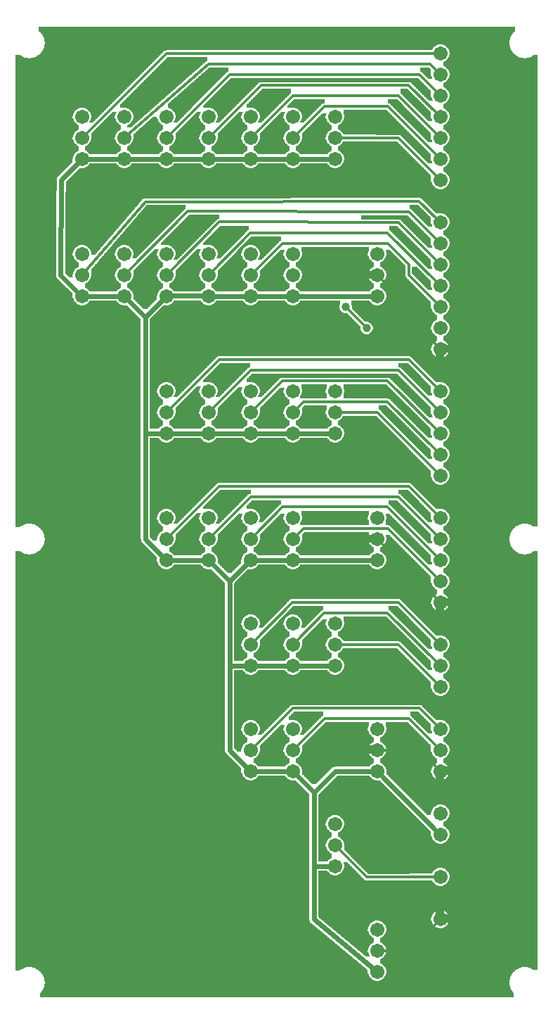
<source format=gbl>
G04 MADE WITH FRITZING*
G04 WWW.FRITZING.ORG*
G04 DOUBLE SIDED*
G04 HOLES PLATED*
G04 CONTOUR ON CENTER OF CONTOUR VECTOR*
%ASAXBY*%
%FSLAX23Y23*%
%MOIN*%
%OFA0B0*%
%SFA1.0B1.0*%
%ADD10C,0.075000*%
%ADD11C,0.067559*%
%ADD12C,0.039370*%
%ADD13C,0.012000*%
%ADD14C,0.024000*%
%ADD15R,0.001000X0.001000*%
%LNCOPPER0*%
G90*
G70*
G54D10*
X757Y4421D03*
X1052Y4308D03*
X1222Y4279D03*
X1645Y4174D03*
X462Y4122D03*
X862Y4122D03*
X1062Y4122D03*
X1262Y4122D03*
X1462Y4119D03*
X662Y4112D03*
X686Y3723D03*
X882Y3680D03*
X1018Y3632D03*
X1051Y3450D03*
X1443Y3528D03*
X662Y3466D03*
X862Y3472D03*
X1262Y3470D03*
X1020Y2981D03*
X862Y2822D03*
X1062Y2820D03*
X1262Y2819D03*
X1447Y2791D03*
X1021Y2381D03*
X862Y2222D03*
X1047Y2202D03*
X1262Y2220D03*
X1471Y2191D03*
X1251Y1700D03*
X1645Y1774D03*
X1462Y1720D03*
X1527Y1271D03*
X1262Y1220D03*
X2149Y4575D03*
G54D11*
X2054Y910D03*
X2054Y810D03*
X1754Y3560D03*
X1754Y3460D03*
X1754Y3360D03*
X1554Y4210D03*
X1554Y4110D03*
X1554Y4010D03*
X1354Y4210D03*
X1354Y4110D03*
X1354Y4010D03*
X1354Y3560D03*
X1354Y3460D03*
X1354Y3360D03*
X1154Y4210D03*
X1154Y4110D03*
X1154Y4010D03*
X1154Y3560D03*
X1154Y3460D03*
X1154Y3360D03*
X954Y4210D03*
X954Y4110D03*
X954Y4010D03*
X954Y3560D03*
X954Y3460D03*
X954Y3360D03*
X354Y4210D03*
X354Y4110D03*
X354Y4010D03*
X354Y3560D03*
X354Y3460D03*
X354Y3360D03*
X554Y3560D03*
X554Y3460D03*
X554Y3360D03*
X554Y4210D03*
X554Y4110D03*
X554Y4010D03*
X754Y4210D03*
X754Y4110D03*
X754Y4010D03*
X2054Y4510D03*
X2054Y4410D03*
X2054Y4310D03*
X2054Y4210D03*
X2054Y4110D03*
X2054Y4010D03*
X2054Y3910D03*
X2054Y610D03*
X2054Y2310D03*
X2054Y2210D03*
X2054Y2110D03*
X2054Y2010D03*
X2054Y1910D03*
X2054Y3710D03*
X2054Y3610D03*
X2054Y3510D03*
X2054Y3410D03*
X2054Y3310D03*
X2054Y3210D03*
X2054Y3110D03*
X2054Y2910D03*
X2054Y2810D03*
X2054Y2710D03*
X2054Y2610D03*
X2054Y2510D03*
X2054Y1310D03*
X2054Y1210D03*
X2054Y1110D03*
X2054Y410D03*
X2054Y1710D03*
X2054Y1610D03*
X2054Y1510D03*
X754Y3560D03*
X754Y3460D03*
X754Y3360D03*
X754Y2910D03*
X754Y2810D03*
X754Y2710D03*
X954Y2910D03*
X954Y2810D03*
X954Y2710D03*
X1154Y2910D03*
X1154Y2810D03*
X1154Y2710D03*
X1354Y2910D03*
X1354Y2810D03*
X1354Y2710D03*
X1554Y2910D03*
X1554Y2810D03*
X1554Y2710D03*
X754Y2310D03*
X754Y2210D03*
X754Y2110D03*
X954Y2310D03*
X954Y2210D03*
X954Y2110D03*
X1154Y2310D03*
X1154Y2210D03*
X1154Y2110D03*
X1354Y2310D03*
X1354Y2210D03*
X1354Y2110D03*
X1754Y2310D03*
X1754Y2210D03*
X1754Y2110D03*
X1154Y1810D03*
X1154Y1710D03*
X1154Y1610D03*
X1354Y1810D03*
X1354Y1710D03*
X1354Y1610D03*
X1554Y1810D03*
X1554Y1710D03*
X1554Y1610D03*
X1154Y1310D03*
X1154Y1210D03*
X1154Y1110D03*
X1354Y1310D03*
X1354Y1210D03*
X1354Y1110D03*
X1754Y1310D03*
X1754Y1210D03*
X1754Y1110D03*
X1554Y860D03*
X1554Y760D03*
X1554Y660D03*
X1754Y360D03*
X1754Y260D03*
X1754Y160D03*
G54D12*
X1605Y3309D03*
X1704Y3209D03*
G54D13*
X367Y3475D02*
X654Y3808D01*
D02*
X755Y4510D02*
X2035Y4510D01*
D02*
X1953Y3811D02*
X2041Y3724D01*
D02*
X654Y3808D02*
X1953Y3811D01*
D02*
X368Y4124D02*
X755Y4510D01*
D02*
X855Y3762D02*
X568Y3474D01*
D02*
X954Y4461D02*
X569Y4123D01*
D02*
X2005Y4461D02*
X954Y4461D01*
D02*
X2041Y4424D02*
X2005Y4461D01*
D02*
X1005Y3061D02*
X768Y2824D01*
D02*
X1905Y3061D02*
X1005Y3061D01*
D02*
X1005Y2461D02*
X768Y2224D01*
D02*
X1905Y2461D02*
X1005Y2461D01*
D02*
X1854Y3709D02*
X1006Y3712D01*
D02*
X1006Y3712D02*
X768Y3474D01*
D02*
X1054Y4410D02*
X768Y4124D01*
D02*
X2041Y4324D02*
X1954Y4410D01*
D02*
X1954Y4410D02*
X1054Y4410D01*
D02*
X2041Y2924D02*
X1905Y3061D01*
D02*
X2041Y2324D02*
X1905Y2461D01*
D02*
X2041Y3524D02*
X1854Y3709D01*
D02*
X1155Y3010D02*
X968Y2824D01*
D02*
X1155Y2410D02*
X968Y2224D01*
D02*
X1153Y3661D02*
X968Y3474D01*
D02*
X1903Y4359D02*
X1204Y4359D01*
D02*
X1854Y2410D02*
X1155Y2410D01*
D02*
X1854Y3010D02*
X1155Y3010D01*
D02*
X1803Y3661D02*
X1153Y3661D01*
D02*
X1204Y4359D02*
X968Y4124D01*
D02*
X2041Y4224D02*
X1903Y4359D01*
D02*
X2041Y2824D02*
X1854Y3010D01*
D02*
X2041Y2224D02*
X1854Y2410D01*
D02*
X2041Y3424D02*
X1803Y3661D01*
D02*
X1305Y2362D02*
X1168Y2224D01*
D02*
X1355Y1409D02*
X1168Y1224D01*
D02*
X1305Y2959D02*
X1168Y2824D01*
D02*
X1305Y3611D02*
X1168Y3474D01*
D02*
X1355Y4311D02*
X1168Y4124D01*
D02*
X1855Y4311D02*
X1355Y4311D01*
D02*
X2041Y4124D02*
X1855Y4311D01*
D02*
X1803Y2362D02*
X1305Y2362D01*
D02*
X2041Y1324D02*
X1954Y1409D01*
D02*
X1954Y1409D02*
X1355Y1409D01*
D02*
X1803Y2959D02*
X1305Y2959D01*
D02*
X2041Y3324D02*
X1905Y3460D01*
D02*
X2041Y2724D02*
X1803Y2959D01*
D02*
X1804Y4260D02*
X1505Y4260D01*
D02*
X1803Y1861D02*
X1503Y1861D01*
D02*
X1504Y1359D02*
X1368Y1224D01*
D02*
X1503Y1861D02*
X1368Y1724D01*
D02*
X1905Y1359D02*
X1504Y1359D01*
D02*
X1404Y2860D02*
X1368Y2824D01*
D02*
X1803Y2860D02*
X1404Y2860D01*
D02*
X1505Y4260D02*
X1368Y4124D01*
D02*
X2041Y4024D02*
X1804Y4260D01*
D02*
X2041Y1224D02*
X1905Y1359D01*
D02*
X2041Y1624D02*
X1803Y1861D01*
D02*
X2041Y2024D02*
X1805Y2260D01*
D02*
X2041Y2624D02*
X1803Y2860D01*
D02*
X1768Y2197D02*
X2041Y1924D01*
D02*
X1774Y1210D02*
X1955Y1210D01*
D02*
X1855Y4109D02*
X2041Y3924D01*
D02*
X1574Y4110D02*
X1855Y4109D01*
D02*
X1574Y1710D02*
X1855Y1710D01*
D02*
X1568Y746D02*
X1704Y609D01*
D02*
X1574Y2810D02*
X1755Y2811D01*
D02*
X1854Y1911D02*
X1353Y1911D01*
D02*
X2041Y1724D02*
X1854Y1911D01*
G54D14*
D02*
X1179Y3360D02*
X1330Y3360D01*
D02*
X1379Y3360D02*
X1730Y3360D01*
D02*
X530Y3360D02*
X379Y3360D01*
D02*
X654Y3261D02*
X572Y3343D01*
D02*
X737Y3343D02*
X654Y3261D01*
D02*
X979Y3360D02*
X1130Y3360D01*
D02*
X1455Y1009D02*
X1555Y1110D01*
D02*
X1372Y1093D02*
X1455Y1009D01*
D02*
X1454Y660D02*
X1454Y409D01*
D02*
X1454Y409D02*
X1735Y176D01*
D02*
X1530Y660D02*
X1454Y660D01*
D02*
X1455Y1009D02*
X1454Y660D01*
D02*
X1179Y1110D02*
X1330Y1110D01*
D02*
X1054Y1210D02*
X1054Y1611D01*
D02*
X1054Y1611D02*
X1130Y1610D01*
D02*
X1054Y1611D02*
X1054Y2010D01*
D02*
X1137Y1128D02*
X1054Y1210D01*
D02*
X1054Y2010D02*
X1137Y2093D01*
D02*
X972Y2093D02*
X1054Y2010D01*
D02*
X1179Y2110D02*
X1330Y2110D01*
D02*
X779Y2110D02*
X930Y2110D01*
D02*
X779Y2710D02*
X930Y2710D01*
D02*
X979Y2710D02*
X1130Y2710D01*
D02*
X1179Y2710D02*
X1330Y2710D01*
D02*
X1379Y2710D02*
X1530Y2710D01*
D02*
X530Y4010D02*
X379Y4010D01*
D02*
X730Y4010D02*
X579Y4010D01*
D02*
X779Y4010D02*
X930Y4010D01*
D02*
X979Y4010D02*
X1130Y4010D01*
D02*
X1179Y4010D02*
X1330Y4010D01*
D02*
X1379Y4010D02*
X1530Y4010D01*
D02*
X337Y3378D02*
X253Y3460D01*
D02*
X255Y3910D02*
X337Y3993D01*
D02*
X655Y2711D02*
X730Y2710D01*
D02*
X654Y3261D02*
X655Y2711D01*
D02*
X655Y2210D02*
X737Y2128D01*
D02*
X655Y2711D02*
X655Y2210D01*
D02*
X1179Y1610D02*
X1330Y1610D01*
D02*
X1379Y1610D02*
X1530Y1610D01*
D02*
X1772Y1093D02*
X2037Y828D01*
D02*
X253Y3460D02*
X255Y3910D01*
G54D13*
D02*
X1804Y3611D02*
X1305Y3611D01*
D02*
X1905Y3511D02*
X1804Y3611D01*
D02*
X1905Y3460D02*
X1905Y3511D01*
D02*
X1755Y2811D02*
X2041Y2524D01*
G54D14*
D02*
X1379Y2110D02*
X1730Y2110D01*
G54D13*
D02*
X1404Y2260D02*
X1368Y2224D01*
D02*
X1805Y2260D02*
X1404Y2260D01*
D02*
X1854Y3361D02*
X1855Y3309D01*
D02*
X1855Y3309D02*
X2041Y3124D01*
D02*
X1768Y3447D02*
X1854Y3361D01*
D02*
X1353Y1911D02*
X1168Y1724D01*
D02*
X1855Y1710D02*
X2041Y1524D01*
D02*
X1955Y1210D02*
X2041Y1124D01*
D02*
X1704Y609D02*
X2035Y610D01*
D02*
X1905Y258D02*
X2041Y396D01*
D02*
X1774Y260D02*
X1905Y258D01*
D02*
X1905Y3760D02*
X855Y3762D01*
D02*
X2041Y3624D02*
X1905Y3760D01*
D02*
X2041Y2124D02*
X1803Y2362D01*
D02*
X1695Y3219D02*
X1614Y3300D01*
G54D14*
D02*
X1555Y1110D02*
X1730Y1110D01*
G36*
X762Y4495D02*
X762Y4493D01*
X760Y4493D01*
X760Y4491D01*
X758Y4491D01*
X758Y4489D01*
X756Y4489D01*
X756Y4487D01*
X754Y4487D01*
X754Y4485D01*
X752Y4485D01*
X752Y4483D01*
X750Y4483D01*
X750Y4481D01*
X748Y4481D01*
X748Y4479D01*
X746Y4479D01*
X746Y4477D01*
X744Y4477D01*
X744Y4475D01*
X742Y4475D01*
X742Y4473D01*
X740Y4473D01*
X740Y4471D01*
X738Y4471D01*
X738Y4469D01*
X736Y4469D01*
X736Y4467D01*
X734Y4467D01*
X734Y4465D01*
X732Y4465D01*
X732Y4463D01*
X730Y4463D01*
X730Y4461D01*
X728Y4461D01*
X728Y4459D01*
X726Y4459D01*
X726Y4457D01*
X724Y4457D01*
X724Y4455D01*
X722Y4455D01*
X722Y4453D01*
X720Y4453D01*
X720Y4451D01*
X718Y4451D01*
X718Y4449D01*
X716Y4449D01*
X716Y4447D01*
X714Y4447D01*
X714Y4445D01*
X712Y4445D01*
X712Y4443D01*
X710Y4443D01*
X710Y4441D01*
X708Y4441D01*
X708Y4439D01*
X706Y4439D01*
X706Y4437D01*
X704Y4437D01*
X704Y4435D01*
X702Y4435D01*
X702Y4433D01*
X700Y4433D01*
X700Y4431D01*
X698Y4431D01*
X698Y4429D01*
X696Y4429D01*
X696Y4427D01*
X694Y4427D01*
X694Y4425D01*
X692Y4425D01*
X692Y4423D01*
X690Y4423D01*
X690Y4421D01*
X688Y4421D01*
X688Y4419D01*
X686Y4419D01*
X686Y4417D01*
X684Y4417D01*
X684Y4415D01*
X682Y4415D01*
X682Y4413D01*
X680Y4413D01*
X680Y4411D01*
X678Y4411D01*
X678Y4409D01*
X676Y4409D01*
X676Y4407D01*
X674Y4407D01*
X674Y4405D01*
X672Y4405D01*
X672Y4403D01*
X670Y4403D01*
X670Y4401D01*
X668Y4401D01*
X668Y4399D01*
X666Y4399D01*
X666Y4397D01*
X664Y4397D01*
X664Y4395D01*
X662Y4395D01*
X662Y4393D01*
X660Y4393D01*
X660Y4391D01*
X658Y4391D01*
X658Y4389D01*
X656Y4389D01*
X656Y4387D01*
X654Y4387D01*
X654Y4385D01*
X652Y4385D01*
X652Y4383D01*
X650Y4383D01*
X650Y4381D01*
X648Y4381D01*
X648Y4379D01*
X646Y4379D01*
X646Y4377D01*
X644Y4377D01*
X644Y4375D01*
X642Y4375D01*
X642Y4373D01*
X640Y4373D01*
X640Y4371D01*
X638Y4371D01*
X638Y4369D01*
X636Y4369D01*
X636Y4367D01*
X634Y4367D01*
X634Y4365D01*
X632Y4365D01*
X632Y4363D01*
X630Y4363D01*
X630Y4361D01*
X628Y4361D01*
X628Y4359D01*
X626Y4359D01*
X626Y4357D01*
X624Y4357D01*
X624Y4355D01*
X622Y4355D01*
X622Y4353D01*
X620Y4353D01*
X620Y4351D01*
X618Y4351D01*
X618Y4349D01*
X616Y4349D01*
X616Y4347D01*
X614Y4347D01*
X614Y4345D01*
X612Y4345D01*
X612Y4343D01*
X610Y4343D01*
X610Y4341D01*
X608Y4341D01*
X608Y4339D01*
X606Y4339D01*
X606Y4337D01*
X604Y4337D01*
X604Y4335D01*
X602Y4335D01*
X602Y4333D01*
X600Y4333D01*
X600Y4331D01*
X598Y4331D01*
X598Y4329D01*
X596Y4329D01*
X596Y4327D01*
X594Y4327D01*
X594Y4325D01*
X592Y4325D01*
X592Y4323D01*
X590Y4323D01*
X590Y4321D01*
X588Y4321D01*
X588Y4319D01*
X586Y4319D01*
X586Y4317D01*
X584Y4317D01*
X584Y4315D01*
X582Y4315D01*
X582Y4313D01*
X580Y4313D01*
X580Y4311D01*
X578Y4311D01*
X578Y4309D01*
X576Y4309D01*
X576Y4307D01*
X574Y4307D01*
X574Y4305D01*
X572Y4305D01*
X572Y4303D01*
X570Y4303D01*
X570Y4301D01*
X568Y4301D01*
X568Y4299D01*
X566Y4299D01*
X566Y4297D01*
X564Y4297D01*
X564Y4295D01*
X562Y4295D01*
X562Y4293D01*
X560Y4293D01*
X560Y4291D01*
X558Y4291D01*
X558Y4289D01*
X556Y4289D01*
X556Y4287D01*
X554Y4287D01*
X554Y4285D01*
X552Y4285D01*
X552Y4283D01*
X550Y4283D01*
X550Y4281D01*
X548Y4281D01*
X548Y4279D01*
X546Y4279D01*
X546Y4277D01*
X544Y4277D01*
X544Y4275D01*
X542Y4275D01*
X542Y4273D01*
X540Y4273D01*
X540Y4271D01*
X538Y4271D01*
X538Y4269D01*
X536Y4269D01*
X536Y4255D01*
X558Y4255D01*
X558Y4253D01*
X566Y4253D01*
X566Y4251D01*
X572Y4251D01*
X572Y4249D01*
X574Y4249D01*
X574Y4247D01*
X578Y4247D01*
X578Y4245D01*
X580Y4245D01*
X580Y4243D01*
X582Y4243D01*
X582Y4241D01*
X584Y4241D01*
X584Y4239D01*
X586Y4239D01*
X586Y4237D01*
X588Y4237D01*
X588Y4235D01*
X590Y4235D01*
X590Y4233D01*
X592Y4233D01*
X592Y4229D01*
X594Y4229D01*
X594Y4225D01*
X596Y4225D01*
X596Y4219D01*
X598Y4219D01*
X598Y4203D01*
X596Y4203D01*
X596Y4197D01*
X594Y4197D01*
X594Y4193D01*
X592Y4193D01*
X592Y4189D01*
X590Y4189D01*
X590Y4187D01*
X588Y4187D01*
X588Y4183D01*
X586Y4183D01*
X586Y4181D01*
X584Y4181D01*
X584Y4179D01*
X582Y4179D01*
X582Y4177D01*
X578Y4177D01*
X578Y4175D01*
X576Y4175D01*
X576Y4173D01*
X572Y4173D01*
X572Y4171D01*
X568Y4171D01*
X568Y4161D01*
X588Y4161D01*
X588Y4163D01*
X592Y4163D01*
X592Y4165D01*
X594Y4165D01*
X594Y4167D01*
X596Y4167D01*
X596Y4169D01*
X598Y4169D01*
X598Y4171D01*
X600Y4171D01*
X600Y4173D01*
X602Y4173D01*
X602Y4175D01*
X604Y4175D01*
X604Y4177D01*
X606Y4177D01*
X606Y4179D01*
X610Y4179D01*
X610Y4181D01*
X612Y4181D01*
X612Y4183D01*
X614Y4183D01*
X614Y4185D01*
X616Y4185D01*
X616Y4187D01*
X618Y4187D01*
X618Y4189D01*
X620Y4189D01*
X620Y4191D01*
X622Y4191D01*
X622Y4193D01*
X626Y4193D01*
X626Y4195D01*
X628Y4195D01*
X628Y4197D01*
X630Y4197D01*
X630Y4199D01*
X632Y4199D01*
X632Y4201D01*
X634Y4201D01*
X634Y4203D01*
X636Y4203D01*
X636Y4205D01*
X638Y4205D01*
X638Y4207D01*
X642Y4207D01*
X642Y4209D01*
X644Y4209D01*
X644Y4211D01*
X646Y4211D01*
X646Y4213D01*
X648Y4213D01*
X648Y4215D01*
X650Y4215D01*
X650Y4217D01*
X652Y4217D01*
X652Y4219D01*
X654Y4219D01*
X654Y4221D01*
X658Y4221D01*
X658Y4223D01*
X660Y4223D01*
X660Y4225D01*
X662Y4225D01*
X662Y4227D01*
X664Y4227D01*
X664Y4229D01*
X666Y4229D01*
X666Y4231D01*
X668Y4231D01*
X668Y4233D01*
X670Y4233D01*
X670Y4235D01*
X674Y4235D01*
X674Y4237D01*
X676Y4237D01*
X676Y4239D01*
X678Y4239D01*
X678Y4241D01*
X680Y4241D01*
X680Y4243D01*
X682Y4243D01*
X682Y4245D01*
X684Y4245D01*
X684Y4247D01*
X686Y4247D01*
X686Y4249D01*
X690Y4249D01*
X690Y4251D01*
X692Y4251D01*
X692Y4253D01*
X694Y4253D01*
X694Y4255D01*
X696Y4255D01*
X696Y4257D01*
X698Y4257D01*
X698Y4259D01*
X700Y4259D01*
X700Y4261D01*
X702Y4261D01*
X702Y4263D01*
X706Y4263D01*
X706Y4265D01*
X708Y4265D01*
X708Y4267D01*
X710Y4267D01*
X710Y4269D01*
X712Y4269D01*
X712Y4271D01*
X714Y4271D01*
X714Y4273D01*
X716Y4273D01*
X716Y4275D01*
X718Y4275D01*
X718Y4277D01*
X720Y4277D01*
X720Y4279D01*
X724Y4279D01*
X724Y4281D01*
X726Y4281D01*
X726Y4283D01*
X728Y4283D01*
X728Y4285D01*
X730Y4285D01*
X730Y4287D01*
X732Y4287D01*
X732Y4289D01*
X734Y4289D01*
X734Y4291D01*
X736Y4291D01*
X736Y4293D01*
X740Y4293D01*
X740Y4295D01*
X742Y4295D01*
X742Y4297D01*
X744Y4297D01*
X744Y4299D01*
X746Y4299D01*
X746Y4301D01*
X748Y4301D01*
X748Y4303D01*
X750Y4303D01*
X750Y4305D01*
X752Y4305D01*
X752Y4307D01*
X756Y4307D01*
X756Y4309D01*
X758Y4309D01*
X758Y4311D01*
X760Y4311D01*
X760Y4313D01*
X762Y4313D01*
X762Y4315D01*
X764Y4315D01*
X764Y4317D01*
X766Y4317D01*
X766Y4319D01*
X768Y4319D01*
X768Y4321D01*
X772Y4321D01*
X772Y4323D01*
X774Y4323D01*
X774Y4325D01*
X776Y4325D01*
X776Y4327D01*
X778Y4327D01*
X778Y4329D01*
X780Y4329D01*
X780Y4331D01*
X782Y4331D01*
X782Y4333D01*
X784Y4333D01*
X784Y4335D01*
X788Y4335D01*
X788Y4337D01*
X790Y4337D01*
X790Y4339D01*
X792Y4339D01*
X792Y4341D01*
X794Y4341D01*
X794Y4343D01*
X796Y4343D01*
X796Y4345D01*
X798Y4345D01*
X798Y4347D01*
X800Y4347D01*
X800Y4349D01*
X804Y4349D01*
X804Y4351D01*
X806Y4351D01*
X806Y4353D01*
X808Y4353D01*
X808Y4355D01*
X810Y4355D01*
X810Y4357D01*
X812Y4357D01*
X812Y4359D01*
X814Y4359D01*
X814Y4361D01*
X816Y4361D01*
X816Y4363D01*
X820Y4363D01*
X820Y4365D01*
X822Y4365D01*
X822Y4367D01*
X824Y4367D01*
X824Y4369D01*
X826Y4369D01*
X826Y4371D01*
X828Y4371D01*
X828Y4373D01*
X830Y4373D01*
X830Y4375D01*
X832Y4375D01*
X832Y4377D01*
X834Y4377D01*
X834Y4379D01*
X838Y4379D01*
X838Y4381D01*
X840Y4381D01*
X840Y4383D01*
X842Y4383D01*
X842Y4385D01*
X844Y4385D01*
X844Y4387D01*
X846Y4387D01*
X846Y4389D01*
X848Y4389D01*
X848Y4391D01*
X850Y4391D01*
X850Y4393D01*
X854Y4393D01*
X854Y4395D01*
X856Y4395D01*
X856Y4397D01*
X858Y4397D01*
X858Y4399D01*
X860Y4399D01*
X860Y4401D01*
X862Y4401D01*
X862Y4403D01*
X864Y4403D01*
X864Y4405D01*
X866Y4405D01*
X866Y4407D01*
X870Y4407D01*
X870Y4409D01*
X872Y4409D01*
X872Y4411D01*
X874Y4411D01*
X874Y4413D01*
X876Y4413D01*
X876Y4415D01*
X878Y4415D01*
X878Y4417D01*
X880Y4417D01*
X880Y4419D01*
X882Y4419D01*
X882Y4421D01*
X886Y4421D01*
X886Y4423D01*
X888Y4423D01*
X888Y4425D01*
X890Y4425D01*
X890Y4427D01*
X892Y4427D01*
X892Y4429D01*
X894Y4429D01*
X894Y4431D01*
X896Y4431D01*
X896Y4433D01*
X898Y4433D01*
X898Y4435D01*
X902Y4435D01*
X902Y4437D01*
X904Y4437D01*
X904Y4439D01*
X906Y4439D01*
X906Y4441D01*
X908Y4441D01*
X908Y4443D01*
X910Y4443D01*
X910Y4445D01*
X912Y4445D01*
X912Y4447D01*
X914Y4447D01*
X914Y4449D01*
X918Y4449D01*
X918Y4451D01*
X920Y4451D01*
X920Y4453D01*
X922Y4453D01*
X922Y4455D01*
X924Y4455D01*
X924Y4457D01*
X926Y4457D01*
X926Y4459D01*
X928Y4459D01*
X928Y4461D01*
X930Y4461D01*
X930Y4463D01*
X934Y4463D01*
X934Y4465D01*
X936Y4465D01*
X936Y4467D01*
X938Y4467D01*
X938Y4469D01*
X940Y4469D01*
X940Y4471D01*
X942Y4471D01*
X942Y4473D01*
X944Y4473D01*
X944Y4475D01*
X948Y4475D01*
X948Y4495D01*
X762Y4495D01*
G37*
D02*
G36*
X958Y4445D02*
X958Y4443D01*
X956Y4443D01*
X956Y4441D01*
X954Y4441D01*
X954Y4439D01*
X952Y4439D01*
X952Y4437D01*
X950Y4437D01*
X950Y4435D01*
X948Y4435D01*
X948Y4433D01*
X946Y4433D01*
X946Y4431D01*
X942Y4431D01*
X942Y4429D01*
X940Y4429D01*
X940Y4427D01*
X938Y4427D01*
X938Y4425D01*
X936Y4425D01*
X936Y4423D01*
X934Y4423D01*
X934Y4421D01*
X932Y4421D01*
X932Y4419D01*
X930Y4419D01*
X930Y4417D01*
X926Y4417D01*
X926Y4415D01*
X924Y4415D01*
X924Y4413D01*
X922Y4413D01*
X922Y4411D01*
X920Y4411D01*
X920Y4409D01*
X918Y4409D01*
X918Y4407D01*
X916Y4407D01*
X916Y4405D01*
X914Y4405D01*
X914Y4403D01*
X910Y4403D01*
X910Y4401D01*
X908Y4401D01*
X908Y4399D01*
X906Y4399D01*
X906Y4397D01*
X904Y4397D01*
X904Y4395D01*
X902Y4395D01*
X902Y4393D01*
X900Y4393D01*
X900Y4391D01*
X898Y4391D01*
X898Y4389D01*
X894Y4389D01*
X894Y4387D01*
X892Y4387D01*
X892Y4385D01*
X890Y4385D01*
X890Y4383D01*
X888Y4383D01*
X888Y4381D01*
X886Y4381D01*
X886Y4379D01*
X884Y4379D01*
X884Y4377D01*
X882Y4377D01*
X882Y4375D01*
X878Y4375D01*
X878Y4373D01*
X876Y4373D01*
X876Y4371D01*
X874Y4371D01*
X874Y4369D01*
X872Y4369D01*
X872Y4367D01*
X870Y4367D01*
X870Y4365D01*
X868Y4365D01*
X868Y4363D01*
X866Y4363D01*
X866Y4361D01*
X862Y4361D01*
X862Y4359D01*
X860Y4359D01*
X860Y4357D01*
X858Y4357D01*
X858Y4355D01*
X856Y4355D01*
X856Y4353D01*
X854Y4353D01*
X854Y4351D01*
X852Y4351D01*
X852Y4349D01*
X850Y4349D01*
X850Y4347D01*
X848Y4347D01*
X848Y4345D01*
X844Y4345D01*
X844Y4343D01*
X842Y4343D01*
X842Y4341D01*
X840Y4341D01*
X840Y4339D01*
X838Y4339D01*
X838Y4337D01*
X836Y4337D01*
X836Y4335D01*
X834Y4335D01*
X834Y4333D01*
X832Y4333D01*
X832Y4331D01*
X828Y4331D01*
X828Y4329D01*
X826Y4329D01*
X826Y4327D01*
X824Y4327D01*
X824Y4325D01*
X822Y4325D01*
X822Y4323D01*
X820Y4323D01*
X820Y4321D01*
X818Y4321D01*
X818Y4319D01*
X816Y4319D01*
X816Y4317D01*
X812Y4317D01*
X812Y4315D01*
X810Y4315D01*
X810Y4313D01*
X808Y4313D01*
X808Y4311D01*
X806Y4311D01*
X806Y4309D01*
X804Y4309D01*
X804Y4307D01*
X802Y4307D01*
X802Y4305D01*
X800Y4305D01*
X800Y4303D01*
X796Y4303D01*
X796Y4301D01*
X794Y4301D01*
X794Y4299D01*
X792Y4299D01*
X792Y4297D01*
X790Y4297D01*
X790Y4295D01*
X788Y4295D01*
X788Y4293D01*
X786Y4293D01*
X786Y4291D01*
X784Y4291D01*
X784Y4289D01*
X780Y4289D01*
X780Y4287D01*
X778Y4287D01*
X778Y4285D01*
X776Y4285D01*
X776Y4283D01*
X774Y4283D01*
X774Y4281D01*
X772Y4281D01*
X772Y4279D01*
X770Y4279D01*
X770Y4277D01*
X768Y4277D01*
X768Y4275D01*
X764Y4275D01*
X764Y4273D01*
X762Y4273D01*
X762Y4253D01*
X766Y4253D01*
X766Y4251D01*
X772Y4251D01*
X772Y4249D01*
X774Y4249D01*
X774Y4247D01*
X778Y4247D01*
X778Y4245D01*
X780Y4245D01*
X780Y4243D01*
X782Y4243D01*
X782Y4241D01*
X784Y4241D01*
X784Y4239D01*
X786Y4239D01*
X786Y4237D01*
X788Y4237D01*
X788Y4235D01*
X790Y4235D01*
X790Y4233D01*
X792Y4233D01*
X792Y4229D01*
X794Y4229D01*
X794Y4225D01*
X796Y4225D01*
X796Y4219D01*
X798Y4219D01*
X798Y4203D01*
X796Y4203D01*
X796Y4197D01*
X794Y4197D01*
X794Y4193D01*
X792Y4193D01*
X792Y4189D01*
X790Y4189D01*
X790Y4187D01*
X788Y4187D01*
X788Y4185D01*
X808Y4185D01*
X808Y4187D01*
X810Y4187D01*
X810Y4189D01*
X812Y4189D01*
X812Y4191D01*
X814Y4191D01*
X814Y4193D01*
X816Y4193D01*
X816Y4195D01*
X818Y4195D01*
X818Y4197D01*
X820Y4197D01*
X820Y4199D01*
X822Y4199D01*
X822Y4201D01*
X824Y4201D01*
X824Y4203D01*
X826Y4203D01*
X826Y4205D01*
X828Y4205D01*
X828Y4207D01*
X830Y4207D01*
X830Y4209D01*
X832Y4209D01*
X832Y4211D01*
X834Y4211D01*
X834Y4213D01*
X836Y4213D01*
X836Y4215D01*
X838Y4215D01*
X838Y4217D01*
X840Y4217D01*
X840Y4219D01*
X842Y4219D01*
X842Y4221D01*
X844Y4221D01*
X844Y4223D01*
X846Y4223D01*
X846Y4225D01*
X848Y4225D01*
X848Y4227D01*
X850Y4227D01*
X850Y4229D01*
X852Y4229D01*
X852Y4231D01*
X854Y4231D01*
X854Y4233D01*
X856Y4233D01*
X856Y4235D01*
X858Y4235D01*
X858Y4237D01*
X860Y4237D01*
X860Y4239D01*
X862Y4239D01*
X862Y4241D01*
X864Y4241D01*
X864Y4243D01*
X866Y4243D01*
X866Y4245D01*
X868Y4245D01*
X868Y4247D01*
X870Y4247D01*
X870Y4249D01*
X872Y4249D01*
X872Y4251D01*
X874Y4251D01*
X874Y4255D01*
X876Y4255D01*
X876Y4257D01*
X878Y4257D01*
X878Y4259D01*
X880Y4259D01*
X880Y4261D01*
X882Y4261D01*
X882Y4263D01*
X884Y4263D01*
X884Y4265D01*
X886Y4265D01*
X886Y4267D01*
X888Y4267D01*
X888Y4269D01*
X890Y4269D01*
X890Y4271D01*
X892Y4271D01*
X892Y4273D01*
X894Y4273D01*
X894Y4275D01*
X896Y4275D01*
X896Y4277D01*
X898Y4277D01*
X898Y4279D01*
X900Y4279D01*
X900Y4281D01*
X902Y4281D01*
X902Y4283D01*
X904Y4283D01*
X904Y4285D01*
X906Y4285D01*
X906Y4287D01*
X908Y4287D01*
X908Y4289D01*
X910Y4289D01*
X910Y4291D01*
X912Y4291D01*
X912Y4293D01*
X914Y4293D01*
X914Y4295D01*
X916Y4295D01*
X916Y4297D01*
X918Y4297D01*
X918Y4299D01*
X920Y4299D01*
X920Y4301D01*
X922Y4301D01*
X922Y4303D01*
X924Y4303D01*
X924Y4305D01*
X926Y4305D01*
X926Y4307D01*
X928Y4307D01*
X928Y4309D01*
X930Y4309D01*
X930Y4311D01*
X932Y4311D01*
X932Y4313D01*
X934Y4313D01*
X934Y4315D01*
X936Y4315D01*
X936Y4317D01*
X938Y4317D01*
X938Y4319D01*
X940Y4319D01*
X940Y4321D01*
X942Y4321D01*
X942Y4323D01*
X944Y4323D01*
X944Y4325D01*
X946Y4325D01*
X946Y4327D01*
X948Y4327D01*
X948Y4329D01*
X950Y4329D01*
X950Y4331D01*
X952Y4331D01*
X952Y4333D01*
X954Y4333D01*
X954Y4335D01*
X956Y4335D01*
X956Y4337D01*
X958Y4337D01*
X958Y4339D01*
X960Y4339D01*
X960Y4341D01*
X962Y4341D01*
X962Y4343D01*
X964Y4343D01*
X964Y4345D01*
X966Y4345D01*
X966Y4347D01*
X968Y4347D01*
X968Y4349D01*
X970Y4349D01*
X970Y4351D01*
X972Y4351D01*
X972Y4353D01*
X974Y4353D01*
X974Y4355D01*
X976Y4355D01*
X976Y4357D01*
X978Y4357D01*
X978Y4359D01*
X980Y4359D01*
X980Y4361D01*
X982Y4361D01*
X982Y4363D01*
X984Y4363D01*
X984Y4365D01*
X986Y4365D01*
X986Y4367D01*
X988Y4367D01*
X988Y4369D01*
X990Y4369D01*
X990Y4371D01*
X992Y4371D01*
X992Y4373D01*
X994Y4373D01*
X994Y4375D01*
X996Y4375D01*
X996Y4377D01*
X998Y4377D01*
X998Y4379D01*
X1000Y4379D01*
X1000Y4381D01*
X1002Y4381D01*
X1002Y4383D01*
X1004Y4383D01*
X1004Y4385D01*
X1006Y4385D01*
X1006Y4387D01*
X1008Y4387D01*
X1008Y4389D01*
X1010Y4389D01*
X1010Y4391D01*
X1012Y4391D01*
X1012Y4393D01*
X1014Y4393D01*
X1014Y4395D01*
X1016Y4395D01*
X1016Y4397D01*
X1018Y4397D01*
X1018Y4399D01*
X1020Y4399D01*
X1020Y4401D01*
X1022Y4401D01*
X1022Y4403D01*
X1024Y4403D01*
X1024Y4405D01*
X1026Y4405D01*
X1026Y4407D01*
X1028Y4407D01*
X1028Y4409D01*
X1030Y4409D01*
X1030Y4411D01*
X1032Y4411D01*
X1032Y4413D01*
X1034Y4413D01*
X1034Y4415D01*
X1036Y4415D01*
X1036Y4417D01*
X1038Y4417D01*
X1038Y4419D01*
X1040Y4419D01*
X1040Y4421D01*
X1042Y4421D01*
X1042Y4423D01*
X1046Y4423D01*
X1046Y4425D01*
X1050Y4425D01*
X1050Y4445D01*
X958Y4445D01*
G37*
D02*
G36*
X1958Y4445D02*
X1958Y4425D01*
X1962Y4425D01*
X1962Y4423D01*
X1966Y4423D01*
X1966Y4421D01*
X1968Y4421D01*
X1968Y4419D01*
X1970Y4419D01*
X1970Y4417D01*
X1972Y4417D01*
X1972Y4415D01*
X1974Y4415D01*
X1974Y4413D01*
X1976Y4413D01*
X1976Y4411D01*
X1978Y4411D01*
X1978Y4409D01*
X1980Y4409D01*
X1980Y4407D01*
X1982Y4407D01*
X1982Y4405D01*
X1984Y4405D01*
X1984Y4403D01*
X1986Y4403D01*
X1986Y4401D01*
X1988Y4401D01*
X1988Y4399D01*
X1990Y4399D01*
X1990Y4397D01*
X1992Y4397D01*
X1992Y4395D01*
X1994Y4395D01*
X1994Y4393D01*
X1996Y4393D01*
X1996Y4391D01*
X1998Y4391D01*
X1998Y4389D01*
X2018Y4389D01*
X2018Y4391D01*
X2016Y4391D01*
X2016Y4393D01*
X2014Y4393D01*
X2014Y4399D01*
X2012Y4399D01*
X2012Y4405D01*
X2010Y4405D01*
X2010Y4435D01*
X2008Y4435D01*
X2008Y4437D01*
X2006Y4437D01*
X2006Y4439D01*
X2004Y4439D01*
X2004Y4441D01*
X2002Y4441D01*
X2002Y4443D01*
X2000Y4443D01*
X2000Y4445D01*
X1958Y4445D01*
G37*
D02*
G36*
X1060Y4395D02*
X1060Y4393D01*
X1058Y4393D01*
X1058Y4391D01*
X1056Y4391D01*
X1056Y4389D01*
X1054Y4389D01*
X1054Y4387D01*
X1052Y4387D01*
X1052Y4385D01*
X1050Y4385D01*
X1050Y4383D01*
X1048Y4383D01*
X1048Y4381D01*
X1046Y4381D01*
X1046Y4379D01*
X1044Y4379D01*
X1044Y4377D01*
X1042Y4377D01*
X1042Y4375D01*
X1910Y4375D01*
X1910Y4373D01*
X1914Y4373D01*
X1914Y4371D01*
X1916Y4371D01*
X1916Y4369D01*
X1918Y4369D01*
X1918Y4367D01*
X1920Y4367D01*
X1920Y4365D01*
X1922Y4365D01*
X1922Y4363D01*
X1924Y4363D01*
X1924Y4361D01*
X1926Y4361D01*
X1926Y4359D01*
X1928Y4359D01*
X1928Y4357D01*
X1930Y4357D01*
X1930Y4355D01*
X1932Y4355D01*
X1932Y4353D01*
X1934Y4353D01*
X1934Y4351D01*
X1936Y4351D01*
X1936Y4349D01*
X1938Y4349D01*
X1938Y4347D01*
X1940Y4347D01*
X1940Y4345D01*
X1942Y4345D01*
X1942Y4343D01*
X1944Y4343D01*
X1944Y4341D01*
X1946Y4341D01*
X1946Y4339D01*
X1948Y4339D01*
X1948Y4337D01*
X1950Y4337D01*
X1950Y4335D01*
X1952Y4335D01*
X1952Y4333D01*
X1954Y4333D01*
X1954Y4331D01*
X1956Y4331D01*
X1956Y4329D01*
X1958Y4329D01*
X1958Y4327D01*
X1960Y4327D01*
X1960Y4325D01*
X1962Y4325D01*
X1962Y4323D01*
X1964Y4323D01*
X1964Y4321D01*
X1966Y4321D01*
X1966Y4319D01*
X1968Y4319D01*
X1968Y4317D01*
X1970Y4317D01*
X1970Y4315D01*
X1972Y4315D01*
X1972Y4313D01*
X1974Y4313D01*
X1974Y4311D01*
X1976Y4311D01*
X1976Y4309D01*
X1978Y4309D01*
X1978Y4307D01*
X1980Y4307D01*
X1980Y4305D01*
X1982Y4305D01*
X1982Y4303D01*
X1984Y4303D01*
X1984Y4301D01*
X1986Y4301D01*
X1986Y4299D01*
X1988Y4299D01*
X1988Y4297D01*
X1990Y4297D01*
X1990Y4295D01*
X1992Y4295D01*
X1992Y4293D01*
X1994Y4293D01*
X1994Y4291D01*
X1996Y4291D01*
X1996Y4289D01*
X1998Y4289D01*
X1998Y4287D01*
X2018Y4287D01*
X2018Y4291D01*
X2016Y4291D01*
X2016Y4293D01*
X2014Y4293D01*
X2014Y4299D01*
X2012Y4299D01*
X2012Y4305D01*
X2010Y4305D01*
X2010Y4333D01*
X2008Y4333D01*
X2008Y4335D01*
X2006Y4335D01*
X2006Y4337D01*
X2004Y4337D01*
X2004Y4339D01*
X2002Y4339D01*
X2002Y4341D01*
X2000Y4341D01*
X2000Y4343D01*
X1998Y4343D01*
X1998Y4345D01*
X1996Y4345D01*
X1996Y4347D01*
X1994Y4347D01*
X1994Y4349D01*
X1992Y4349D01*
X1992Y4351D01*
X1990Y4351D01*
X1990Y4353D01*
X1988Y4353D01*
X1988Y4355D01*
X1986Y4355D01*
X1986Y4357D01*
X1984Y4357D01*
X1984Y4359D01*
X1982Y4359D01*
X1982Y4361D01*
X1980Y4361D01*
X1980Y4363D01*
X1978Y4363D01*
X1978Y4365D01*
X1976Y4365D01*
X1976Y4367D01*
X1974Y4367D01*
X1974Y4369D01*
X1972Y4369D01*
X1972Y4371D01*
X1970Y4371D01*
X1970Y4373D01*
X1968Y4373D01*
X1968Y4375D01*
X1966Y4375D01*
X1966Y4377D01*
X1964Y4377D01*
X1964Y4379D01*
X1962Y4379D01*
X1962Y4381D01*
X1960Y4381D01*
X1960Y4383D01*
X1958Y4383D01*
X1958Y4385D01*
X1956Y4385D01*
X1956Y4387D01*
X1954Y4387D01*
X1954Y4389D01*
X1952Y4389D01*
X1952Y4391D01*
X1950Y4391D01*
X1950Y4393D01*
X1948Y4393D01*
X1948Y4395D01*
X1060Y4395D01*
G37*
D02*
G36*
X1040Y4375D02*
X1040Y4373D01*
X1038Y4373D01*
X1038Y4371D01*
X1036Y4371D01*
X1036Y4369D01*
X1034Y4369D01*
X1034Y4367D01*
X1032Y4367D01*
X1032Y4365D01*
X1030Y4365D01*
X1030Y4363D01*
X1028Y4363D01*
X1028Y4361D01*
X1026Y4361D01*
X1026Y4359D01*
X1024Y4359D01*
X1024Y4357D01*
X1022Y4357D01*
X1022Y4355D01*
X1020Y4355D01*
X1020Y4353D01*
X1018Y4353D01*
X1018Y4351D01*
X1016Y4351D01*
X1016Y4349D01*
X1014Y4349D01*
X1014Y4347D01*
X1012Y4347D01*
X1012Y4345D01*
X1010Y4345D01*
X1010Y4343D01*
X1008Y4343D01*
X1008Y4341D01*
X1006Y4341D01*
X1006Y4339D01*
X1004Y4339D01*
X1004Y4337D01*
X1002Y4337D01*
X1002Y4335D01*
X1000Y4335D01*
X1000Y4333D01*
X998Y4333D01*
X998Y4331D01*
X996Y4331D01*
X996Y4329D01*
X994Y4329D01*
X994Y4327D01*
X992Y4327D01*
X992Y4325D01*
X990Y4325D01*
X990Y4323D01*
X988Y4323D01*
X988Y4321D01*
X986Y4321D01*
X986Y4319D01*
X984Y4319D01*
X984Y4317D01*
X982Y4317D01*
X982Y4315D01*
X980Y4315D01*
X980Y4313D01*
X978Y4313D01*
X978Y4311D01*
X976Y4311D01*
X976Y4309D01*
X974Y4309D01*
X974Y4307D01*
X972Y4307D01*
X972Y4305D01*
X970Y4305D01*
X970Y4303D01*
X968Y4303D01*
X968Y4301D01*
X966Y4301D01*
X966Y4299D01*
X964Y4299D01*
X964Y4297D01*
X962Y4297D01*
X962Y4295D01*
X960Y4295D01*
X960Y4293D01*
X958Y4293D01*
X958Y4291D01*
X956Y4291D01*
X956Y4289D01*
X954Y4289D01*
X954Y4287D01*
X952Y4287D01*
X952Y4285D01*
X950Y4285D01*
X950Y4283D01*
X948Y4283D01*
X948Y4281D01*
X946Y4281D01*
X946Y4279D01*
X944Y4279D01*
X944Y4277D01*
X942Y4277D01*
X942Y4275D01*
X940Y4275D01*
X940Y4273D01*
X938Y4273D01*
X938Y4271D01*
X936Y4271D01*
X936Y4269D01*
X934Y4269D01*
X934Y4267D01*
X932Y4267D01*
X932Y4265D01*
X930Y4265D01*
X930Y4255D01*
X958Y4255D01*
X958Y4253D01*
X966Y4253D01*
X966Y4251D01*
X972Y4251D01*
X972Y4249D01*
X974Y4249D01*
X974Y4247D01*
X978Y4247D01*
X978Y4245D01*
X980Y4245D01*
X980Y4243D01*
X982Y4243D01*
X982Y4241D01*
X984Y4241D01*
X984Y4239D01*
X986Y4239D01*
X986Y4237D01*
X988Y4237D01*
X988Y4235D01*
X990Y4235D01*
X990Y4233D01*
X992Y4233D01*
X992Y4229D01*
X994Y4229D01*
X994Y4225D01*
X996Y4225D01*
X996Y4219D01*
X998Y4219D01*
X998Y4203D01*
X996Y4203D01*
X996Y4197D01*
X994Y4197D01*
X994Y4193D01*
X992Y4193D01*
X992Y4189D01*
X990Y4189D01*
X990Y4187D01*
X988Y4187D01*
X988Y4185D01*
X1008Y4185D01*
X1008Y4187D01*
X1010Y4187D01*
X1010Y4189D01*
X1012Y4189D01*
X1012Y4191D01*
X1014Y4191D01*
X1014Y4193D01*
X1016Y4193D01*
X1016Y4195D01*
X1018Y4195D01*
X1018Y4197D01*
X1020Y4197D01*
X1020Y4199D01*
X1022Y4199D01*
X1022Y4201D01*
X1024Y4201D01*
X1024Y4203D01*
X1026Y4203D01*
X1026Y4205D01*
X1028Y4205D01*
X1028Y4207D01*
X1030Y4207D01*
X1030Y4209D01*
X1032Y4209D01*
X1032Y4211D01*
X1034Y4211D01*
X1034Y4213D01*
X1036Y4213D01*
X1036Y4215D01*
X1038Y4215D01*
X1038Y4217D01*
X1040Y4217D01*
X1040Y4219D01*
X1042Y4219D01*
X1042Y4221D01*
X1044Y4221D01*
X1044Y4223D01*
X1046Y4223D01*
X1046Y4225D01*
X1048Y4225D01*
X1048Y4227D01*
X1050Y4227D01*
X1050Y4229D01*
X1052Y4229D01*
X1052Y4231D01*
X1054Y4231D01*
X1054Y4233D01*
X1056Y4233D01*
X1056Y4235D01*
X1058Y4235D01*
X1058Y4237D01*
X1060Y4237D01*
X1060Y4239D01*
X1062Y4239D01*
X1062Y4241D01*
X1064Y4241D01*
X1064Y4243D01*
X1066Y4243D01*
X1066Y4245D01*
X1068Y4245D01*
X1068Y4247D01*
X1070Y4247D01*
X1070Y4249D01*
X1072Y4249D01*
X1072Y4251D01*
X1074Y4251D01*
X1074Y4253D01*
X1076Y4253D01*
X1076Y4255D01*
X1078Y4255D01*
X1078Y4257D01*
X1080Y4257D01*
X1080Y4259D01*
X1082Y4259D01*
X1082Y4261D01*
X1084Y4261D01*
X1084Y4263D01*
X1086Y4263D01*
X1086Y4265D01*
X1088Y4265D01*
X1088Y4267D01*
X1090Y4267D01*
X1090Y4269D01*
X1092Y4269D01*
X1092Y4271D01*
X1094Y4271D01*
X1094Y4273D01*
X1096Y4273D01*
X1096Y4275D01*
X1098Y4275D01*
X1098Y4277D01*
X1100Y4277D01*
X1100Y4279D01*
X1102Y4279D01*
X1102Y4281D01*
X1104Y4281D01*
X1104Y4283D01*
X1106Y4283D01*
X1106Y4285D01*
X1108Y4285D01*
X1108Y4287D01*
X1110Y4287D01*
X1110Y4289D01*
X1112Y4289D01*
X1112Y4291D01*
X1114Y4291D01*
X1114Y4293D01*
X1116Y4293D01*
X1116Y4295D01*
X1118Y4295D01*
X1118Y4297D01*
X1120Y4297D01*
X1120Y4299D01*
X1122Y4299D01*
X1122Y4301D01*
X1124Y4301D01*
X1124Y4303D01*
X1126Y4303D01*
X1126Y4305D01*
X1128Y4305D01*
X1128Y4307D01*
X1130Y4307D01*
X1130Y4309D01*
X1132Y4309D01*
X1132Y4311D01*
X1134Y4311D01*
X1134Y4313D01*
X1136Y4313D01*
X1136Y4315D01*
X1138Y4315D01*
X1138Y4317D01*
X1140Y4317D01*
X1140Y4319D01*
X1142Y4319D01*
X1142Y4321D01*
X1144Y4321D01*
X1144Y4323D01*
X1146Y4323D01*
X1146Y4325D01*
X1148Y4325D01*
X1148Y4327D01*
X1150Y4327D01*
X1150Y4329D01*
X1152Y4329D01*
X1152Y4331D01*
X1154Y4331D01*
X1154Y4333D01*
X1156Y4333D01*
X1156Y4335D01*
X1158Y4335D01*
X1158Y4337D01*
X1160Y4337D01*
X1160Y4339D01*
X1162Y4339D01*
X1162Y4341D01*
X1164Y4341D01*
X1164Y4343D01*
X1166Y4343D01*
X1166Y4345D01*
X1168Y4345D01*
X1168Y4347D01*
X1170Y4347D01*
X1170Y4349D01*
X1172Y4349D01*
X1172Y4351D01*
X1174Y4351D01*
X1174Y4353D01*
X1176Y4353D01*
X1176Y4355D01*
X1178Y4355D01*
X1178Y4357D01*
X1180Y4357D01*
X1180Y4359D01*
X1182Y4359D01*
X1182Y4361D01*
X1184Y4361D01*
X1184Y4363D01*
X1186Y4363D01*
X1186Y4365D01*
X1188Y4365D01*
X1188Y4367D01*
X1190Y4367D01*
X1190Y4369D01*
X1192Y4369D01*
X1192Y4371D01*
X1194Y4371D01*
X1194Y4373D01*
X1198Y4373D01*
X1198Y4375D01*
X1040Y4375D01*
G37*
D02*
G36*
X930Y4255D02*
X930Y4253D01*
X950Y4253D01*
X950Y4255D01*
X930Y4255D01*
G37*
D02*
G36*
X1210Y4343D02*
X1210Y4341D01*
X1208Y4341D01*
X1208Y4339D01*
X1206Y4339D01*
X1206Y4337D01*
X1204Y4337D01*
X1204Y4335D01*
X1202Y4335D01*
X1202Y4333D01*
X1200Y4333D01*
X1200Y4331D01*
X1198Y4331D01*
X1198Y4329D01*
X1196Y4329D01*
X1196Y4327D01*
X1194Y4327D01*
X1194Y4325D01*
X1192Y4325D01*
X1192Y4323D01*
X1190Y4323D01*
X1190Y4321D01*
X1188Y4321D01*
X1188Y4319D01*
X1186Y4319D01*
X1186Y4317D01*
X1184Y4317D01*
X1184Y4315D01*
X1182Y4315D01*
X1182Y4313D01*
X1180Y4313D01*
X1180Y4311D01*
X1178Y4311D01*
X1178Y4309D01*
X1176Y4309D01*
X1176Y4307D01*
X1174Y4307D01*
X1174Y4305D01*
X1172Y4305D01*
X1172Y4303D01*
X1170Y4303D01*
X1170Y4301D01*
X1168Y4301D01*
X1168Y4299D01*
X1166Y4299D01*
X1166Y4297D01*
X1164Y4297D01*
X1164Y4295D01*
X1162Y4295D01*
X1162Y4293D01*
X1160Y4293D01*
X1160Y4291D01*
X1158Y4291D01*
X1158Y4289D01*
X1156Y4289D01*
X1156Y4287D01*
X1154Y4287D01*
X1154Y4285D01*
X1152Y4285D01*
X1152Y4283D01*
X1150Y4283D01*
X1150Y4281D01*
X1148Y4281D01*
X1148Y4279D01*
X1146Y4279D01*
X1146Y4277D01*
X1144Y4277D01*
X1144Y4275D01*
X1142Y4275D01*
X1142Y4273D01*
X1140Y4273D01*
X1140Y4271D01*
X1138Y4271D01*
X1138Y4269D01*
X1136Y4269D01*
X1136Y4255D01*
X1158Y4255D01*
X1158Y4253D01*
X1166Y4253D01*
X1166Y4251D01*
X1172Y4251D01*
X1172Y4249D01*
X1174Y4249D01*
X1174Y4247D01*
X1178Y4247D01*
X1178Y4245D01*
X1180Y4245D01*
X1180Y4243D01*
X1182Y4243D01*
X1182Y4241D01*
X1184Y4241D01*
X1184Y4239D01*
X1186Y4239D01*
X1186Y4237D01*
X1188Y4237D01*
X1188Y4235D01*
X1190Y4235D01*
X1190Y4233D01*
X1192Y4233D01*
X1192Y4229D01*
X1194Y4229D01*
X1194Y4225D01*
X1196Y4225D01*
X1196Y4219D01*
X1198Y4219D01*
X1198Y4203D01*
X1196Y4203D01*
X1196Y4197D01*
X1194Y4197D01*
X1194Y4193D01*
X1192Y4193D01*
X1192Y4189D01*
X1190Y4189D01*
X1190Y4187D01*
X1188Y4187D01*
X1188Y4185D01*
X1208Y4185D01*
X1208Y4187D01*
X1210Y4187D01*
X1210Y4189D01*
X1212Y4189D01*
X1212Y4191D01*
X1214Y4191D01*
X1214Y4193D01*
X1216Y4193D01*
X1216Y4195D01*
X1218Y4195D01*
X1218Y4197D01*
X1220Y4197D01*
X1220Y4199D01*
X1222Y4199D01*
X1222Y4201D01*
X1224Y4201D01*
X1224Y4203D01*
X1226Y4203D01*
X1226Y4205D01*
X1228Y4205D01*
X1228Y4207D01*
X1230Y4207D01*
X1230Y4209D01*
X1232Y4209D01*
X1232Y4211D01*
X1234Y4211D01*
X1234Y4213D01*
X1236Y4213D01*
X1236Y4215D01*
X1238Y4215D01*
X1238Y4217D01*
X1240Y4217D01*
X1240Y4219D01*
X1242Y4219D01*
X1242Y4221D01*
X1244Y4221D01*
X1244Y4223D01*
X1246Y4223D01*
X1246Y4225D01*
X1248Y4225D01*
X1248Y4227D01*
X1250Y4227D01*
X1250Y4229D01*
X1252Y4229D01*
X1252Y4231D01*
X1254Y4231D01*
X1254Y4233D01*
X1256Y4233D01*
X1256Y4235D01*
X1258Y4235D01*
X1258Y4237D01*
X1260Y4237D01*
X1260Y4239D01*
X1262Y4239D01*
X1262Y4241D01*
X1264Y4241D01*
X1264Y4243D01*
X1266Y4243D01*
X1266Y4245D01*
X1268Y4245D01*
X1268Y4247D01*
X1270Y4247D01*
X1270Y4249D01*
X1272Y4249D01*
X1272Y4251D01*
X1274Y4251D01*
X1274Y4253D01*
X1276Y4253D01*
X1276Y4255D01*
X1278Y4255D01*
X1278Y4257D01*
X1280Y4257D01*
X1280Y4259D01*
X1282Y4259D01*
X1282Y4261D01*
X1284Y4261D01*
X1284Y4263D01*
X1286Y4263D01*
X1286Y4265D01*
X1288Y4265D01*
X1288Y4267D01*
X1290Y4267D01*
X1290Y4269D01*
X1292Y4269D01*
X1292Y4271D01*
X1294Y4271D01*
X1294Y4273D01*
X1296Y4273D01*
X1296Y4275D01*
X1298Y4275D01*
X1298Y4277D01*
X1300Y4277D01*
X1300Y4279D01*
X1302Y4279D01*
X1302Y4281D01*
X1304Y4281D01*
X1304Y4283D01*
X1306Y4283D01*
X1306Y4285D01*
X1308Y4285D01*
X1308Y4287D01*
X1310Y4287D01*
X1310Y4289D01*
X1312Y4289D01*
X1312Y4291D01*
X1314Y4291D01*
X1314Y4293D01*
X1316Y4293D01*
X1316Y4295D01*
X1318Y4295D01*
X1318Y4297D01*
X1320Y4297D01*
X1320Y4299D01*
X1322Y4299D01*
X1322Y4301D01*
X1324Y4301D01*
X1324Y4303D01*
X1326Y4303D01*
X1326Y4305D01*
X1328Y4305D01*
X1328Y4307D01*
X1330Y4307D01*
X1330Y4309D01*
X1332Y4309D01*
X1332Y4311D01*
X1334Y4311D01*
X1334Y4313D01*
X1336Y4313D01*
X1336Y4315D01*
X1338Y4315D01*
X1338Y4317D01*
X1340Y4317D01*
X1340Y4319D01*
X1342Y4319D01*
X1342Y4321D01*
X1344Y4321D01*
X1344Y4323D01*
X1346Y4323D01*
X1346Y4343D01*
X1210Y4343D01*
G37*
D02*
G36*
X1864Y4343D02*
X1864Y4323D01*
X1866Y4323D01*
X1866Y4321D01*
X1868Y4321D01*
X1868Y4319D01*
X1870Y4319D01*
X1870Y4317D01*
X1872Y4317D01*
X1872Y4315D01*
X1874Y4315D01*
X1874Y4313D01*
X1876Y4313D01*
X1876Y4311D01*
X1878Y4311D01*
X1878Y4309D01*
X1880Y4309D01*
X1880Y4307D01*
X1882Y4307D01*
X1882Y4305D01*
X1884Y4305D01*
X1884Y4303D01*
X1886Y4303D01*
X1886Y4301D01*
X1888Y4301D01*
X1888Y4299D01*
X1890Y4299D01*
X1890Y4297D01*
X1892Y4297D01*
X1892Y4295D01*
X1894Y4295D01*
X1894Y4293D01*
X1896Y4293D01*
X1896Y4291D01*
X1898Y4291D01*
X1898Y4289D01*
X1900Y4289D01*
X1900Y4287D01*
X1902Y4287D01*
X1902Y4285D01*
X1904Y4285D01*
X1904Y4283D01*
X1906Y4283D01*
X1906Y4281D01*
X1908Y4281D01*
X1908Y4279D01*
X1910Y4279D01*
X1910Y4277D01*
X1912Y4277D01*
X1912Y4275D01*
X1914Y4275D01*
X1914Y4273D01*
X1916Y4273D01*
X1916Y4271D01*
X1918Y4271D01*
X1918Y4269D01*
X1920Y4269D01*
X1920Y4267D01*
X1922Y4267D01*
X1922Y4265D01*
X1924Y4265D01*
X1924Y4263D01*
X1926Y4263D01*
X1926Y4261D01*
X1928Y4261D01*
X1928Y4259D01*
X1930Y4259D01*
X1930Y4257D01*
X1932Y4257D01*
X1932Y4255D01*
X1934Y4255D01*
X1934Y4253D01*
X1936Y4253D01*
X1936Y4251D01*
X1938Y4251D01*
X1938Y4249D01*
X1940Y4249D01*
X1940Y4247D01*
X1942Y4247D01*
X1942Y4245D01*
X1944Y4245D01*
X1944Y4243D01*
X1946Y4243D01*
X1946Y4241D01*
X1948Y4241D01*
X1948Y4239D01*
X1950Y4239D01*
X1950Y4237D01*
X1952Y4237D01*
X1952Y4235D01*
X1954Y4235D01*
X1954Y4233D01*
X1956Y4233D01*
X1956Y4231D01*
X1958Y4231D01*
X1958Y4229D01*
X1960Y4229D01*
X1960Y4227D01*
X1962Y4227D01*
X1962Y4225D01*
X1964Y4225D01*
X1964Y4223D01*
X1966Y4223D01*
X1966Y4221D01*
X1968Y4221D01*
X1968Y4219D01*
X1970Y4219D01*
X1970Y4217D01*
X1972Y4217D01*
X1972Y4215D01*
X1974Y4215D01*
X1974Y4213D01*
X1976Y4213D01*
X1976Y4211D01*
X1978Y4211D01*
X1978Y4209D01*
X1980Y4209D01*
X1980Y4207D01*
X1982Y4207D01*
X1982Y4205D01*
X1984Y4205D01*
X1984Y4203D01*
X1986Y4203D01*
X1986Y4201D01*
X1988Y4201D01*
X1988Y4199D01*
X1990Y4199D01*
X1990Y4197D01*
X1992Y4197D01*
X1992Y4195D01*
X1994Y4195D01*
X1994Y4193D01*
X1996Y4193D01*
X1996Y4191D01*
X1998Y4191D01*
X1998Y4189D01*
X2018Y4189D01*
X2018Y4191D01*
X2016Y4191D01*
X2016Y4193D01*
X2014Y4193D01*
X2014Y4199D01*
X2012Y4199D01*
X2012Y4205D01*
X2010Y4205D01*
X2010Y4233D01*
X2008Y4233D01*
X2008Y4235D01*
X2006Y4235D01*
X2006Y4237D01*
X2004Y4237D01*
X2004Y4239D01*
X2002Y4239D01*
X2002Y4241D01*
X2000Y4241D01*
X2000Y4243D01*
X1998Y4243D01*
X1998Y4245D01*
X1996Y4245D01*
X1996Y4247D01*
X1994Y4247D01*
X1994Y4249D01*
X1992Y4249D01*
X1992Y4251D01*
X1990Y4251D01*
X1990Y4253D01*
X1988Y4253D01*
X1988Y4255D01*
X1986Y4255D01*
X1986Y4257D01*
X1984Y4257D01*
X1984Y4259D01*
X1982Y4259D01*
X1982Y4261D01*
X1980Y4261D01*
X1980Y4263D01*
X1978Y4263D01*
X1978Y4265D01*
X1976Y4265D01*
X1976Y4267D01*
X1974Y4267D01*
X1974Y4269D01*
X1972Y4269D01*
X1972Y4271D01*
X1970Y4271D01*
X1970Y4273D01*
X1968Y4273D01*
X1968Y4275D01*
X1966Y4275D01*
X1966Y4277D01*
X1964Y4277D01*
X1964Y4279D01*
X1962Y4279D01*
X1962Y4281D01*
X1960Y4281D01*
X1960Y4283D01*
X1958Y4283D01*
X1958Y4285D01*
X1956Y4285D01*
X1956Y4287D01*
X1954Y4287D01*
X1954Y4289D01*
X1952Y4289D01*
X1952Y4291D01*
X1950Y4291D01*
X1950Y4293D01*
X1948Y4293D01*
X1948Y4295D01*
X1946Y4295D01*
X1946Y4297D01*
X1944Y4297D01*
X1944Y4299D01*
X1942Y4299D01*
X1942Y4301D01*
X1940Y4301D01*
X1940Y4303D01*
X1938Y4303D01*
X1938Y4305D01*
X1936Y4305D01*
X1936Y4307D01*
X1932Y4307D01*
X1932Y4309D01*
X1930Y4309D01*
X1930Y4311D01*
X1928Y4311D01*
X1928Y4313D01*
X1926Y4313D01*
X1926Y4315D01*
X1924Y4315D01*
X1924Y4317D01*
X1922Y4317D01*
X1922Y4319D01*
X1920Y4319D01*
X1920Y4321D01*
X1918Y4321D01*
X1918Y4323D01*
X1916Y4323D01*
X1916Y4325D01*
X1914Y4325D01*
X1914Y4327D01*
X1912Y4327D01*
X1912Y4329D01*
X1910Y4329D01*
X1910Y4331D01*
X1908Y4331D01*
X1908Y4333D01*
X1906Y4333D01*
X1906Y4335D01*
X1904Y4335D01*
X1904Y4337D01*
X1902Y4337D01*
X1902Y4339D01*
X1900Y4339D01*
X1900Y4341D01*
X1898Y4341D01*
X1898Y4343D01*
X1864Y4343D01*
G37*
D02*
G36*
X1360Y4295D02*
X1360Y4293D01*
X1358Y4293D01*
X1358Y4291D01*
X1356Y4291D01*
X1356Y4289D01*
X1354Y4289D01*
X1354Y4287D01*
X1352Y4287D01*
X1352Y4285D01*
X1350Y4285D01*
X1350Y4283D01*
X1348Y4283D01*
X1348Y4281D01*
X1346Y4281D01*
X1346Y4279D01*
X1344Y4279D01*
X1344Y4277D01*
X1342Y4277D01*
X1342Y4275D01*
X1340Y4275D01*
X1340Y4273D01*
X1338Y4273D01*
X1338Y4271D01*
X1336Y4271D01*
X1336Y4269D01*
X1334Y4269D01*
X1334Y4267D01*
X1332Y4267D01*
X1332Y4265D01*
X1330Y4265D01*
X1330Y4255D01*
X1358Y4255D01*
X1358Y4253D01*
X1366Y4253D01*
X1366Y4251D01*
X1372Y4251D01*
X1372Y4249D01*
X1374Y4249D01*
X1374Y4247D01*
X1378Y4247D01*
X1378Y4245D01*
X1380Y4245D01*
X1380Y4243D01*
X1382Y4243D01*
X1382Y4241D01*
X1384Y4241D01*
X1384Y4239D01*
X1386Y4239D01*
X1386Y4237D01*
X1388Y4237D01*
X1388Y4235D01*
X1390Y4235D01*
X1390Y4233D01*
X1392Y4233D01*
X1392Y4229D01*
X1394Y4229D01*
X1394Y4225D01*
X1396Y4225D01*
X1396Y4219D01*
X1398Y4219D01*
X1398Y4203D01*
X1396Y4203D01*
X1396Y4197D01*
X1394Y4197D01*
X1394Y4193D01*
X1392Y4193D01*
X1392Y4189D01*
X1390Y4189D01*
X1390Y4187D01*
X1388Y4187D01*
X1388Y4185D01*
X1408Y4185D01*
X1408Y4187D01*
X1410Y4187D01*
X1410Y4189D01*
X1412Y4189D01*
X1412Y4191D01*
X1414Y4191D01*
X1414Y4193D01*
X1416Y4193D01*
X1416Y4195D01*
X1418Y4195D01*
X1418Y4197D01*
X1420Y4197D01*
X1420Y4199D01*
X1422Y4199D01*
X1422Y4201D01*
X1424Y4201D01*
X1424Y4203D01*
X1426Y4203D01*
X1426Y4205D01*
X1428Y4205D01*
X1428Y4207D01*
X1430Y4207D01*
X1430Y4209D01*
X1432Y4209D01*
X1432Y4211D01*
X1434Y4211D01*
X1434Y4213D01*
X1436Y4213D01*
X1436Y4215D01*
X1438Y4215D01*
X1438Y4217D01*
X1440Y4217D01*
X1440Y4219D01*
X1442Y4219D01*
X1442Y4221D01*
X1444Y4221D01*
X1444Y4223D01*
X1446Y4223D01*
X1446Y4225D01*
X1448Y4225D01*
X1448Y4227D01*
X1450Y4227D01*
X1450Y4229D01*
X1452Y4229D01*
X1452Y4231D01*
X1454Y4231D01*
X1454Y4233D01*
X1456Y4233D01*
X1456Y4235D01*
X1458Y4235D01*
X1458Y4237D01*
X1460Y4237D01*
X1460Y4239D01*
X1462Y4239D01*
X1462Y4241D01*
X1464Y4241D01*
X1464Y4243D01*
X1466Y4243D01*
X1466Y4245D01*
X1468Y4245D01*
X1468Y4247D01*
X1470Y4247D01*
X1470Y4249D01*
X1472Y4249D01*
X1472Y4251D01*
X1474Y4251D01*
X1474Y4253D01*
X1476Y4253D01*
X1476Y4255D01*
X1478Y4255D01*
X1478Y4257D01*
X1480Y4257D01*
X1480Y4259D01*
X1482Y4259D01*
X1482Y4261D01*
X1484Y4261D01*
X1484Y4263D01*
X1486Y4263D01*
X1486Y4265D01*
X1488Y4265D01*
X1488Y4267D01*
X1490Y4267D01*
X1490Y4269D01*
X1492Y4269D01*
X1492Y4271D01*
X1494Y4271D01*
X1494Y4273D01*
X1498Y4273D01*
X1498Y4275D01*
X1504Y4275D01*
X1504Y4295D01*
X1360Y4295D01*
G37*
D02*
G36*
X1330Y4255D02*
X1330Y4253D01*
X1350Y4253D01*
X1350Y4255D01*
X1330Y4255D01*
G37*
D02*
G36*
X1806Y4295D02*
X1806Y4275D01*
X1812Y4275D01*
X1812Y4273D01*
X1814Y4273D01*
X1814Y4271D01*
X1816Y4271D01*
X1816Y4269D01*
X1818Y4269D01*
X1818Y4267D01*
X1820Y4267D01*
X1820Y4265D01*
X1822Y4265D01*
X1822Y4263D01*
X1824Y4263D01*
X1824Y4261D01*
X1826Y4261D01*
X1826Y4259D01*
X1828Y4259D01*
X1828Y4257D01*
X1830Y4257D01*
X1830Y4255D01*
X1832Y4255D01*
X1832Y4253D01*
X1834Y4253D01*
X1834Y4251D01*
X1836Y4251D01*
X1836Y4249D01*
X1838Y4249D01*
X1838Y4247D01*
X1840Y4247D01*
X1840Y4245D01*
X1842Y4245D01*
X1842Y4243D01*
X1844Y4243D01*
X1844Y4241D01*
X1846Y4241D01*
X1846Y4239D01*
X1848Y4239D01*
X1848Y4237D01*
X1850Y4237D01*
X1850Y4235D01*
X1852Y4235D01*
X1852Y4233D01*
X1854Y4233D01*
X1854Y4231D01*
X1856Y4231D01*
X1856Y4229D01*
X1858Y4229D01*
X1858Y4227D01*
X1860Y4227D01*
X1860Y4225D01*
X1862Y4225D01*
X1862Y4223D01*
X1864Y4223D01*
X1864Y4221D01*
X1866Y4221D01*
X1866Y4219D01*
X1868Y4219D01*
X1868Y4217D01*
X1870Y4217D01*
X1870Y4215D01*
X1872Y4215D01*
X1872Y4213D01*
X1874Y4213D01*
X1874Y4211D01*
X1876Y4211D01*
X1876Y4209D01*
X1878Y4209D01*
X1878Y4207D01*
X1880Y4207D01*
X1880Y4205D01*
X1882Y4205D01*
X1882Y4203D01*
X1884Y4203D01*
X1884Y4201D01*
X1886Y4201D01*
X1886Y4199D01*
X1888Y4199D01*
X1888Y4197D01*
X1890Y4197D01*
X1890Y4195D01*
X1892Y4195D01*
X1892Y4193D01*
X1894Y4193D01*
X1894Y4191D01*
X1896Y4191D01*
X1896Y4189D01*
X1898Y4189D01*
X1898Y4187D01*
X1900Y4187D01*
X1900Y4185D01*
X1902Y4185D01*
X1902Y4183D01*
X1904Y4183D01*
X1904Y4181D01*
X1908Y4181D01*
X1908Y4179D01*
X1910Y4179D01*
X1910Y4177D01*
X1912Y4177D01*
X1912Y4175D01*
X1914Y4175D01*
X1914Y4173D01*
X1916Y4173D01*
X1916Y4171D01*
X1918Y4171D01*
X1918Y4169D01*
X1920Y4169D01*
X1920Y4167D01*
X1922Y4167D01*
X1922Y4165D01*
X1924Y4165D01*
X1924Y4163D01*
X1926Y4163D01*
X1926Y4161D01*
X1928Y4161D01*
X1928Y4159D01*
X1930Y4159D01*
X1930Y4157D01*
X1932Y4157D01*
X1932Y4155D01*
X1934Y4155D01*
X1934Y4153D01*
X1936Y4153D01*
X1936Y4151D01*
X1938Y4151D01*
X1938Y4149D01*
X1940Y4149D01*
X1940Y4147D01*
X1942Y4147D01*
X1942Y4145D01*
X1944Y4145D01*
X1944Y4143D01*
X1946Y4143D01*
X1946Y4141D01*
X1948Y4141D01*
X1948Y4139D01*
X1950Y4139D01*
X1950Y4137D01*
X1952Y4137D01*
X1952Y4135D01*
X1954Y4135D01*
X1954Y4133D01*
X1956Y4133D01*
X1956Y4131D01*
X1958Y4131D01*
X1958Y4129D01*
X1960Y4129D01*
X1960Y4127D01*
X1962Y4127D01*
X1962Y4125D01*
X1964Y4125D01*
X1964Y4123D01*
X1966Y4123D01*
X1966Y4121D01*
X1968Y4121D01*
X1968Y4119D01*
X1970Y4119D01*
X1970Y4117D01*
X1972Y4117D01*
X1972Y4115D01*
X1974Y4115D01*
X1974Y4113D01*
X1976Y4113D01*
X1976Y4111D01*
X1978Y4111D01*
X1978Y4109D01*
X1980Y4109D01*
X1980Y4107D01*
X1982Y4107D01*
X1982Y4105D01*
X1984Y4105D01*
X1984Y4103D01*
X1986Y4103D01*
X1986Y4101D01*
X1988Y4101D01*
X1988Y4099D01*
X1990Y4099D01*
X1990Y4097D01*
X1992Y4097D01*
X1992Y4095D01*
X1994Y4095D01*
X1994Y4093D01*
X1996Y4093D01*
X1996Y4091D01*
X1998Y4091D01*
X1998Y4089D01*
X2018Y4089D01*
X2018Y4091D01*
X2016Y4091D01*
X2016Y4093D01*
X2014Y4093D01*
X2014Y4099D01*
X2012Y4099D01*
X2012Y4105D01*
X2010Y4105D01*
X2010Y4133D01*
X2008Y4133D01*
X2008Y4135D01*
X2006Y4135D01*
X2006Y4137D01*
X2004Y4137D01*
X2004Y4139D01*
X2002Y4139D01*
X2002Y4141D01*
X2000Y4141D01*
X2000Y4143D01*
X1998Y4143D01*
X1998Y4145D01*
X1996Y4145D01*
X1996Y4147D01*
X1994Y4147D01*
X1994Y4149D01*
X1992Y4149D01*
X1992Y4151D01*
X1990Y4151D01*
X1990Y4153D01*
X1988Y4153D01*
X1988Y4155D01*
X1986Y4155D01*
X1986Y4157D01*
X1984Y4157D01*
X1984Y4159D01*
X1982Y4159D01*
X1982Y4161D01*
X1980Y4161D01*
X1980Y4163D01*
X1978Y4163D01*
X1978Y4165D01*
X1976Y4165D01*
X1976Y4167D01*
X1974Y4167D01*
X1974Y4169D01*
X1972Y4169D01*
X1972Y4171D01*
X1970Y4171D01*
X1970Y4173D01*
X1968Y4173D01*
X1968Y4175D01*
X1966Y4175D01*
X1966Y4177D01*
X1964Y4177D01*
X1964Y4179D01*
X1962Y4179D01*
X1962Y4181D01*
X1960Y4181D01*
X1960Y4183D01*
X1958Y4183D01*
X1958Y4185D01*
X1956Y4185D01*
X1956Y4187D01*
X1954Y4187D01*
X1954Y4189D01*
X1952Y4189D01*
X1952Y4191D01*
X1950Y4191D01*
X1950Y4193D01*
X1948Y4193D01*
X1948Y4195D01*
X1946Y4195D01*
X1946Y4197D01*
X1944Y4197D01*
X1944Y4199D01*
X1942Y4199D01*
X1942Y4201D01*
X1940Y4201D01*
X1940Y4203D01*
X1938Y4203D01*
X1938Y4205D01*
X1936Y4205D01*
X1936Y4207D01*
X1934Y4207D01*
X1934Y4209D01*
X1932Y4209D01*
X1932Y4211D01*
X1930Y4211D01*
X1930Y4213D01*
X1928Y4213D01*
X1928Y4215D01*
X1926Y4215D01*
X1926Y4217D01*
X1924Y4217D01*
X1924Y4219D01*
X1922Y4219D01*
X1922Y4221D01*
X1920Y4221D01*
X1920Y4223D01*
X1918Y4223D01*
X1918Y4225D01*
X1916Y4225D01*
X1916Y4227D01*
X1914Y4227D01*
X1914Y4229D01*
X1912Y4229D01*
X1912Y4231D01*
X1910Y4231D01*
X1910Y4233D01*
X1908Y4233D01*
X1908Y4235D01*
X1906Y4235D01*
X1906Y4237D01*
X1904Y4237D01*
X1904Y4239D01*
X1902Y4239D01*
X1902Y4241D01*
X1900Y4241D01*
X1900Y4243D01*
X1898Y4243D01*
X1898Y4245D01*
X1896Y4245D01*
X1896Y4247D01*
X1894Y4247D01*
X1894Y4249D01*
X1892Y4249D01*
X1892Y4251D01*
X1890Y4251D01*
X1890Y4253D01*
X1888Y4253D01*
X1888Y4255D01*
X1886Y4255D01*
X1886Y4257D01*
X1884Y4257D01*
X1884Y4259D01*
X1882Y4259D01*
X1882Y4261D01*
X1880Y4261D01*
X1880Y4263D01*
X1878Y4263D01*
X1878Y4267D01*
X1876Y4267D01*
X1876Y4269D01*
X1874Y4269D01*
X1874Y4271D01*
X1872Y4271D01*
X1872Y4273D01*
X1870Y4273D01*
X1870Y4275D01*
X1868Y4275D01*
X1868Y4277D01*
X1866Y4277D01*
X1866Y4279D01*
X1864Y4279D01*
X1864Y4281D01*
X1862Y4281D01*
X1862Y4283D01*
X1860Y4283D01*
X1860Y4285D01*
X1858Y4285D01*
X1858Y4287D01*
X1856Y4287D01*
X1856Y4289D01*
X1854Y4289D01*
X1854Y4291D01*
X1852Y4291D01*
X1852Y4293D01*
X1850Y4293D01*
X1850Y4295D01*
X1806Y4295D01*
G37*
D02*
G36*
X1594Y4245D02*
X1594Y4225D01*
X1596Y4225D01*
X1596Y4219D01*
X1598Y4219D01*
X1598Y4203D01*
X1596Y4203D01*
X1596Y4197D01*
X1594Y4197D01*
X1594Y4193D01*
X1592Y4193D01*
X1592Y4189D01*
X1590Y4189D01*
X1590Y4187D01*
X1588Y4187D01*
X1588Y4183D01*
X1586Y4183D01*
X1586Y4181D01*
X1584Y4181D01*
X1584Y4179D01*
X1582Y4179D01*
X1582Y4177D01*
X1578Y4177D01*
X1578Y4175D01*
X1576Y4175D01*
X1576Y4173D01*
X1572Y4173D01*
X1572Y4171D01*
X1568Y4171D01*
X1568Y4151D01*
X1572Y4151D01*
X1572Y4149D01*
X1574Y4149D01*
X1574Y4147D01*
X1578Y4147D01*
X1578Y4145D01*
X1580Y4145D01*
X1580Y4143D01*
X1582Y4143D01*
X1582Y4141D01*
X1584Y4141D01*
X1584Y4139D01*
X1586Y4139D01*
X1586Y4137D01*
X1588Y4137D01*
X1588Y4135D01*
X1590Y4135D01*
X1590Y4133D01*
X1592Y4133D01*
X1592Y4129D01*
X1594Y4129D01*
X1594Y4127D01*
X1750Y4127D01*
X1750Y4125D01*
X1862Y4125D01*
X1862Y4123D01*
X1864Y4123D01*
X1864Y4121D01*
X1868Y4121D01*
X1868Y4119D01*
X1870Y4119D01*
X1870Y4117D01*
X1872Y4117D01*
X1872Y4115D01*
X1874Y4115D01*
X1874Y4113D01*
X1876Y4113D01*
X1876Y4111D01*
X1878Y4111D01*
X1878Y4109D01*
X1880Y4109D01*
X1880Y4107D01*
X1882Y4107D01*
X1882Y4105D01*
X1884Y4105D01*
X1884Y4103D01*
X1886Y4103D01*
X1886Y4101D01*
X1888Y4101D01*
X1888Y4099D01*
X1890Y4099D01*
X1890Y4097D01*
X1892Y4097D01*
X1892Y4095D01*
X1894Y4095D01*
X1894Y4093D01*
X1896Y4093D01*
X1896Y4091D01*
X1898Y4091D01*
X1898Y4089D01*
X1900Y4089D01*
X1900Y4087D01*
X1902Y4087D01*
X1902Y4085D01*
X1904Y4085D01*
X1904Y4083D01*
X1906Y4083D01*
X1906Y4081D01*
X1908Y4081D01*
X1908Y4079D01*
X1910Y4079D01*
X1910Y4077D01*
X1912Y4077D01*
X1912Y4075D01*
X1914Y4075D01*
X1914Y4073D01*
X1916Y4073D01*
X1916Y4071D01*
X1918Y4071D01*
X1918Y4069D01*
X1920Y4069D01*
X1920Y4067D01*
X1922Y4067D01*
X1922Y4065D01*
X1924Y4065D01*
X1924Y4063D01*
X1926Y4063D01*
X1926Y4061D01*
X1928Y4061D01*
X1928Y4059D01*
X1930Y4059D01*
X1930Y4057D01*
X1932Y4057D01*
X1932Y4055D01*
X1934Y4055D01*
X1934Y4053D01*
X1936Y4053D01*
X1936Y4051D01*
X1938Y4051D01*
X1938Y4049D01*
X1940Y4049D01*
X1940Y4047D01*
X1942Y4047D01*
X1942Y4045D01*
X1944Y4045D01*
X1944Y4043D01*
X1946Y4043D01*
X1946Y4041D01*
X1948Y4041D01*
X1948Y4039D01*
X1950Y4039D01*
X1950Y4037D01*
X1952Y4037D01*
X1952Y4035D01*
X1954Y4035D01*
X1954Y4033D01*
X1956Y4033D01*
X1956Y4031D01*
X1958Y4031D01*
X1958Y4029D01*
X1960Y4029D01*
X1960Y4027D01*
X1962Y4027D01*
X1962Y4025D01*
X1964Y4025D01*
X1964Y4023D01*
X1966Y4023D01*
X1966Y4021D01*
X1968Y4021D01*
X1968Y4019D01*
X1970Y4019D01*
X1970Y4017D01*
X1972Y4017D01*
X1972Y4015D01*
X1974Y4015D01*
X1974Y4013D01*
X1976Y4013D01*
X1976Y4011D01*
X1978Y4011D01*
X1978Y4009D01*
X1980Y4009D01*
X1980Y4007D01*
X1982Y4007D01*
X1982Y4005D01*
X1984Y4005D01*
X1984Y4003D01*
X1986Y4003D01*
X1986Y4001D01*
X1988Y4001D01*
X1988Y3999D01*
X1990Y3999D01*
X1990Y3997D01*
X1992Y3997D01*
X1992Y3995D01*
X1994Y3995D01*
X1994Y3993D01*
X1996Y3993D01*
X1996Y3991D01*
X1998Y3991D01*
X1998Y3989D01*
X2018Y3989D01*
X2018Y3991D01*
X2016Y3991D01*
X2016Y3993D01*
X2014Y3993D01*
X2014Y3999D01*
X2012Y3999D01*
X2012Y4005D01*
X2010Y4005D01*
X2010Y4033D01*
X2008Y4033D01*
X2008Y4035D01*
X2006Y4035D01*
X2006Y4037D01*
X2004Y4037D01*
X2004Y4039D01*
X2002Y4039D01*
X2002Y4041D01*
X2000Y4041D01*
X2000Y4043D01*
X1998Y4043D01*
X1998Y4045D01*
X1996Y4045D01*
X1996Y4047D01*
X1994Y4047D01*
X1994Y4049D01*
X1992Y4049D01*
X1992Y4051D01*
X1990Y4051D01*
X1990Y4053D01*
X1988Y4053D01*
X1988Y4055D01*
X1986Y4055D01*
X1986Y4057D01*
X1984Y4057D01*
X1984Y4059D01*
X1982Y4059D01*
X1982Y4061D01*
X1980Y4061D01*
X1980Y4063D01*
X1978Y4063D01*
X1978Y4065D01*
X1976Y4065D01*
X1976Y4067D01*
X1974Y4067D01*
X1974Y4069D01*
X1972Y4069D01*
X1972Y4071D01*
X1970Y4071D01*
X1970Y4073D01*
X1968Y4073D01*
X1968Y4075D01*
X1966Y4075D01*
X1966Y4077D01*
X1964Y4077D01*
X1964Y4079D01*
X1962Y4079D01*
X1962Y4081D01*
X1960Y4081D01*
X1960Y4083D01*
X1958Y4083D01*
X1958Y4085D01*
X1956Y4085D01*
X1956Y4087D01*
X1954Y4087D01*
X1954Y4089D01*
X1952Y4089D01*
X1952Y4091D01*
X1950Y4091D01*
X1950Y4093D01*
X1948Y4093D01*
X1948Y4095D01*
X1946Y4095D01*
X1946Y4097D01*
X1944Y4097D01*
X1944Y4099D01*
X1942Y4099D01*
X1942Y4101D01*
X1940Y4101D01*
X1940Y4103D01*
X1938Y4103D01*
X1938Y4105D01*
X1936Y4105D01*
X1936Y4107D01*
X1934Y4107D01*
X1934Y4109D01*
X1932Y4109D01*
X1932Y4111D01*
X1930Y4111D01*
X1930Y4113D01*
X1928Y4113D01*
X1928Y4115D01*
X1926Y4115D01*
X1926Y4117D01*
X1924Y4117D01*
X1924Y4119D01*
X1922Y4119D01*
X1922Y4121D01*
X1920Y4121D01*
X1920Y4123D01*
X1918Y4123D01*
X1918Y4125D01*
X1916Y4125D01*
X1916Y4127D01*
X1914Y4127D01*
X1914Y4129D01*
X1912Y4129D01*
X1912Y4131D01*
X1910Y4131D01*
X1910Y4133D01*
X1908Y4133D01*
X1908Y4135D01*
X1906Y4135D01*
X1906Y4137D01*
X1904Y4137D01*
X1904Y4139D01*
X1902Y4139D01*
X1902Y4141D01*
X1900Y4141D01*
X1900Y4143D01*
X1898Y4143D01*
X1898Y4145D01*
X1896Y4145D01*
X1896Y4147D01*
X1894Y4147D01*
X1894Y4149D01*
X1892Y4149D01*
X1892Y4151D01*
X1890Y4151D01*
X1890Y4153D01*
X1888Y4153D01*
X1888Y4155D01*
X1886Y4155D01*
X1886Y4157D01*
X1884Y4157D01*
X1884Y4159D01*
X1882Y4159D01*
X1882Y4161D01*
X1880Y4161D01*
X1880Y4163D01*
X1878Y4163D01*
X1878Y4165D01*
X1876Y4165D01*
X1876Y4167D01*
X1874Y4167D01*
X1874Y4169D01*
X1872Y4169D01*
X1872Y4171D01*
X1870Y4171D01*
X1870Y4173D01*
X1868Y4173D01*
X1868Y4175D01*
X1866Y4175D01*
X1866Y4177D01*
X1864Y4177D01*
X1864Y4179D01*
X1862Y4179D01*
X1862Y4181D01*
X1860Y4181D01*
X1860Y4183D01*
X1858Y4183D01*
X1858Y4185D01*
X1856Y4185D01*
X1856Y4187D01*
X1854Y4187D01*
X1854Y4189D01*
X1852Y4189D01*
X1852Y4191D01*
X1850Y4191D01*
X1850Y4193D01*
X1848Y4193D01*
X1848Y4195D01*
X1846Y4195D01*
X1846Y4197D01*
X1844Y4197D01*
X1844Y4199D01*
X1842Y4199D01*
X1842Y4201D01*
X1840Y4201D01*
X1840Y4203D01*
X1838Y4203D01*
X1838Y4205D01*
X1836Y4205D01*
X1836Y4207D01*
X1834Y4207D01*
X1834Y4209D01*
X1832Y4209D01*
X1832Y4211D01*
X1830Y4211D01*
X1830Y4213D01*
X1828Y4213D01*
X1828Y4215D01*
X1826Y4215D01*
X1826Y4217D01*
X1824Y4217D01*
X1824Y4219D01*
X1822Y4219D01*
X1822Y4221D01*
X1820Y4221D01*
X1820Y4223D01*
X1818Y4223D01*
X1818Y4225D01*
X1816Y4225D01*
X1816Y4227D01*
X1814Y4227D01*
X1814Y4229D01*
X1812Y4229D01*
X1812Y4231D01*
X1810Y4231D01*
X1810Y4233D01*
X1808Y4233D01*
X1808Y4235D01*
X1806Y4235D01*
X1806Y4237D01*
X1804Y4237D01*
X1804Y4239D01*
X1802Y4239D01*
X1802Y4241D01*
X1800Y4241D01*
X1800Y4243D01*
X1798Y4243D01*
X1798Y4245D01*
X1594Y4245D01*
G37*
D02*
G36*
X500Y4235D02*
X500Y4233D01*
X498Y4233D01*
X498Y4231D01*
X496Y4231D01*
X496Y4229D01*
X494Y4229D01*
X494Y4227D01*
X492Y4227D01*
X492Y4225D01*
X490Y4225D01*
X490Y4223D01*
X488Y4223D01*
X488Y4221D01*
X486Y4221D01*
X486Y4219D01*
X484Y4219D01*
X484Y4217D01*
X482Y4217D01*
X482Y4215D01*
X480Y4215D01*
X480Y4213D01*
X478Y4213D01*
X478Y4211D01*
X476Y4211D01*
X476Y4209D01*
X474Y4209D01*
X474Y4207D01*
X472Y4207D01*
X472Y4205D01*
X470Y4205D01*
X470Y4203D01*
X468Y4203D01*
X468Y4201D01*
X466Y4201D01*
X466Y4199D01*
X464Y4199D01*
X464Y4197D01*
X462Y4197D01*
X462Y4195D01*
X460Y4195D01*
X460Y4193D01*
X458Y4193D01*
X458Y4191D01*
X456Y4191D01*
X456Y4189D01*
X454Y4189D01*
X454Y4187D01*
X452Y4187D01*
X452Y4185D01*
X450Y4185D01*
X450Y4183D01*
X448Y4183D01*
X448Y4181D01*
X446Y4181D01*
X446Y4179D01*
X444Y4179D01*
X444Y4177D01*
X442Y4177D01*
X442Y4175D01*
X440Y4175D01*
X440Y4173D01*
X438Y4173D01*
X438Y4171D01*
X436Y4171D01*
X436Y4169D01*
X434Y4169D01*
X434Y4167D01*
X432Y4167D01*
X432Y4165D01*
X430Y4165D01*
X430Y4163D01*
X428Y4163D01*
X428Y4161D01*
X426Y4161D01*
X426Y4159D01*
X424Y4159D01*
X424Y4157D01*
X422Y4157D01*
X422Y4155D01*
X420Y4155D01*
X420Y4153D01*
X418Y4153D01*
X418Y4151D01*
X416Y4151D01*
X416Y4149D01*
X414Y4149D01*
X414Y4147D01*
X412Y4147D01*
X412Y4145D01*
X410Y4145D01*
X410Y4143D01*
X408Y4143D01*
X408Y4141D01*
X406Y4141D01*
X406Y4139D01*
X404Y4139D01*
X404Y4137D01*
X402Y4137D01*
X402Y4135D01*
X400Y4135D01*
X400Y4133D01*
X398Y4133D01*
X398Y4103D01*
X396Y4103D01*
X396Y4097D01*
X394Y4097D01*
X394Y4093D01*
X392Y4093D01*
X392Y4089D01*
X390Y4089D01*
X390Y4087D01*
X388Y4087D01*
X388Y4083D01*
X386Y4083D01*
X386Y4081D01*
X384Y4081D01*
X384Y4079D01*
X382Y4079D01*
X382Y4077D01*
X378Y4077D01*
X378Y4075D01*
X376Y4075D01*
X376Y4073D01*
X372Y4073D01*
X372Y4071D01*
X368Y4071D01*
X368Y4051D01*
X372Y4051D01*
X372Y4049D01*
X374Y4049D01*
X374Y4047D01*
X378Y4047D01*
X378Y4045D01*
X380Y4045D01*
X380Y4043D01*
X382Y4043D01*
X382Y4041D01*
X384Y4041D01*
X384Y4039D01*
X386Y4039D01*
X386Y4037D01*
X388Y4037D01*
X388Y4035D01*
X390Y4035D01*
X390Y4033D01*
X520Y4033D01*
X520Y4037D01*
X522Y4037D01*
X522Y4039D01*
X524Y4039D01*
X524Y4041D01*
X526Y4041D01*
X526Y4043D01*
X528Y4043D01*
X528Y4045D01*
X532Y4045D01*
X532Y4047D01*
X534Y4047D01*
X534Y4049D01*
X538Y4049D01*
X538Y4051D01*
X540Y4051D01*
X540Y4071D01*
X536Y4071D01*
X536Y4073D01*
X532Y4073D01*
X532Y4075D01*
X530Y4075D01*
X530Y4077D01*
X528Y4077D01*
X528Y4079D01*
X526Y4079D01*
X526Y4081D01*
X524Y4081D01*
X524Y4083D01*
X522Y4083D01*
X522Y4085D01*
X520Y4085D01*
X520Y4087D01*
X518Y4087D01*
X518Y4091D01*
X516Y4091D01*
X516Y4093D01*
X514Y4093D01*
X514Y4099D01*
X512Y4099D01*
X512Y4105D01*
X510Y4105D01*
X510Y4115D01*
X512Y4115D01*
X512Y4123D01*
X514Y4123D01*
X514Y4127D01*
X516Y4127D01*
X516Y4131D01*
X518Y4131D01*
X518Y4133D01*
X520Y4133D01*
X520Y4137D01*
X522Y4137D01*
X522Y4139D01*
X524Y4139D01*
X524Y4141D01*
X526Y4141D01*
X526Y4143D01*
X528Y4143D01*
X528Y4145D01*
X532Y4145D01*
X532Y4147D01*
X534Y4147D01*
X534Y4149D01*
X538Y4149D01*
X538Y4151D01*
X540Y4151D01*
X540Y4171D01*
X536Y4171D01*
X536Y4173D01*
X532Y4173D01*
X532Y4175D01*
X530Y4175D01*
X530Y4177D01*
X528Y4177D01*
X528Y4179D01*
X526Y4179D01*
X526Y4181D01*
X524Y4181D01*
X524Y4183D01*
X522Y4183D01*
X522Y4185D01*
X520Y4185D01*
X520Y4187D01*
X518Y4187D01*
X518Y4191D01*
X516Y4191D01*
X516Y4193D01*
X514Y4193D01*
X514Y4199D01*
X512Y4199D01*
X512Y4205D01*
X510Y4205D01*
X510Y4215D01*
X512Y4215D01*
X512Y4223D01*
X514Y4223D01*
X514Y4227D01*
X516Y4227D01*
X516Y4231D01*
X518Y4231D01*
X518Y4233D01*
X520Y4233D01*
X520Y4235D01*
X500Y4235D01*
G37*
D02*
G36*
X900Y4235D02*
X900Y4233D01*
X898Y4233D01*
X898Y4231D01*
X896Y4231D01*
X896Y4229D01*
X894Y4229D01*
X894Y4227D01*
X892Y4227D01*
X892Y4225D01*
X890Y4225D01*
X890Y4223D01*
X888Y4223D01*
X888Y4221D01*
X886Y4221D01*
X886Y4219D01*
X884Y4219D01*
X884Y4217D01*
X882Y4217D01*
X882Y4215D01*
X880Y4215D01*
X880Y4213D01*
X878Y4213D01*
X878Y4211D01*
X876Y4211D01*
X876Y4209D01*
X874Y4209D01*
X874Y4207D01*
X872Y4207D01*
X872Y4205D01*
X870Y4205D01*
X870Y4203D01*
X868Y4203D01*
X868Y4201D01*
X866Y4201D01*
X866Y4199D01*
X864Y4199D01*
X864Y4197D01*
X862Y4197D01*
X862Y4195D01*
X860Y4195D01*
X860Y4193D01*
X858Y4193D01*
X858Y4191D01*
X856Y4191D01*
X856Y4189D01*
X854Y4189D01*
X854Y4187D01*
X852Y4187D01*
X852Y4185D01*
X850Y4185D01*
X850Y4183D01*
X848Y4183D01*
X848Y4181D01*
X846Y4181D01*
X846Y4179D01*
X844Y4179D01*
X844Y4177D01*
X842Y4177D01*
X842Y4175D01*
X840Y4175D01*
X840Y4173D01*
X838Y4173D01*
X838Y4171D01*
X836Y4171D01*
X836Y4169D01*
X834Y4169D01*
X834Y4167D01*
X832Y4167D01*
X832Y4165D01*
X830Y4165D01*
X830Y4163D01*
X828Y4163D01*
X828Y4161D01*
X826Y4161D01*
X826Y4159D01*
X824Y4159D01*
X824Y4157D01*
X822Y4157D01*
X822Y4155D01*
X820Y4155D01*
X820Y4153D01*
X818Y4153D01*
X818Y4151D01*
X816Y4151D01*
X816Y4149D01*
X814Y4149D01*
X814Y4147D01*
X812Y4147D01*
X812Y4145D01*
X810Y4145D01*
X810Y4143D01*
X808Y4143D01*
X808Y4141D01*
X806Y4141D01*
X806Y4139D01*
X804Y4139D01*
X804Y4137D01*
X802Y4137D01*
X802Y4135D01*
X800Y4135D01*
X800Y4133D01*
X798Y4133D01*
X798Y4103D01*
X796Y4103D01*
X796Y4097D01*
X794Y4097D01*
X794Y4093D01*
X792Y4093D01*
X792Y4089D01*
X790Y4089D01*
X790Y4087D01*
X788Y4087D01*
X788Y4083D01*
X786Y4083D01*
X786Y4081D01*
X784Y4081D01*
X784Y4079D01*
X782Y4079D01*
X782Y4077D01*
X778Y4077D01*
X778Y4075D01*
X776Y4075D01*
X776Y4073D01*
X772Y4073D01*
X772Y4071D01*
X768Y4071D01*
X768Y4051D01*
X772Y4051D01*
X772Y4049D01*
X774Y4049D01*
X774Y4047D01*
X778Y4047D01*
X778Y4045D01*
X780Y4045D01*
X780Y4043D01*
X782Y4043D01*
X782Y4041D01*
X784Y4041D01*
X784Y4039D01*
X786Y4039D01*
X786Y4037D01*
X788Y4037D01*
X788Y4035D01*
X790Y4035D01*
X790Y4033D01*
X920Y4033D01*
X920Y4037D01*
X922Y4037D01*
X922Y4039D01*
X924Y4039D01*
X924Y4041D01*
X926Y4041D01*
X926Y4043D01*
X928Y4043D01*
X928Y4045D01*
X932Y4045D01*
X932Y4047D01*
X934Y4047D01*
X934Y4049D01*
X938Y4049D01*
X938Y4051D01*
X940Y4051D01*
X940Y4071D01*
X936Y4071D01*
X936Y4073D01*
X932Y4073D01*
X932Y4075D01*
X930Y4075D01*
X930Y4077D01*
X928Y4077D01*
X928Y4079D01*
X926Y4079D01*
X926Y4081D01*
X924Y4081D01*
X924Y4083D01*
X922Y4083D01*
X922Y4085D01*
X920Y4085D01*
X920Y4087D01*
X918Y4087D01*
X918Y4091D01*
X916Y4091D01*
X916Y4093D01*
X914Y4093D01*
X914Y4099D01*
X912Y4099D01*
X912Y4105D01*
X910Y4105D01*
X910Y4115D01*
X912Y4115D01*
X912Y4123D01*
X914Y4123D01*
X914Y4127D01*
X916Y4127D01*
X916Y4131D01*
X918Y4131D01*
X918Y4133D01*
X920Y4133D01*
X920Y4137D01*
X922Y4137D01*
X922Y4139D01*
X924Y4139D01*
X924Y4141D01*
X926Y4141D01*
X926Y4143D01*
X928Y4143D01*
X928Y4145D01*
X932Y4145D01*
X932Y4147D01*
X934Y4147D01*
X934Y4149D01*
X938Y4149D01*
X938Y4151D01*
X940Y4151D01*
X940Y4171D01*
X936Y4171D01*
X936Y4173D01*
X932Y4173D01*
X932Y4175D01*
X930Y4175D01*
X930Y4177D01*
X928Y4177D01*
X928Y4179D01*
X926Y4179D01*
X926Y4181D01*
X924Y4181D01*
X924Y4183D01*
X922Y4183D01*
X922Y4185D01*
X920Y4185D01*
X920Y4187D01*
X918Y4187D01*
X918Y4191D01*
X916Y4191D01*
X916Y4193D01*
X914Y4193D01*
X914Y4199D01*
X912Y4199D01*
X912Y4205D01*
X910Y4205D01*
X910Y4215D01*
X912Y4215D01*
X912Y4223D01*
X914Y4223D01*
X914Y4227D01*
X916Y4227D01*
X916Y4231D01*
X918Y4231D01*
X918Y4233D01*
X920Y4233D01*
X920Y4235D01*
X900Y4235D01*
G37*
D02*
G36*
X1100Y4235D02*
X1100Y4233D01*
X1098Y4233D01*
X1098Y4231D01*
X1096Y4231D01*
X1096Y4229D01*
X1094Y4229D01*
X1094Y4227D01*
X1092Y4227D01*
X1092Y4225D01*
X1090Y4225D01*
X1090Y4223D01*
X1088Y4223D01*
X1088Y4221D01*
X1086Y4221D01*
X1086Y4219D01*
X1084Y4219D01*
X1084Y4217D01*
X1082Y4217D01*
X1082Y4215D01*
X1080Y4215D01*
X1080Y4213D01*
X1078Y4213D01*
X1078Y4211D01*
X1076Y4211D01*
X1076Y4209D01*
X1074Y4209D01*
X1074Y4207D01*
X1072Y4207D01*
X1072Y4205D01*
X1070Y4205D01*
X1070Y4203D01*
X1068Y4203D01*
X1068Y4201D01*
X1066Y4201D01*
X1066Y4199D01*
X1064Y4199D01*
X1064Y4197D01*
X1062Y4197D01*
X1062Y4195D01*
X1060Y4195D01*
X1060Y4193D01*
X1058Y4193D01*
X1058Y4191D01*
X1056Y4191D01*
X1056Y4189D01*
X1054Y4189D01*
X1054Y4187D01*
X1052Y4187D01*
X1052Y4185D01*
X1050Y4185D01*
X1050Y4183D01*
X1048Y4183D01*
X1048Y4181D01*
X1046Y4181D01*
X1046Y4179D01*
X1044Y4179D01*
X1044Y4177D01*
X1042Y4177D01*
X1042Y4175D01*
X1040Y4175D01*
X1040Y4173D01*
X1038Y4173D01*
X1038Y4171D01*
X1036Y4171D01*
X1036Y4169D01*
X1034Y4169D01*
X1034Y4167D01*
X1032Y4167D01*
X1032Y4165D01*
X1030Y4165D01*
X1030Y4163D01*
X1028Y4163D01*
X1028Y4161D01*
X1026Y4161D01*
X1026Y4159D01*
X1024Y4159D01*
X1024Y4157D01*
X1022Y4157D01*
X1022Y4155D01*
X1020Y4155D01*
X1020Y4153D01*
X1018Y4153D01*
X1018Y4151D01*
X1016Y4151D01*
X1016Y4149D01*
X1014Y4149D01*
X1014Y4147D01*
X1012Y4147D01*
X1012Y4145D01*
X1010Y4145D01*
X1010Y4143D01*
X1008Y4143D01*
X1008Y4141D01*
X1006Y4141D01*
X1006Y4139D01*
X1004Y4139D01*
X1004Y4137D01*
X1002Y4137D01*
X1002Y4135D01*
X1000Y4135D01*
X1000Y4133D01*
X998Y4133D01*
X998Y4103D01*
X996Y4103D01*
X996Y4097D01*
X994Y4097D01*
X994Y4093D01*
X992Y4093D01*
X992Y4089D01*
X990Y4089D01*
X990Y4087D01*
X988Y4087D01*
X988Y4083D01*
X986Y4083D01*
X986Y4081D01*
X984Y4081D01*
X984Y4079D01*
X982Y4079D01*
X982Y4077D01*
X978Y4077D01*
X978Y4075D01*
X976Y4075D01*
X976Y4073D01*
X972Y4073D01*
X972Y4071D01*
X968Y4071D01*
X968Y4051D01*
X972Y4051D01*
X972Y4049D01*
X974Y4049D01*
X974Y4047D01*
X978Y4047D01*
X978Y4045D01*
X980Y4045D01*
X980Y4043D01*
X982Y4043D01*
X982Y4041D01*
X984Y4041D01*
X984Y4039D01*
X986Y4039D01*
X986Y4037D01*
X988Y4037D01*
X988Y4035D01*
X990Y4035D01*
X990Y4033D01*
X1120Y4033D01*
X1120Y4037D01*
X1122Y4037D01*
X1122Y4039D01*
X1124Y4039D01*
X1124Y4041D01*
X1126Y4041D01*
X1126Y4043D01*
X1128Y4043D01*
X1128Y4045D01*
X1132Y4045D01*
X1132Y4047D01*
X1134Y4047D01*
X1134Y4049D01*
X1138Y4049D01*
X1138Y4051D01*
X1140Y4051D01*
X1140Y4071D01*
X1136Y4071D01*
X1136Y4073D01*
X1132Y4073D01*
X1132Y4075D01*
X1130Y4075D01*
X1130Y4077D01*
X1128Y4077D01*
X1128Y4079D01*
X1126Y4079D01*
X1126Y4081D01*
X1124Y4081D01*
X1124Y4083D01*
X1122Y4083D01*
X1122Y4085D01*
X1120Y4085D01*
X1120Y4087D01*
X1118Y4087D01*
X1118Y4091D01*
X1116Y4091D01*
X1116Y4093D01*
X1114Y4093D01*
X1114Y4099D01*
X1112Y4099D01*
X1112Y4105D01*
X1110Y4105D01*
X1110Y4115D01*
X1112Y4115D01*
X1112Y4123D01*
X1114Y4123D01*
X1114Y4127D01*
X1116Y4127D01*
X1116Y4131D01*
X1118Y4131D01*
X1118Y4133D01*
X1120Y4133D01*
X1120Y4137D01*
X1122Y4137D01*
X1122Y4139D01*
X1124Y4139D01*
X1124Y4141D01*
X1126Y4141D01*
X1126Y4143D01*
X1128Y4143D01*
X1128Y4145D01*
X1132Y4145D01*
X1132Y4147D01*
X1134Y4147D01*
X1134Y4149D01*
X1138Y4149D01*
X1138Y4151D01*
X1140Y4151D01*
X1140Y4171D01*
X1136Y4171D01*
X1136Y4173D01*
X1132Y4173D01*
X1132Y4175D01*
X1130Y4175D01*
X1130Y4177D01*
X1128Y4177D01*
X1128Y4179D01*
X1126Y4179D01*
X1126Y4181D01*
X1124Y4181D01*
X1124Y4183D01*
X1122Y4183D01*
X1122Y4185D01*
X1120Y4185D01*
X1120Y4187D01*
X1118Y4187D01*
X1118Y4191D01*
X1116Y4191D01*
X1116Y4193D01*
X1114Y4193D01*
X1114Y4199D01*
X1112Y4199D01*
X1112Y4205D01*
X1110Y4205D01*
X1110Y4215D01*
X1112Y4215D01*
X1112Y4223D01*
X1114Y4223D01*
X1114Y4227D01*
X1116Y4227D01*
X1116Y4231D01*
X1118Y4231D01*
X1118Y4233D01*
X1120Y4233D01*
X1120Y4235D01*
X1100Y4235D01*
G37*
D02*
G36*
X1300Y4235D02*
X1300Y4233D01*
X1298Y4233D01*
X1298Y4231D01*
X1296Y4231D01*
X1296Y4229D01*
X1294Y4229D01*
X1294Y4227D01*
X1292Y4227D01*
X1292Y4225D01*
X1290Y4225D01*
X1290Y4223D01*
X1288Y4223D01*
X1288Y4221D01*
X1286Y4221D01*
X1286Y4219D01*
X1284Y4219D01*
X1284Y4217D01*
X1282Y4217D01*
X1282Y4215D01*
X1280Y4215D01*
X1280Y4213D01*
X1278Y4213D01*
X1278Y4211D01*
X1276Y4211D01*
X1276Y4209D01*
X1274Y4209D01*
X1274Y4207D01*
X1272Y4207D01*
X1272Y4205D01*
X1270Y4205D01*
X1270Y4203D01*
X1268Y4203D01*
X1268Y4201D01*
X1266Y4201D01*
X1266Y4199D01*
X1264Y4199D01*
X1264Y4197D01*
X1262Y4197D01*
X1262Y4195D01*
X1260Y4195D01*
X1260Y4193D01*
X1258Y4193D01*
X1258Y4191D01*
X1256Y4191D01*
X1256Y4189D01*
X1254Y4189D01*
X1254Y4187D01*
X1252Y4187D01*
X1252Y4185D01*
X1250Y4185D01*
X1250Y4183D01*
X1248Y4183D01*
X1248Y4181D01*
X1246Y4181D01*
X1246Y4179D01*
X1244Y4179D01*
X1244Y4177D01*
X1242Y4177D01*
X1242Y4175D01*
X1240Y4175D01*
X1240Y4173D01*
X1238Y4173D01*
X1238Y4171D01*
X1236Y4171D01*
X1236Y4169D01*
X1234Y4169D01*
X1234Y4167D01*
X1232Y4167D01*
X1232Y4165D01*
X1230Y4165D01*
X1230Y4163D01*
X1228Y4163D01*
X1228Y4161D01*
X1226Y4161D01*
X1226Y4159D01*
X1224Y4159D01*
X1224Y4157D01*
X1222Y4157D01*
X1222Y4155D01*
X1220Y4155D01*
X1220Y4153D01*
X1218Y4153D01*
X1218Y4151D01*
X1216Y4151D01*
X1216Y4149D01*
X1214Y4149D01*
X1214Y4147D01*
X1212Y4147D01*
X1212Y4145D01*
X1210Y4145D01*
X1210Y4143D01*
X1208Y4143D01*
X1208Y4141D01*
X1206Y4141D01*
X1206Y4139D01*
X1204Y4139D01*
X1204Y4137D01*
X1202Y4137D01*
X1202Y4135D01*
X1200Y4135D01*
X1200Y4133D01*
X1198Y4133D01*
X1198Y4103D01*
X1196Y4103D01*
X1196Y4097D01*
X1194Y4097D01*
X1194Y4093D01*
X1192Y4093D01*
X1192Y4089D01*
X1190Y4089D01*
X1190Y4087D01*
X1188Y4087D01*
X1188Y4083D01*
X1186Y4083D01*
X1186Y4081D01*
X1184Y4081D01*
X1184Y4079D01*
X1182Y4079D01*
X1182Y4077D01*
X1178Y4077D01*
X1178Y4075D01*
X1176Y4075D01*
X1176Y4073D01*
X1172Y4073D01*
X1172Y4071D01*
X1168Y4071D01*
X1168Y4051D01*
X1172Y4051D01*
X1172Y4049D01*
X1174Y4049D01*
X1174Y4047D01*
X1178Y4047D01*
X1178Y4045D01*
X1180Y4045D01*
X1180Y4043D01*
X1182Y4043D01*
X1182Y4041D01*
X1184Y4041D01*
X1184Y4039D01*
X1186Y4039D01*
X1186Y4037D01*
X1188Y4037D01*
X1188Y4035D01*
X1190Y4035D01*
X1190Y4033D01*
X1320Y4033D01*
X1320Y4037D01*
X1322Y4037D01*
X1322Y4039D01*
X1324Y4039D01*
X1324Y4041D01*
X1326Y4041D01*
X1326Y4043D01*
X1328Y4043D01*
X1328Y4045D01*
X1332Y4045D01*
X1332Y4047D01*
X1334Y4047D01*
X1334Y4049D01*
X1338Y4049D01*
X1338Y4051D01*
X1340Y4051D01*
X1340Y4071D01*
X1336Y4071D01*
X1336Y4073D01*
X1332Y4073D01*
X1332Y4075D01*
X1330Y4075D01*
X1330Y4077D01*
X1328Y4077D01*
X1328Y4079D01*
X1326Y4079D01*
X1326Y4081D01*
X1324Y4081D01*
X1324Y4083D01*
X1322Y4083D01*
X1322Y4085D01*
X1320Y4085D01*
X1320Y4087D01*
X1318Y4087D01*
X1318Y4091D01*
X1316Y4091D01*
X1316Y4093D01*
X1314Y4093D01*
X1314Y4099D01*
X1312Y4099D01*
X1312Y4105D01*
X1310Y4105D01*
X1310Y4115D01*
X1312Y4115D01*
X1312Y4123D01*
X1314Y4123D01*
X1314Y4127D01*
X1316Y4127D01*
X1316Y4131D01*
X1318Y4131D01*
X1318Y4133D01*
X1320Y4133D01*
X1320Y4137D01*
X1322Y4137D01*
X1322Y4139D01*
X1324Y4139D01*
X1324Y4141D01*
X1326Y4141D01*
X1326Y4143D01*
X1328Y4143D01*
X1328Y4145D01*
X1332Y4145D01*
X1332Y4147D01*
X1334Y4147D01*
X1334Y4149D01*
X1338Y4149D01*
X1338Y4151D01*
X1340Y4151D01*
X1340Y4171D01*
X1336Y4171D01*
X1336Y4173D01*
X1332Y4173D01*
X1332Y4175D01*
X1330Y4175D01*
X1330Y4177D01*
X1328Y4177D01*
X1328Y4179D01*
X1326Y4179D01*
X1326Y4181D01*
X1324Y4181D01*
X1324Y4183D01*
X1322Y4183D01*
X1322Y4185D01*
X1320Y4185D01*
X1320Y4187D01*
X1318Y4187D01*
X1318Y4191D01*
X1316Y4191D01*
X1316Y4193D01*
X1314Y4193D01*
X1314Y4199D01*
X1312Y4199D01*
X1312Y4205D01*
X1310Y4205D01*
X1310Y4215D01*
X1312Y4215D01*
X1312Y4223D01*
X1314Y4223D01*
X1314Y4227D01*
X1316Y4227D01*
X1316Y4231D01*
X1318Y4231D01*
X1318Y4233D01*
X1320Y4233D01*
X1320Y4235D01*
X1300Y4235D01*
G37*
D02*
G36*
X1494Y4227D02*
X1494Y4225D01*
X1492Y4225D01*
X1492Y4223D01*
X1490Y4223D01*
X1490Y4221D01*
X1488Y4221D01*
X1488Y4219D01*
X1486Y4219D01*
X1486Y4217D01*
X1484Y4217D01*
X1484Y4215D01*
X1482Y4215D01*
X1482Y4213D01*
X1480Y4213D01*
X1480Y4211D01*
X1478Y4211D01*
X1478Y4209D01*
X1476Y4209D01*
X1476Y4207D01*
X1474Y4207D01*
X1474Y4205D01*
X1472Y4205D01*
X1472Y4203D01*
X1470Y4203D01*
X1470Y4201D01*
X1468Y4201D01*
X1468Y4199D01*
X1466Y4199D01*
X1466Y4197D01*
X1464Y4197D01*
X1464Y4195D01*
X1462Y4195D01*
X1462Y4193D01*
X1460Y4193D01*
X1460Y4191D01*
X1458Y4191D01*
X1458Y4189D01*
X1456Y4189D01*
X1456Y4187D01*
X1454Y4187D01*
X1454Y4185D01*
X1452Y4185D01*
X1452Y4183D01*
X1450Y4183D01*
X1450Y4181D01*
X1448Y4181D01*
X1448Y4179D01*
X1446Y4179D01*
X1446Y4177D01*
X1444Y4177D01*
X1444Y4175D01*
X1442Y4175D01*
X1442Y4173D01*
X1440Y4173D01*
X1440Y4171D01*
X1438Y4171D01*
X1438Y4169D01*
X1436Y4169D01*
X1436Y4167D01*
X1434Y4167D01*
X1434Y4165D01*
X1430Y4165D01*
X1430Y4163D01*
X1428Y4163D01*
X1428Y4161D01*
X1426Y4161D01*
X1426Y4159D01*
X1424Y4159D01*
X1424Y4157D01*
X1422Y4157D01*
X1422Y4155D01*
X1420Y4155D01*
X1420Y4153D01*
X1418Y4153D01*
X1418Y4151D01*
X1416Y4151D01*
X1416Y4149D01*
X1414Y4149D01*
X1414Y4147D01*
X1412Y4147D01*
X1412Y4145D01*
X1410Y4145D01*
X1410Y4143D01*
X1408Y4143D01*
X1408Y4141D01*
X1406Y4141D01*
X1406Y4139D01*
X1404Y4139D01*
X1404Y4137D01*
X1402Y4137D01*
X1402Y4135D01*
X1400Y4135D01*
X1400Y4133D01*
X1398Y4133D01*
X1398Y4103D01*
X1396Y4103D01*
X1396Y4097D01*
X1394Y4097D01*
X1394Y4093D01*
X1392Y4093D01*
X1392Y4089D01*
X1390Y4089D01*
X1390Y4087D01*
X1388Y4087D01*
X1388Y4083D01*
X1386Y4083D01*
X1386Y4081D01*
X1384Y4081D01*
X1384Y4079D01*
X1382Y4079D01*
X1382Y4077D01*
X1378Y4077D01*
X1378Y4075D01*
X1376Y4075D01*
X1376Y4073D01*
X1372Y4073D01*
X1372Y4071D01*
X1368Y4071D01*
X1368Y4051D01*
X1372Y4051D01*
X1372Y4049D01*
X1374Y4049D01*
X1374Y4047D01*
X1378Y4047D01*
X1378Y4045D01*
X1380Y4045D01*
X1380Y4043D01*
X1382Y4043D01*
X1382Y4041D01*
X1384Y4041D01*
X1384Y4039D01*
X1386Y4039D01*
X1386Y4037D01*
X1388Y4037D01*
X1388Y4035D01*
X1390Y4035D01*
X1390Y4033D01*
X1520Y4033D01*
X1520Y4037D01*
X1522Y4037D01*
X1522Y4039D01*
X1524Y4039D01*
X1524Y4041D01*
X1526Y4041D01*
X1526Y4043D01*
X1528Y4043D01*
X1528Y4045D01*
X1532Y4045D01*
X1532Y4047D01*
X1534Y4047D01*
X1534Y4049D01*
X1538Y4049D01*
X1538Y4051D01*
X1540Y4051D01*
X1540Y4071D01*
X1536Y4071D01*
X1536Y4073D01*
X1532Y4073D01*
X1532Y4075D01*
X1530Y4075D01*
X1530Y4077D01*
X1528Y4077D01*
X1528Y4079D01*
X1526Y4079D01*
X1526Y4081D01*
X1524Y4081D01*
X1524Y4083D01*
X1522Y4083D01*
X1522Y4085D01*
X1520Y4085D01*
X1520Y4087D01*
X1518Y4087D01*
X1518Y4091D01*
X1516Y4091D01*
X1516Y4093D01*
X1514Y4093D01*
X1514Y4099D01*
X1512Y4099D01*
X1512Y4105D01*
X1510Y4105D01*
X1510Y4115D01*
X1512Y4115D01*
X1512Y4123D01*
X1514Y4123D01*
X1514Y4127D01*
X1516Y4127D01*
X1516Y4131D01*
X1518Y4131D01*
X1518Y4133D01*
X1520Y4133D01*
X1520Y4137D01*
X1522Y4137D01*
X1522Y4139D01*
X1524Y4139D01*
X1524Y4141D01*
X1526Y4141D01*
X1526Y4143D01*
X1528Y4143D01*
X1528Y4145D01*
X1532Y4145D01*
X1532Y4147D01*
X1534Y4147D01*
X1534Y4149D01*
X1538Y4149D01*
X1538Y4151D01*
X1540Y4151D01*
X1540Y4171D01*
X1536Y4171D01*
X1536Y4173D01*
X1532Y4173D01*
X1532Y4175D01*
X1530Y4175D01*
X1530Y4177D01*
X1528Y4177D01*
X1528Y4179D01*
X1526Y4179D01*
X1526Y4181D01*
X1524Y4181D01*
X1524Y4183D01*
X1522Y4183D01*
X1522Y4185D01*
X1520Y4185D01*
X1520Y4187D01*
X1518Y4187D01*
X1518Y4191D01*
X1516Y4191D01*
X1516Y4193D01*
X1514Y4193D01*
X1514Y4199D01*
X1512Y4199D01*
X1512Y4205D01*
X1510Y4205D01*
X1510Y4215D01*
X1512Y4215D01*
X1512Y4223D01*
X1514Y4223D01*
X1514Y4227D01*
X1494Y4227D01*
G37*
D02*
G36*
X690Y4209D02*
X690Y4207D01*
X688Y4207D01*
X688Y4205D01*
X686Y4205D01*
X686Y4203D01*
X682Y4203D01*
X682Y4201D01*
X680Y4201D01*
X680Y4199D01*
X678Y4199D01*
X678Y4197D01*
X676Y4197D01*
X676Y4195D01*
X674Y4195D01*
X674Y4193D01*
X672Y4193D01*
X672Y4191D01*
X670Y4191D01*
X670Y4189D01*
X666Y4189D01*
X666Y4187D01*
X664Y4187D01*
X664Y4185D01*
X662Y4185D01*
X662Y4183D01*
X660Y4183D01*
X660Y4181D01*
X658Y4181D01*
X658Y4179D01*
X656Y4179D01*
X656Y4177D01*
X654Y4177D01*
X654Y4175D01*
X650Y4175D01*
X650Y4173D01*
X648Y4173D01*
X648Y4171D01*
X646Y4171D01*
X646Y4169D01*
X644Y4169D01*
X644Y4167D01*
X642Y4167D01*
X642Y4165D01*
X640Y4165D01*
X640Y4163D01*
X638Y4163D01*
X638Y4161D01*
X636Y4161D01*
X636Y4159D01*
X632Y4159D01*
X632Y4157D01*
X630Y4157D01*
X630Y4155D01*
X628Y4155D01*
X628Y4153D01*
X626Y4153D01*
X626Y4151D01*
X624Y4151D01*
X624Y4149D01*
X622Y4149D01*
X622Y4147D01*
X620Y4147D01*
X620Y4145D01*
X616Y4145D01*
X616Y4143D01*
X614Y4143D01*
X614Y4141D01*
X612Y4141D01*
X612Y4139D01*
X610Y4139D01*
X610Y4137D01*
X608Y4137D01*
X608Y4135D01*
X606Y4135D01*
X606Y4133D01*
X604Y4133D01*
X604Y4131D01*
X600Y4131D01*
X600Y4129D01*
X598Y4129D01*
X598Y4103D01*
X596Y4103D01*
X596Y4097D01*
X594Y4097D01*
X594Y4093D01*
X592Y4093D01*
X592Y4089D01*
X590Y4089D01*
X590Y4087D01*
X588Y4087D01*
X588Y4083D01*
X586Y4083D01*
X586Y4081D01*
X584Y4081D01*
X584Y4079D01*
X582Y4079D01*
X582Y4077D01*
X578Y4077D01*
X578Y4075D01*
X576Y4075D01*
X576Y4073D01*
X572Y4073D01*
X572Y4071D01*
X568Y4071D01*
X568Y4051D01*
X572Y4051D01*
X572Y4049D01*
X574Y4049D01*
X574Y4047D01*
X578Y4047D01*
X578Y4045D01*
X580Y4045D01*
X580Y4043D01*
X582Y4043D01*
X582Y4041D01*
X584Y4041D01*
X584Y4039D01*
X586Y4039D01*
X586Y4037D01*
X588Y4037D01*
X588Y4035D01*
X590Y4035D01*
X590Y4033D01*
X720Y4033D01*
X720Y4037D01*
X722Y4037D01*
X722Y4039D01*
X724Y4039D01*
X724Y4041D01*
X726Y4041D01*
X726Y4043D01*
X728Y4043D01*
X728Y4045D01*
X732Y4045D01*
X732Y4047D01*
X734Y4047D01*
X734Y4049D01*
X738Y4049D01*
X738Y4051D01*
X740Y4051D01*
X740Y4071D01*
X736Y4071D01*
X736Y4073D01*
X732Y4073D01*
X732Y4075D01*
X730Y4075D01*
X730Y4077D01*
X728Y4077D01*
X728Y4079D01*
X726Y4079D01*
X726Y4081D01*
X724Y4081D01*
X724Y4083D01*
X722Y4083D01*
X722Y4085D01*
X720Y4085D01*
X720Y4087D01*
X718Y4087D01*
X718Y4091D01*
X716Y4091D01*
X716Y4093D01*
X714Y4093D01*
X714Y4099D01*
X712Y4099D01*
X712Y4105D01*
X710Y4105D01*
X710Y4115D01*
X712Y4115D01*
X712Y4123D01*
X714Y4123D01*
X714Y4127D01*
X716Y4127D01*
X716Y4131D01*
X718Y4131D01*
X718Y4133D01*
X720Y4133D01*
X720Y4137D01*
X722Y4137D01*
X722Y4139D01*
X724Y4139D01*
X724Y4141D01*
X726Y4141D01*
X726Y4143D01*
X728Y4143D01*
X728Y4145D01*
X732Y4145D01*
X732Y4147D01*
X734Y4147D01*
X734Y4149D01*
X738Y4149D01*
X738Y4151D01*
X740Y4151D01*
X740Y4171D01*
X736Y4171D01*
X736Y4173D01*
X732Y4173D01*
X732Y4175D01*
X730Y4175D01*
X730Y4177D01*
X728Y4177D01*
X728Y4179D01*
X726Y4179D01*
X726Y4181D01*
X724Y4181D01*
X724Y4183D01*
X722Y4183D01*
X722Y4185D01*
X720Y4185D01*
X720Y4187D01*
X718Y4187D01*
X718Y4191D01*
X716Y4191D01*
X716Y4193D01*
X714Y4193D01*
X714Y4199D01*
X712Y4199D01*
X712Y4205D01*
X710Y4205D01*
X710Y4209D01*
X690Y4209D01*
G37*
D02*
G36*
X1908Y3795D02*
X1908Y3775D01*
X1914Y3775D01*
X1914Y3773D01*
X1916Y3773D01*
X1916Y3771D01*
X1918Y3771D01*
X1918Y3769D01*
X1920Y3769D01*
X1920Y3767D01*
X1922Y3767D01*
X1922Y3765D01*
X1924Y3765D01*
X1924Y3763D01*
X1926Y3763D01*
X1926Y3761D01*
X1928Y3761D01*
X1928Y3759D01*
X1930Y3759D01*
X1930Y3757D01*
X1932Y3757D01*
X1932Y3755D01*
X1934Y3755D01*
X1934Y3753D01*
X1936Y3753D01*
X1936Y3751D01*
X1938Y3751D01*
X1938Y3749D01*
X1940Y3749D01*
X1940Y3747D01*
X1942Y3747D01*
X1942Y3745D01*
X1944Y3745D01*
X1944Y3743D01*
X1946Y3743D01*
X1946Y3741D01*
X1948Y3741D01*
X1948Y3739D01*
X1950Y3739D01*
X1950Y3737D01*
X1952Y3737D01*
X1952Y3735D01*
X1954Y3735D01*
X1954Y3733D01*
X1956Y3733D01*
X1956Y3731D01*
X1958Y3731D01*
X1958Y3729D01*
X1960Y3729D01*
X1960Y3727D01*
X1962Y3727D01*
X1962Y3725D01*
X1964Y3725D01*
X1964Y3723D01*
X1966Y3723D01*
X1966Y3721D01*
X1968Y3721D01*
X1968Y3719D01*
X1970Y3719D01*
X1970Y3717D01*
X1972Y3717D01*
X1972Y3715D01*
X1974Y3715D01*
X1974Y3713D01*
X1976Y3713D01*
X1976Y3711D01*
X1978Y3711D01*
X1978Y3709D01*
X1980Y3709D01*
X1980Y3707D01*
X1982Y3707D01*
X1982Y3705D01*
X1984Y3705D01*
X1984Y3703D01*
X1986Y3703D01*
X1986Y3701D01*
X1988Y3701D01*
X1988Y3699D01*
X1990Y3699D01*
X1990Y3697D01*
X1992Y3697D01*
X1992Y3695D01*
X1994Y3695D01*
X1994Y3693D01*
X1996Y3693D01*
X1996Y3691D01*
X1998Y3691D01*
X1998Y3689D01*
X2018Y3689D01*
X2018Y3691D01*
X2016Y3691D01*
X2016Y3693D01*
X2014Y3693D01*
X2014Y3699D01*
X2012Y3699D01*
X2012Y3705D01*
X2010Y3705D01*
X2010Y3733D01*
X2008Y3733D01*
X2008Y3735D01*
X2006Y3735D01*
X2006Y3737D01*
X2004Y3737D01*
X2004Y3739D01*
X2002Y3739D01*
X2002Y3741D01*
X2000Y3741D01*
X2000Y3743D01*
X1998Y3743D01*
X1998Y3745D01*
X1996Y3745D01*
X1996Y3747D01*
X1994Y3747D01*
X1994Y3749D01*
X1992Y3749D01*
X1992Y3751D01*
X1990Y3751D01*
X1990Y3753D01*
X1988Y3753D01*
X1988Y3755D01*
X1986Y3755D01*
X1986Y3757D01*
X1984Y3757D01*
X1984Y3759D01*
X1982Y3759D01*
X1982Y3761D01*
X1980Y3761D01*
X1980Y3763D01*
X1978Y3763D01*
X1978Y3765D01*
X1976Y3765D01*
X1976Y3767D01*
X1974Y3767D01*
X1974Y3769D01*
X1972Y3769D01*
X1972Y3771D01*
X1970Y3771D01*
X1970Y3773D01*
X1968Y3773D01*
X1968Y3775D01*
X1966Y3775D01*
X1966Y3777D01*
X1964Y3777D01*
X1964Y3779D01*
X1962Y3779D01*
X1962Y3781D01*
X1960Y3781D01*
X1960Y3783D01*
X1958Y3783D01*
X1958Y3785D01*
X1956Y3785D01*
X1956Y3787D01*
X1954Y3787D01*
X1954Y3789D01*
X1952Y3789D01*
X1952Y3791D01*
X1950Y3791D01*
X1950Y3793D01*
X1948Y3793D01*
X1948Y3795D01*
X1908Y3795D01*
G37*
D02*
G36*
X660Y3793D02*
X660Y3791D01*
X658Y3791D01*
X658Y3787D01*
X656Y3787D01*
X656Y3785D01*
X654Y3785D01*
X654Y3783D01*
X652Y3783D01*
X652Y3781D01*
X650Y3781D01*
X650Y3779D01*
X648Y3779D01*
X648Y3777D01*
X646Y3777D01*
X646Y3773D01*
X644Y3773D01*
X644Y3771D01*
X642Y3771D01*
X642Y3769D01*
X640Y3769D01*
X640Y3767D01*
X638Y3767D01*
X638Y3765D01*
X636Y3765D01*
X636Y3763D01*
X634Y3763D01*
X634Y3759D01*
X632Y3759D01*
X632Y3757D01*
X630Y3757D01*
X630Y3755D01*
X628Y3755D01*
X628Y3753D01*
X626Y3753D01*
X626Y3751D01*
X624Y3751D01*
X624Y3749D01*
X622Y3749D01*
X622Y3747D01*
X620Y3747D01*
X620Y3743D01*
X618Y3743D01*
X618Y3741D01*
X616Y3741D01*
X616Y3739D01*
X614Y3739D01*
X614Y3737D01*
X612Y3737D01*
X612Y3735D01*
X610Y3735D01*
X610Y3733D01*
X608Y3733D01*
X608Y3729D01*
X606Y3729D01*
X606Y3727D01*
X604Y3727D01*
X604Y3725D01*
X602Y3725D01*
X602Y3723D01*
X600Y3723D01*
X600Y3721D01*
X598Y3721D01*
X598Y3719D01*
X596Y3719D01*
X596Y3715D01*
X594Y3715D01*
X594Y3713D01*
X592Y3713D01*
X592Y3711D01*
X590Y3711D01*
X590Y3709D01*
X588Y3709D01*
X588Y3707D01*
X586Y3707D01*
X586Y3705D01*
X584Y3705D01*
X584Y3701D01*
X582Y3701D01*
X582Y3699D01*
X580Y3699D01*
X580Y3697D01*
X578Y3697D01*
X578Y3695D01*
X576Y3695D01*
X576Y3693D01*
X574Y3693D01*
X574Y3691D01*
X572Y3691D01*
X572Y3687D01*
X570Y3687D01*
X570Y3685D01*
X568Y3685D01*
X568Y3683D01*
X566Y3683D01*
X566Y3681D01*
X564Y3681D01*
X564Y3679D01*
X562Y3679D01*
X562Y3677D01*
X560Y3677D01*
X560Y3673D01*
X558Y3673D01*
X558Y3671D01*
X556Y3671D01*
X556Y3669D01*
X554Y3669D01*
X554Y3667D01*
X552Y3667D01*
X552Y3665D01*
X550Y3665D01*
X550Y3663D01*
X548Y3663D01*
X548Y3659D01*
X546Y3659D01*
X546Y3657D01*
X544Y3657D01*
X544Y3655D01*
X542Y3655D01*
X542Y3653D01*
X540Y3653D01*
X540Y3651D01*
X538Y3651D01*
X538Y3649D01*
X536Y3649D01*
X536Y3647D01*
X534Y3647D01*
X534Y3643D01*
X532Y3643D01*
X532Y3641D01*
X530Y3641D01*
X530Y3639D01*
X528Y3639D01*
X528Y3637D01*
X526Y3637D01*
X526Y3635D01*
X524Y3635D01*
X524Y3633D01*
X522Y3633D01*
X522Y3629D01*
X520Y3629D01*
X520Y3627D01*
X518Y3627D01*
X518Y3625D01*
X516Y3625D01*
X516Y3623D01*
X514Y3623D01*
X514Y3621D01*
X512Y3621D01*
X512Y3619D01*
X510Y3619D01*
X510Y3615D01*
X508Y3615D01*
X508Y3613D01*
X506Y3613D01*
X506Y3611D01*
X504Y3611D01*
X504Y3609D01*
X502Y3609D01*
X502Y3607D01*
X500Y3607D01*
X500Y3605D01*
X558Y3605D01*
X558Y3603D01*
X566Y3603D01*
X566Y3601D01*
X572Y3601D01*
X572Y3599D01*
X574Y3599D01*
X574Y3597D01*
X578Y3597D01*
X578Y3595D01*
X580Y3595D01*
X580Y3593D01*
X582Y3593D01*
X582Y3591D01*
X584Y3591D01*
X584Y3589D01*
X586Y3589D01*
X586Y3587D01*
X588Y3587D01*
X588Y3585D01*
X590Y3585D01*
X590Y3583D01*
X592Y3583D01*
X592Y3579D01*
X594Y3579D01*
X594Y3575D01*
X596Y3575D01*
X596Y3569D01*
X598Y3569D01*
X598Y3553D01*
X596Y3553D01*
X596Y3547D01*
X594Y3547D01*
X594Y3543D01*
X592Y3543D01*
X592Y3541D01*
X612Y3541D01*
X612Y3543D01*
X614Y3543D01*
X614Y3545D01*
X616Y3545D01*
X616Y3547D01*
X618Y3547D01*
X618Y3549D01*
X620Y3549D01*
X620Y3551D01*
X622Y3551D01*
X622Y3553D01*
X624Y3553D01*
X624Y3555D01*
X626Y3555D01*
X626Y3557D01*
X628Y3557D01*
X628Y3559D01*
X630Y3559D01*
X630Y3561D01*
X632Y3561D01*
X632Y3563D01*
X634Y3563D01*
X634Y3565D01*
X636Y3565D01*
X636Y3567D01*
X638Y3567D01*
X638Y3569D01*
X640Y3569D01*
X640Y3571D01*
X642Y3571D01*
X642Y3573D01*
X644Y3573D01*
X644Y3575D01*
X646Y3575D01*
X646Y3577D01*
X648Y3577D01*
X648Y3579D01*
X650Y3579D01*
X650Y3581D01*
X652Y3581D01*
X652Y3583D01*
X654Y3583D01*
X654Y3585D01*
X656Y3585D01*
X656Y3587D01*
X658Y3587D01*
X658Y3589D01*
X660Y3589D01*
X660Y3591D01*
X662Y3591D01*
X662Y3593D01*
X664Y3593D01*
X664Y3595D01*
X666Y3595D01*
X666Y3597D01*
X668Y3597D01*
X668Y3599D01*
X670Y3599D01*
X670Y3601D01*
X672Y3601D01*
X672Y3603D01*
X674Y3603D01*
X674Y3605D01*
X676Y3605D01*
X676Y3607D01*
X678Y3607D01*
X678Y3609D01*
X680Y3609D01*
X680Y3611D01*
X682Y3611D01*
X682Y3613D01*
X684Y3613D01*
X684Y3615D01*
X686Y3615D01*
X686Y3617D01*
X688Y3617D01*
X688Y3619D01*
X690Y3619D01*
X690Y3621D01*
X692Y3621D01*
X692Y3623D01*
X694Y3623D01*
X694Y3625D01*
X696Y3625D01*
X696Y3627D01*
X698Y3627D01*
X698Y3629D01*
X700Y3629D01*
X700Y3631D01*
X702Y3631D01*
X702Y3633D01*
X704Y3633D01*
X704Y3635D01*
X706Y3635D01*
X706Y3637D01*
X708Y3637D01*
X708Y3639D01*
X710Y3639D01*
X710Y3641D01*
X712Y3641D01*
X712Y3643D01*
X714Y3643D01*
X714Y3645D01*
X716Y3645D01*
X716Y3647D01*
X718Y3647D01*
X718Y3649D01*
X720Y3649D01*
X720Y3651D01*
X722Y3651D01*
X722Y3653D01*
X724Y3653D01*
X724Y3655D01*
X726Y3655D01*
X726Y3657D01*
X728Y3657D01*
X728Y3659D01*
X730Y3659D01*
X730Y3661D01*
X732Y3661D01*
X732Y3663D01*
X734Y3663D01*
X734Y3665D01*
X736Y3665D01*
X736Y3667D01*
X738Y3667D01*
X738Y3669D01*
X740Y3669D01*
X740Y3671D01*
X742Y3671D01*
X742Y3673D01*
X744Y3673D01*
X744Y3675D01*
X746Y3675D01*
X746Y3677D01*
X748Y3677D01*
X748Y3679D01*
X750Y3679D01*
X750Y3681D01*
X752Y3681D01*
X752Y3683D01*
X754Y3683D01*
X754Y3685D01*
X756Y3685D01*
X756Y3687D01*
X758Y3687D01*
X758Y3689D01*
X760Y3689D01*
X760Y3691D01*
X762Y3691D01*
X762Y3693D01*
X764Y3693D01*
X764Y3695D01*
X766Y3695D01*
X766Y3697D01*
X768Y3697D01*
X768Y3699D01*
X770Y3699D01*
X770Y3701D01*
X772Y3701D01*
X772Y3703D01*
X774Y3703D01*
X774Y3705D01*
X776Y3705D01*
X776Y3707D01*
X778Y3707D01*
X778Y3709D01*
X780Y3709D01*
X780Y3711D01*
X782Y3711D01*
X782Y3713D01*
X784Y3713D01*
X784Y3715D01*
X786Y3715D01*
X786Y3717D01*
X788Y3717D01*
X788Y3719D01*
X790Y3719D01*
X790Y3721D01*
X792Y3721D01*
X792Y3723D01*
X794Y3723D01*
X794Y3725D01*
X796Y3725D01*
X796Y3727D01*
X798Y3727D01*
X798Y3729D01*
X800Y3729D01*
X800Y3731D01*
X802Y3731D01*
X802Y3733D01*
X804Y3733D01*
X804Y3735D01*
X806Y3735D01*
X806Y3737D01*
X808Y3737D01*
X808Y3739D01*
X810Y3739D01*
X810Y3741D01*
X812Y3741D01*
X812Y3743D01*
X814Y3743D01*
X814Y3745D01*
X816Y3745D01*
X816Y3747D01*
X818Y3747D01*
X818Y3749D01*
X820Y3749D01*
X820Y3751D01*
X822Y3751D01*
X822Y3753D01*
X824Y3753D01*
X824Y3755D01*
X826Y3755D01*
X826Y3757D01*
X828Y3757D01*
X828Y3759D01*
X830Y3759D01*
X830Y3761D01*
X832Y3761D01*
X832Y3763D01*
X834Y3763D01*
X834Y3765D01*
X836Y3765D01*
X836Y3767D01*
X838Y3767D01*
X838Y3769D01*
X840Y3769D01*
X840Y3771D01*
X842Y3771D01*
X842Y3773D01*
X844Y3773D01*
X844Y3793D01*
X660Y3793D01*
G37*
D02*
G36*
X498Y3605D02*
X498Y3601D01*
X496Y3601D01*
X496Y3599D01*
X494Y3599D01*
X494Y3597D01*
X492Y3597D01*
X492Y3595D01*
X490Y3595D01*
X490Y3593D01*
X488Y3593D01*
X488Y3591D01*
X486Y3591D01*
X486Y3587D01*
X484Y3587D01*
X484Y3585D01*
X482Y3585D01*
X482Y3583D01*
X480Y3583D01*
X480Y3581D01*
X478Y3581D01*
X478Y3579D01*
X476Y3579D01*
X476Y3577D01*
X474Y3577D01*
X474Y3573D01*
X472Y3573D01*
X472Y3571D01*
X470Y3571D01*
X470Y3569D01*
X468Y3569D01*
X468Y3567D01*
X466Y3567D01*
X466Y3565D01*
X464Y3565D01*
X464Y3563D01*
X462Y3563D01*
X462Y3559D01*
X460Y3559D01*
X460Y3557D01*
X458Y3557D01*
X458Y3555D01*
X456Y3555D01*
X456Y3553D01*
X454Y3553D01*
X454Y3551D01*
X452Y3551D01*
X452Y3549D01*
X450Y3549D01*
X450Y3547D01*
X448Y3547D01*
X448Y3543D01*
X446Y3543D01*
X446Y3541D01*
X444Y3541D01*
X444Y3539D01*
X442Y3539D01*
X442Y3537D01*
X440Y3537D01*
X440Y3535D01*
X438Y3535D01*
X438Y3533D01*
X436Y3533D01*
X436Y3529D01*
X434Y3529D01*
X434Y3527D01*
X432Y3527D01*
X432Y3525D01*
X430Y3525D01*
X430Y3523D01*
X428Y3523D01*
X428Y3521D01*
X426Y3521D01*
X426Y3519D01*
X424Y3519D01*
X424Y3515D01*
X422Y3515D01*
X422Y3513D01*
X420Y3513D01*
X420Y3511D01*
X418Y3511D01*
X418Y3509D01*
X416Y3509D01*
X416Y3507D01*
X414Y3507D01*
X414Y3505D01*
X412Y3505D01*
X412Y3501D01*
X410Y3501D01*
X410Y3499D01*
X408Y3499D01*
X408Y3497D01*
X406Y3497D01*
X406Y3495D01*
X404Y3495D01*
X404Y3493D01*
X402Y3493D01*
X402Y3491D01*
X400Y3491D01*
X400Y3487D01*
X398Y3487D01*
X398Y3453D01*
X396Y3453D01*
X396Y3447D01*
X394Y3447D01*
X394Y3443D01*
X392Y3443D01*
X392Y3439D01*
X390Y3439D01*
X390Y3437D01*
X388Y3437D01*
X388Y3433D01*
X386Y3433D01*
X386Y3431D01*
X384Y3431D01*
X384Y3429D01*
X382Y3429D01*
X382Y3427D01*
X378Y3427D01*
X378Y3425D01*
X376Y3425D01*
X376Y3423D01*
X372Y3423D01*
X372Y3421D01*
X368Y3421D01*
X368Y3401D01*
X372Y3401D01*
X372Y3399D01*
X374Y3399D01*
X374Y3397D01*
X378Y3397D01*
X378Y3395D01*
X380Y3395D01*
X380Y3393D01*
X382Y3393D01*
X382Y3391D01*
X384Y3391D01*
X384Y3389D01*
X386Y3389D01*
X386Y3387D01*
X388Y3387D01*
X388Y3385D01*
X390Y3385D01*
X390Y3383D01*
X520Y3383D01*
X520Y3387D01*
X522Y3387D01*
X522Y3389D01*
X524Y3389D01*
X524Y3391D01*
X526Y3391D01*
X526Y3393D01*
X528Y3393D01*
X528Y3395D01*
X532Y3395D01*
X532Y3397D01*
X534Y3397D01*
X534Y3399D01*
X538Y3399D01*
X538Y3401D01*
X540Y3401D01*
X540Y3421D01*
X536Y3421D01*
X536Y3423D01*
X532Y3423D01*
X532Y3425D01*
X530Y3425D01*
X530Y3427D01*
X528Y3427D01*
X528Y3429D01*
X526Y3429D01*
X526Y3431D01*
X524Y3431D01*
X524Y3433D01*
X522Y3433D01*
X522Y3435D01*
X520Y3435D01*
X520Y3437D01*
X518Y3437D01*
X518Y3441D01*
X516Y3441D01*
X516Y3443D01*
X514Y3443D01*
X514Y3449D01*
X512Y3449D01*
X512Y3455D01*
X510Y3455D01*
X510Y3465D01*
X512Y3465D01*
X512Y3473D01*
X514Y3473D01*
X514Y3477D01*
X516Y3477D01*
X516Y3481D01*
X518Y3481D01*
X518Y3483D01*
X520Y3483D01*
X520Y3487D01*
X522Y3487D01*
X522Y3489D01*
X524Y3489D01*
X524Y3491D01*
X526Y3491D01*
X526Y3493D01*
X528Y3493D01*
X528Y3495D01*
X532Y3495D01*
X532Y3497D01*
X534Y3497D01*
X534Y3499D01*
X538Y3499D01*
X538Y3501D01*
X540Y3501D01*
X540Y3521D01*
X536Y3521D01*
X536Y3523D01*
X532Y3523D01*
X532Y3525D01*
X530Y3525D01*
X530Y3527D01*
X528Y3527D01*
X528Y3529D01*
X526Y3529D01*
X526Y3531D01*
X524Y3531D01*
X524Y3533D01*
X522Y3533D01*
X522Y3535D01*
X520Y3535D01*
X520Y3537D01*
X518Y3537D01*
X518Y3541D01*
X516Y3541D01*
X516Y3543D01*
X514Y3543D01*
X514Y3549D01*
X512Y3549D01*
X512Y3555D01*
X510Y3555D01*
X510Y3565D01*
X512Y3565D01*
X512Y3573D01*
X514Y3573D01*
X514Y3577D01*
X516Y3577D01*
X516Y3581D01*
X518Y3581D01*
X518Y3583D01*
X520Y3583D01*
X520Y3587D01*
X522Y3587D01*
X522Y3589D01*
X524Y3589D01*
X524Y3591D01*
X526Y3591D01*
X526Y3593D01*
X528Y3593D01*
X528Y3595D01*
X532Y3595D01*
X532Y3597D01*
X534Y3597D01*
X534Y3599D01*
X538Y3599D01*
X538Y3601D01*
X542Y3601D01*
X542Y3603D01*
X550Y3603D01*
X550Y3605D01*
X498Y3605D01*
G37*
D02*
G36*
X862Y3747D02*
X862Y3745D01*
X860Y3745D01*
X860Y3743D01*
X858Y3743D01*
X858Y3741D01*
X856Y3741D01*
X856Y3739D01*
X854Y3739D01*
X854Y3737D01*
X852Y3737D01*
X852Y3735D01*
X850Y3735D01*
X850Y3733D01*
X848Y3733D01*
X848Y3731D01*
X846Y3731D01*
X846Y3729D01*
X844Y3729D01*
X844Y3727D01*
X842Y3727D01*
X842Y3725D01*
X840Y3725D01*
X840Y3723D01*
X838Y3723D01*
X838Y3721D01*
X836Y3721D01*
X836Y3719D01*
X834Y3719D01*
X834Y3717D01*
X832Y3717D01*
X832Y3715D01*
X830Y3715D01*
X830Y3713D01*
X828Y3713D01*
X828Y3711D01*
X826Y3711D01*
X826Y3709D01*
X824Y3709D01*
X824Y3707D01*
X822Y3707D01*
X822Y3705D01*
X820Y3705D01*
X820Y3703D01*
X818Y3703D01*
X818Y3701D01*
X816Y3701D01*
X816Y3699D01*
X814Y3699D01*
X814Y3697D01*
X812Y3697D01*
X812Y3695D01*
X810Y3695D01*
X810Y3693D01*
X808Y3693D01*
X808Y3691D01*
X806Y3691D01*
X806Y3689D01*
X804Y3689D01*
X804Y3687D01*
X802Y3687D01*
X802Y3685D01*
X800Y3685D01*
X800Y3683D01*
X798Y3683D01*
X798Y3681D01*
X796Y3681D01*
X796Y3679D01*
X794Y3679D01*
X794Y3677D01*
X792Y3677D01*
X792Y3675D01*
X790Y3675D01*
X790Y3673D01*
X788Y3673D01*
X788Y3671D01*
X786Y3671D01*
X786Y3669D01*
X784Y3669D01*
X784Y3667D01*
X782Y3667D01*
X782Y3665D01*
X780Y3665D01*
X780Y3663D01*
X778Y3663D01*
X778Y3661D01*
X776Y3661D01*
X776Y3659D01*
X774Y3659D01*
X774Y3657D01*
X772Y3657D01*
X772Y3655D01*
X770Y3655D01*
X770Y3653D01*
X768Y3653D01*
X768Y3651D01*
X766Y3651D01*
X766Y3649D01*
X764Y3649D01*
X764Y3647D01*
X762Y3647D01*
X762Y3645D01*
X760Y3645D01*
X760Y3643D01*
X758Y3643D01*
X758Y3641D01*
X756Y3641D01*
X756Y3639D01*
X754Y3639D01*
X754Y3637D01*
X752Y3637D01*
X752Y3635D01*
X750Y3635D01*
X750Y3633D01*
X748Y3633D01*
X748Y3631D01*
X746Y3631D01*
X746Y3629D01*
X744Y3629D01*
X744Y3627D01*
X742Y3627D01*
X742Y3625D01*
X740Y3625D01*
X740Y3623D01*
X738Y3623D01*
X738Y3621D01*
X736Y3621D01*
X736Y3619D01*
X734Y3619D01*
X734Y3617D01*
X732Y3617D01*
X732Y3615D01*
X730Y3615D01*
X730Y3605D01*
X758Y3605D01*
X758Y3603D01*
X766Y3603D01*
X766Y3601D01*
X772Y3601D01*
X772Y3599D01*
X774Y3599D01*
X774Y3597D01*
X778Y3597D01*
X778Y3595D01*
X780Y3595D01*
X780Y3593D01*
X782Y3593D01*
X782Y3591D01*
X784Y3591D01*
X784Y3589D01*
X786Y3589D01*
X786Y3587D01*
X788Y3587D01*
X788Y3585D01*
X790Y3585D01*
X790Y3583D01*
X792Y3583D01*
X792Y3579D01*
X794Y3579D01*
X794Y3575D01*
X796Y3575D01*
X796Y3569D01*
X798Y3569D01*
X798Y3553D01*
X796Y3553D01*
X796Y3547D01*
X794Y3547D01*
X794Y3543D01*
X792Y3543D01*
X792Y3539D01*
X790Y3539D01*
X790Y3537D01*
X788Y3537D01*
X788Y3535D01*
X808Y3535D01*
X808Y3537D01*
X810Y3537D01*
X810Y3539D01*
X812Y3539D01*
X812Y3541D01*
X814Y3541D01*
X814Y3543D01*
X816Y3543D01*
X816Y3545D01*
X818Y3545D01*
X818Y3547D01*
X820Y3547D01*
X820Y3549D01*
X822Y3549D01*
X822Y3551D01*
X824Y3551D01*
X824Y3553D01*
X826Y3553D01*
X826Y3555D01*
X828Y3555D01*
X828Y3557D01*
X830Y3557D01*
X830Y3559D01*
X832Y3559D01*
X832Y3561D01*
X834Y3561D01*
X834Y3563D01*
X836Y3563D01*
X836Y3565D01*
X838Y3565D01*
X838Y3567D01*
X840Y3567D01*
X840Y3569D01*
X842Y3569D01*
X842Y3571D01*
X844Y3571D01*
X844Y3573D01*
X846Y3573D01*
X846Y3575D01*
X848Y3575D01*
X848Y3577D01*
X850Y3577D01*
X850Y3579D01*
X852Y3579D01*
X852Y3581D01*
X854Y3581D01*
X854Y3583D01*
X856Y3583D01*
X856Y3585D01*
X858Y3585D01*
X858Y3587D01*
X860Y3587D01*
X860Y3589D01*
X862Y3589D01*
X862Y3591D01*
X864Y3591D01*
X864Y3593D01*
X866Y3593D01*
X866Y3595D01*
X868Y3595D01*
X868Y3597D01*
X870Y3597D01*
X870Y3599D01*
X872Y3599D01*
X872Y3601D01*
X874Y3601D01*
X874Y3603D01*
X876Y3603D01*
X876Y3605D01*
X878Y3605D01*
X878Y3607D01*
X880Y3607D01*
X880Y3609D01*
X882Y3609D01*
X882Y3611D01*
X884Y3611D01*
X884Y3613D01*
X886Y3613D01*
X886Y3615D01*
X888Y3615D01*
X888Y3617D01*
X890Y3617D01*
X890Y3619D01*
X892Y3619D01*
X892Y3621D01*
X894Y3621D01*
X894Y3623D01*
X896Y3623D01*
X896Y3625D01*
X898Y3625D01*
X898Y3627D01*
X900Y3627D01*
X900Y3629D01*
X902Y3629D01*
X902Y3631D01*
X904Y3631D01*
X904Y3633D01*
X906Y3633D01*
X906Y3635D01*
X908Y3635D01*
X908Y3637D01*
X910Y3637D01*
X910Y3639D01*
X912Y3639D01*
X912Y3641D01*
X914Y3641D01*
X914Y3643D01*
X916Y3643D01*
X916Y3645D01*
X918Y3645D01*
X918Y3647D01*
X920Y3647D01*
X920Y3649D01*
X922Y3649D01*
X922Y3651D01*
X924Y3651D01*
X924Y3653D01*
X926Y3653D01*
X926Y3655D01*
X928Y3655D01*
X928Y3657D01*
X930Y3657D01*
X930Y3659D01*
X932Y3659D01*
X932Y3661D01*
X934Y3661D01*
X934Y3663D01*
X936Y3663D01*
X936Y3665D01*
X938Y3665D01*
X938Y3667D01*
X940Y3667D01*
X940Y3669D01*
X942Y3669D01*
X942Y3671D01*
X944Y3671D01*
X944Y3673D01*
X946Y3673D01*
X946Y3675D01*
X948Y3675D01*
X948Y3677D01*
X950Y3677D01*
X950Y3679D01*
X952Y3679D01*
X952Y3681D01*
X954Y3681D01*
X954Y3683D01*
X956Y3683D01*
X956Y3685D01*
X958Y3685D01*
X958Y3687D01*
X960Y3687D01*
X960Y3689D01*
X962Y3689D01*
X962Y3691D01*
X964Y3691D01*
X964Y3693D01*
X966Y3693D01*
X966Y3695D01*
X968Y3695D01*
X968Y3697D01*
X970Y3697D01*
X970Y3699D01*
X972Y3699D01*
X972Y3701D01*
X974Y3701D01*
X974Y3703D01*
X976Y3703D01*
X976Y3705D01*
X978Y3705D01*
X978Y3707D01*
X980Y3707D01*
X980Y3709D01*
X982Y3709D01*
X982Y3711D01*
X984Y3711D01*
X984Y3713D01*
X986Y3713D01*
X986Y3715D01*
X988Y3715D01*
X988Y3717D01*
X990Y3717D01*
X990Y3719D01*
X992Y3719D01*
X992Y3721D01*
X994Y3721D01*
X994Y3723D01*
X996Y3723D01*
X996Y3725D01*
X998Y3725D01*
X998Y3727D01*
X1006Y3727D01*
X1006Y3747D01*
X862Y3747D01*
G37*
D02*
G36*
X730Y3605D02*
X730Y3603D01*
X750Y3603D01*
X750Y3605D01*
X730Y3605D01*
G37*
D02*
G36*
X1680Y3745D02*
X1680Y3725D01*
X1860Y3725D01*
X1860Y3723D01*
X1864Y3723D01*
X1864Y3721D01*
X1866Y3721D01*
X1866Y3719D01*
X1868Y3719D01*
X1868Y3717D01*
X1870Y3717D01*
X1870Y3715D01*
X1872Y3715D01*
X1872Y3713D01*
X1874Y3713D01*
X1874Y3711D01*
X1876Y3711D01*
X1876Y3709D01*
X1878Y3709D01*
X1878Y3707D01*
X1880Y3707D01*
X1880Y3705D01*
X1882Y3705D01*
X1882Y3703D01*
X1884Y3703D01*
X1884Y3701D01*
X1886Y3701D01*
X1886Y3699D01*
X1888Y3699D01*
X1888Y3697D01*
X1890Y3697D01*
X1890Y3695D01*
X1892Y3695D01*
X1892Y3693D01*
X1894Y3693D01*
X1894Y3691D01*
X1896Y3691D01*
X1896Y3689D01*
X1898Y3689D01*
X1898Y3687D01*
X1900Y3687D01*
X1900Y3685D01*
X1902Y3685D01*
X1902Y3683D01*
X1904Y3683D01*
X1904Y3681D01*
X1906Y3681D01*
X1906Y3679D01*
X1908Y3679D01*
X1908Y3677D01*
X1910Y3677D01*
X1910Y3675D01*
X1912Y3675D01*
X1912Y3673D01*
X1914Y3673D01*
X1914Y3671D01*
X1916Y3671D01*
X1916Y3669D01*
X1918Y3669D01*
X1918Y3667D01*
X1920Y3667D01*
X1920Y3665D01*
X1922Y3665D01*
X1922Y3663D01*
X1924Y3663D01*
X1924Y3661D01*
X1926Y3661D01*
X1926Y3659D01*
X1928Y3659D01*
X1928Y3657D01*
X1930Y3657D01*
X1930Y3655D01*
X1932Y3655D01*
X1932Y3653D01*
X1934Y3653D01*
X1934Y3651D01*
X1936Y3651D01*
X1936Y3649D01*
X1938Y3649D01*
X1938Y3647D01*
X1940Y3647D01*
X1940Y3645D01*
X1942Y3645D01*
X1942Y3643D01*
X1944Y3643D01*
X1944Y3641D01*
X1946Y3641D01*
X1946Y3639D01*
X1948Y3639D01*
X1948Y3637D01*
X1950Y3637D01*
X1950Y3635D01*
X1952Y3635D01*
X1952Y3633D01*
X1954Y3633D01*
X1954Y3631D01*
X1956Y3631D01*
X1956Y3629D01*
X1958Y3629D01*
X1958Y3627D01*
X1960Y3627D01*
X1960Y3625D01*
X1962Y3625D01*
X1962Y3623D01*
X1964Y3623D01*
X1964Y3621D01*
X1966Y3621D01*
X1966Y3619D01*
X1968Y3619D01*
X1968Y3617D01*
X1970Y3617D01*
X1970Y3615D01*
X1972Y3615D01*
X1972Y3613D01*
X1976Y3613D01*
X1976Y3611D01*
X1978Y3611D01*
X1978Y3609D01*
X1980Y3609D01*
X1980Y3607D01*
X1982Y3607D01*
X1982Y3605D01*
X1984Y3605D01*
X1984Y3603D01*
X1986Y3603D01*
X1986Y3601D01*
X1988Y3601D01*
X1988Y3599D01*
X1990Y3599D01*
X1990Y3597D01*
X1992Y3597D01*
X1992Y3595D01*
X1994Y3595D01*
X1994Y3593D01*
X1996Y3593D01*
X1996Y3591D01*
X1998Y3591D01*
X1998Y3589D01*
X2018Y3589D01*
X2018Y3591D01*
X2016Y3591D01*
X2016Y3593D01*
X2014Y3593D01*
X2014Y3599D01*
X2012Y3599D01*
X2012Y3605D01*
X2010Y3605D01*
X2010Y3633D01*
X2008Y3633D01*
X2008Y3635D01*
X2006Y3635D01*
X2006Y3637D01*
X2004Y3637D01*
X2004Y3639D01*
X2002Y3639D01*
X2002Y3641D01*
X2000Y3641D01*
X2000Y3643D01*
X1998Y3643D01*
X1998Y3645D01*
X1996Y3645D01*
X1996Y3647D01*
X1994Y3647D01*
X1994Y3649D01*
X1992Y3649D01*
X1992Y3651D01*
X1990Y3651D01*
X1990Y3653D01*
X1988Y3653D01*
X1988Y3655D01*
X1986Y3655D01*
X1986Y3657D01*
X1984Y3657D01*
X1984Y3659D01*
X1982Y3659D01*
X1982Y3661D01*
X1980Y3661D01*
X1980Y3663D01*
X1978Y3663D01*
X1978Y3665D01*
X1976Y3665D01*
X1976Y3667D01*
X1974Y3667D01*
X1974Y3669D01*
X1972Y3669D01*
X1972Y3671D01*
X1970Y3671D01*
X1970Y3673D01*
X1968Y3673D01*
X1968Y3675D01*
X1966Y3675D01*
X1966Y3677D01*
X1964Y3677D01*
X1964Y3679D01*
X1962Y3679D01*
X1962Y3681D01*
X1960Y3681D01*
X1960Y3683D01*
X1958Y3683D01*
X1958Y3685D01*
X1956Y3685D01*
X1956Y3687D01*
X1954Y3687D01*
X1954Y3689D01*
X1952Y3689D01*
X1952Y3691D01*
X1950Y3691D01*
X1950Y3693D01*
X1948Y3693D01*
X1948Y3695D01*
X1946Y3695D01*
X1946Y3697D01*
X1944Y3697D01*
X1944Y3699D01*
X1942Y3699D01*
X1942Y3701D01*
X1940Y3701D01*
X1940Y3703D01*
X1938Y3703D01*
X1938Y3705D01*
X1936Y3705D01*
X1936Y3707D01*
X1934Y3707D01*
X1934Y3709D01*
X1932Y3709D01*
X1932Y3711D01*
X1930Y3711D01*
X1930Y3713D01*
X1928Y3713D01*
X1928Y3715D01*
X1926Y3715D01*
X1926Y3717D01*
X1924Y3717D01*
X1924Y3719D01*
X1922Y3719D01*
X1922Y3721D01*
X1920Y3721D01*
X1920Y3723D01*
X1918Y3723D01*
X1918Y3725D01*
X1916Y3725D01*
X1916Y3727D01*
X1914Y3727D01*
X1914Y3729D01*
X1912Y3729D01*
X1912Y3731D01*
X1910Y3731D01*
X1910Y3733D01*
X1908Y3733D01*
X1908Y3735D01*
X1906Y3735D01*
X1906Y3737D01*
X1904Y3737D01*
X1904Y3739D01*
X1902Y3739D01*
X1902Y3741D01*
X1900Y3741D01*
X1900Y3743D01*
X1898Y3743D01*
X1898Y3745D01*
X1680Y3745D01*
G37*
D02*
G36*
X1010Y3695D02*
X1010Y3693D01*
X1008Y3693D01*
X1008Y3691D01*
X1006Y3691D01*
X1006Y3689D01*
X1004Y3689D01*
X1004Y3687D01*
X1002Y3687D01*
X1002Y3685D01*
X1000Y3685D01*
X1000Y3683D01*
X998Y3683D01*
X998Y3681D01*
X996Y3681D01*
X996Y3679D01*
X994Y3679D01*
X994Y3677D01*
X992Y3677D01*
X992Y3675D01*
X990Y3675D01*
X990Y3673D01*
X988Y3673D01*
X988Y3671D01*
X986Y3671D01*
X986Y3669D01*
X984Y3669D01*
X984Y3667D01*
X982Y3667D01*
X982Y3665D01*
X980Y3665D01*
X980Y3663D01*
X978Y3663D01*
X978Y3661D01*
X976Y3661D01*
X976Y3659D01*
X974Y3659D01*
X974Y3657D01*
X972Y3657D01*
X972Y3655D01*
X970Y3655D01*
X970Y3653D01*
X968Y3653D01*
X968Y3651D01*
X966Y3651D01*
X966Y3649D01*
X964Y3649D01*
X964Y3647D01*
X962Y3647D01*
X962Y3645D01*
X960Y3645D01*
X960Y3643D01*
X958Y3643D01*
X958Y3641D01*
X956Y3641D01*
X956Y3639D01*
X954Y3639D01*
X954Y3637D01*
X952Y3637D01*
X952Y3635D01*
X950Y3635D01*
X950Y3633D01*
X948Y3633D01*
X948Y3631D01*
X946Y3631D01*
X946Y3629D01*
X944Y3629D01*
X944Y3627D01*
X942Y3627D01*
X942Y3625D01*
X940Y3625D01*
X940Y3623D01*
X938Y3623D01*
X938Y3621D01*
X936Y3621D01*
X936Y3619D01*
X934Y3619D01*
X934Y3617D01*
X932Y3617D01*
X932Y3615D01*
X930Y3615D01*
X930Y3605D01*
X958Y3605D01*
X958Y3603D01*
X966Y3603D01*
X966Y3601D01*
X972Y3601D01*
X972Y3599D01*
X974Y3599D01*
X974Y3597D01*
X978Y3597D01*
X978Y3595D01*
X980Y3595D01*
X980Y3593D01*
X982Y3593D01*
X982Y3591D01*
X984Y3591D01*
X984Y3589D01*
X986Y3589D01*
X986Y3587D01*
X988Y3587D01*
X988Y3585D01*
X990Y3585D01*
X990Y3583D01*
X992Y3583D01*
X992Y3579D01*
X994Y3579D01*
X994Y3575D01*
X996Y3575D01*
X996Y3569D01*
X998Y3569D01*
X998Y3553D01*
X996Y3553D01*
X996Y3547D01*
X994Y3547D01*
X994Y3543D01*
X992Y3543D01*
X992Y3541D01*
X1012Y3541D01*
X1012Y3543D01*
X1014Y3543D01*
X1014Y3545D01*
X1016Y3545D01*
X1016Y3547D01*
X1018Y3547D01*
X1018Y3549D01*
X1020Y3549D01*
X1020Y3551D01*
X1022Y3551D01*
X1022Y3553D01*
X1024Y3553D01*
X1024Y3555D01*
X1026Y3555D01*
X1026Y3557D01*
X1028Y3557D01*
X1028Y3559D01*
X1030Y3559D01*
X1030Y3561D01*
X1032Y3561D01*
X1032Y3563D01*
X1034Y3563D01*
X1034Y3565D01*
X1036Y3565D01*
X1036Y3567D01*
X1038Y3567D01*
X1038Y3569D01*
X1040Y3569D01*
X1040Y3571D01*
X1042Y3571D01*
X1042Y3573D01*
X1044Y3573D01*
X1044Y3575D01*
X1046Y3575D01*
X1046Y3577D01*
X1048Y3577D01*
X1048Y3579D01*
X1050Y3579D01*
X1050Y3581D01*
X1052Y3581D01*
X1052Y3583D01*
X1054Y3583D01*
X1054Y3585D01*
X1056Y3585D01*
X1056Y3587D01*
X1058Y3587D01*
X1058Y3589D01*
X1060Y3589D01*
X1060Y3591D01*
X1062Y3591D01*
X1062Y3593D01*
X1064Y3593D01*
X1064Y3595D01*
X1066Y3595D01*
X1066Y3597D01*
X1068Y3597D01*
X1068Y3599D01*
X1070Y3599D01*
X1070Y3601D01*
X1072Y3601D01*
X1072Y3603D01*
X1074Y3603D01*
X1074Y3605D01*
X1076Y3605D01*
X1076Y3607D01*
X1078Y3607D01*
X1078Y3609D01*
X1080Y3609D01*
X1080Y3611D01*
X1082Y3611D01*
X1082Y3613D01*
X1084Y3613D01*
X1084Y3615D01*
X1086Y3615D01*
X1086Y3617D01*
X1088Y3617D01*
X1088Y3619D01*
X1090Y3619D01*
X1090Y3621D01*
X1092Y3621D01*
X1092Y3623D01*
X1094Y3623D01*
X1094Y3625D01*
X1096Y3625D01*
X1096Y3627D01*
X1098Y3627D01*
X1098Y3629D01*
X1100Y3629D01*
X1100Y3631D01*
X1102Y3631D01*
X1102Y3633D01*
X1104Y3633D01*
X1104Y3635D01*
X1106Y3635D01*
X1106Y3637D01*
X1108Y3637D01*
X1108Y3639D01*
X1110Y3639D01*
X1110Y3641D01*
X1112Y3641D01*
X1112Y3643D01*
X1114Y3643D01*
X1114Y3645D01*
X1116Y3645D01*
X1116Y3647D01*
X1118Y3647D01*
X1118Y3649D01*
X1120Y3649D01*
X1120Y3651D01*
X1122Y3651D01*
X1122Y3653D01*
X1124Y3653D01*
X1124Y3655D01*
X1126Y3655D01*
X1126Y3657D01*
X1128Y3657D01*
X1128Y3659D01*
X1130Y3659D01*
X1130Y3663D01*
X1132Y3663D01*
X1132Y3665D01*
X1134Y3665D01*
X1134Y3667D01*
X1136Y3667D01*
X1136Y3669D01*
X1138Y3669D01*
X1138Y3671D01*
X1140Y3671D01*
X1140Y3673D01*
X1144Y3673D01*
X1144Y3675D01*
X1146Y3675D01*
X1146Y3695D01*
X1010Y3695D01*
G37*
D02*
G36*
X930Y3605D02*
X930Y3603D01*
X950Y3603D01*
X950Y3605D01*
X930Y3605D01*
G37*
D02*
G36*
X1812Y3693D02*
X1812Y3673D01*
X1816Y3673D01*
X1816Y3671D01*
X1818Y3671D01*
X1818Y3669D01*
X1820Y3669D01*
X1820Y3667D01*
X1822Y3667D01*
X1822Y3665D01*
X1824Y3665D01*
X1824Y3663D01*
X1826Y3663D01*
X1826Y3661D01*
X1828Y3661D01*
X1828Y3659D01*
X1830Y3659D01*
X1830Y3657D01*
X1832Y3657D01*
X1832Y3655D01*
X1834Y3655D01*
X1834Y3653D01*
X1836Y3653D01*
X1836Y3651D01*
X1838Y3651D01*
X1838Y3649D01*
X1840Y3649D01*
X1840Y3647D01*
X1842Y3647D01*
X1842Y3645D01*
X1844Y3645D01*
X1844Y3643D01*
X1846Y3643D01*
X1846Y3641D01*
X1848Y3641D01*
X1848Y3639D01*
X1850Y3639D01*
X1850Y3637D01*
X1852Y3637D01*
X1852Y3635D01*
X1854Y3635D01*
X1854Y3633D01*
X1856Y3633D01*
X1856Y3631D01*
X1858Y3631D01*
X1858Y3629D01*
X1860Y3629D01*
X1860Y3627D01*
X1862Y3627D01*
X1862Y3625D01*
X1864Y3625D01*
X1864Y3623D01*
X1866Y3623D01*
X1866Y3621D01*
X1868Y3621D01*
X1868Y3619D01*
X1870Y3619D01*
X1870Y3617D01*
X1872Y3617D01*
X1872Y3615D01*
X1874Y3615D01*
X1874Y3613D01*
X1876Y3613D01*
X1876Y3611D01*
X1878Y3611D01*
X1878Y3609D01*
X1880Y3609D01*
X1880Y3607D01*
X1882Y3607D01*
X1882Y3605D01*
X1884Y3605D01*
X1884Y3603D01*
X1886Y3603D01*
X1886Y3601D01*
X1888Y3601D01*
X1888Y3599D01*
X1890Y3599D01*
X1890Y3597D01*
X1892Y3597D01*
X1892Y3595D01*
X1894Y3595D01*
X1894Y3593D01*
X1896Y3593D01*
X1896Y3591D01*
X1898Y3591D01*
X1898Y3589D01*
X1900Y3589D01*
X1900Y3587D01*
X1902Y3587D01*
X1902Y3585D01*
X1904Y3585D01*
X1904Y3583D01*
X1906Y3583D01*
X1906Y3581D01*
X1908Y3581D01*
X1908Y3579D01*
X1910Y3579D01*
X1910Y3577D01*
X1912Y3577D01*
X1912Y3575D01*
X1914Y3575D01*
X1914Y3573D01*
X1916Y3573D01*
X1916Y3571D01*
X1918Y3571D01*
X1918Y3569D01*
X1920Y3569D01*
X1920Y3567D01*
X1922Y3567D01*
X1922Y3565D01*
X1924Y3565D01*
X1924Y3563D01*
X1926Y3563D01*
X1926Y3561D01*
X1928Y3561D01*
X1928Y3559D01*
X1930Y3559D01*
X1930Y3557D01*
X1932Y3557D01*
X1932Y3555D01*
X1934Y3555D01*
X1934Y3553D01*
X1936Y3553D01*
X1936Y3551D01*
X1938Y3551D01*
X1938Y3549D01*
X1940Y3549D01*
X1940Y3547D01*
X1942Y3547D01*
X1942Y3545D01*
X1944Y3545D01*
X1944Y3543D01*
X1946Y3543D01*
X1946Y3541D01*
X1948Y3541D01*
X1948Y3539D01*
X1950Y3539D01*
X1950Y3537D01*
X1952Y3537D01*
X1952Y3535D01*
X1954Y3535D01*
X1954Y3533D01*
X1956Y3533D01*
X1956Y3531D01*
X1958Y3531D01*
X1958Y3529D01*
X1960Y3529D01*
X1960Y3527D01*
X1962Y3527D01*
X1962Y3525D01*
X1964Y3525D01*
X1964Y3523D01*
X1966Y3523D01*
X1966Y3521D01*
X1968Y3521D01*
X1968Y3519D01*
X1970Y3519D01*
X1970Y3517D01*
X1972Y3517D01*
X1972Y3515D01*
X1974Y3515D01*
X1974Y3513D01*
X1976Y3513D01*
X1976Y3511D01*
X1978Y3511D01*
X1978Y3509D01*
X1980Y3509D01*
X1980Y3507D01*
X1982Y3507D01*
X1982Y3505D01*
X1984Y3505D01*
X1984Y3503D01*
X1986Y3503D01*
X1986Y3501D01*
X1988Y3501D01*
X1988Y3499D01*
X1990Y3499D01*
X1990Y3497D01*
X1992Y3497D01*
X1992Y3495D01*
X1994Y3495D01*
X1994Y3493D01*
X1996Y3493D01*
X1996Y3491D01*
X1998Y3491D01*
X1998Y3489D01*
X2018Y3489D01*
X2018Y3491D01*
X2016Y3491D01*
X2016Y3493D01*
X2014Y3493D01*
X2014Y3499D01*
X2012Y3499D01*
X2012Y3505D01*
X2010Y3505D01*
X2010Y3533D01*
X2008Y3533D01*
X2008Y3535D01*
X2006Y3535D01*
X2006Y3537D01*
X2004Y3537D01*
X2004Y3539D01*
X2002Y3539D01*
X2002Y3541D01*
X2000Y3541D01*
X2000Y3543D01*
X1998Y3543D01*
X1998Y3545D01*
X1996Y3545D01*
X1996Y3547D01*
X1994Y3547D01*
X1994Y3549D01*
X1992Y3549D01*
X1992Y3551D01*
X1990Y3551D01*
X1990Y3553D01*
X1988Y3553D01*
X1988Y3555D01*
X1986Y3555D01*
X1986Y3557D01*
X1984Y3557D01*
X1984Y3559D01*
X1982Y3559D01*
X1982Y3561D01*
X1980Y3561D01*
X1980Y3563D01*
X1978Y3563D01*
X1978Y3565D01*
X1976Y3565D01*
X1976Y3567D01*
X1974Y3567D01*
X1974Y3569D01*
X1972Y3569D01*
X1972Y3571D01*
X1970Y3571D01*
X1970Y3573D01*
X1968Y3573D01*
X1968Y3575D01*
X1966Y3575D01*
X1966Y3577D01*
X1964Y3577D01*
X1964Y3579D01*
X1962Y3579D01*
X1962Y3581D01*
X1960Y3581D01*
X1960Y3583D01*
X1958Y3583D01*
X1958Y3585D01*
X1956Y3585D01*
X1956Y3587D01*
X1954Y3587D01*
X1954Y3589D01*
X1952Y3589D01*
X1952Y3591D01*
X1950Y3591D01*
X1950Y3593D01*
X1948Y3593D01*
X1948Y3595D01*
X1946Y3595D01*
X1946Y3597D01*
X1944Y3597D01*
X1944Y3599D01*
X1942Y3599D01*
X1942Y3601D01*
X1940Y3601D01*
X1940Y3603D01*
X1938Y3603D01*
X1938Y3605D01*
X1936Y3605D01*
X1936Y3607D01*
X1934Y3607D01*
X1934Y3609D01*
X1932Y3609D01*
X1932Y3611D01*
X1930Y3611D01*
X1930Y3613D01*
X1928Y3613D01*
X1928Y3615D01*
X1926Y3615D01*
X1926Y3617D01*
X1924Y3617D01*
X1924Y3619D01*
X1922Y3619D01*
X1922Y3621D01*
X1920Y3621D01*
X1920Y3623D01*
X1918Y3623D01*
X1918Y3625D01*
X1916Y3625D01*
X1916Y3627D01*
X1914Y3627D01*
X1914Y3629D01*
X1912Y3629D01*
X1912Y3631D01*
X1910Y3631D01*
X1910Y3633D01*
X1908Y3633D01*
X1908Y3635D01*
X1906Y3635D01*
X1906Y3637D01*
X1904Y3637D01*
X1904Y3639D01*
X1902Y3639D01*
X1902Y3641D01*
X1900Y3641D01*
X1900Y3643D01*
X1898Y3643D01*
X1898Y3645D01*
X1896Y3645D01*
X1896Y3647D01*
X1894Y3647D01*
X1894Y3649D01*
X1892Y3649D01*
X1892Y3651D01*
X1890Y3651D01*
X1890Y3653D01*
X1888Y3653D01*
X1888Y3655D01*
X1886Y3655D01*
X1886Y3657D01*
X1884Y3657D01*
X1884Y3659D01*
X1882Y3659D01*
X1882Y3661D01*
X1880Y3661D01*
X1880Y3663D01*
X1878Y3663D01*
X1878Y3665D01*
X1876Y3665D01*
X1876Y3667D01*
X1874Y3667D01*
X1874Y3669D01*
X1872Y3669D01*
X1872Y3671D01*
X1870Y3671D01*
X1870Y3673D01*
X1868Y3673D01*
X1868Y3675D01*
X1866Y3675D01*
X1866Y3677D01*
X1864Y3677D01*
X1864Y3679D01*
X1862Y3679D01*
X1862Y3681D01*
X1860Y3681D01*
X1860Y3683D01*
X1858Y3683D01*
X1858Y3685D01*
X1856Y3685D01*
X1856Y3687D01*
X1854Y3687D01*
X1854Y3689D01*
X1852Y3689D01*
X1852Y3691D01*
X1850Y3691D01*
X1850Y3693D01*
X1812Y3693D01*
G37*
D02*
G36*
X1158Y3645D02*
X1158Y3643D01*
X1156Y3643D01*
X1156Y3641D01*
X1154Y3641D01*
X1154Y3639D01*
X1152Y3639D01*
X1152Y3637D01*
X1150Y3637D01*
X1150Y3635D01*
X1148Y3635D01*
X1148Y3633D01*
X1146Y3633D01*
X1146Y3631D01*
X1144Y3631D01*
X1144Y3629D01*
X1142Y3629D01*
X1142Y3627D01*
X1140Y3627D01*
X1140Y3625D01*
X1138Y3625D01*
X1138Y3623D01*
X1136Y3623D01*
X1136Y3621D01*
X1134Y3621D01*
X1134Y3619D01*
X1132Y3619D01*
X1132Y3617D01*
X1130Y3617D01*
X1130Y3615D01*
X1128Y3615D01*
X1128Y3613D01*
X1126Y3613D01*
X1126Y3611D01*
X1124Y3611D01*
X1124Y3609D01*
X1122Y3609D01*
X1122Y3607D01*
X1120Y3607D01*
X1120Y3605D01*
X1158Y3605D01*
X1158Y3603D01*
X1166Y3603D01*
X1166Y3601D01*
X1172Y3601D01*
X1172Y3599D01*
X1174Y3599D01*
X1174Y3597D01*
X1178Y3597D01*
X1178Y3595D01*
X1180Y3595D01*
X1180Y3593D01*
X1182Y3593D01*
X1182Y3591D01*
X1184Y3591D01*
X1184Y3589D01*
X1186Y3589D01*
X1186Y3587D01*
X1188Y3587D01*
X1188Y3585D01*
X1190Y3585D01*
X1190Y3583D01*
X1192Y3583D01*
X1192Y3579D01*
X1194Y3579D01*
X1194Y3575D01*
X1196Y3575D01*
X1196Y3569D01*
X1198Y3569D01*
X1198Y3553D01*
X1196Y3553D01*
X1196Y3547D01*
X1194Y3547D01*
X1194Y3543D01*
X1192Y3543D01*
X1192Y3539D01*
X1190Y3539D01*
X1190Y3537D01*
X1188Y3537D01*
X1188Y3535D01*
X1208Y3535D01*
X1208Y3537D01*
X1210Y3537D01*
X1210Y3539D01*
X1212Y3539D01*
X1212Y3541D01*
X1214Y3541D01*
X1214Y3543D01*
X1216Y3543D01*
X1216Y3545D01*
X1218Y3545D01*
X1218Y3547D01*
X1220Y3547D01*
X1220Y3549D01*
X1222Y3549D01*
X1222Y3551D01*
X1224Y3551D01*
X1224Y3553D01*
X1226Y3553D01*
X1226Y3555D01*
X1228Y3555D01*
X1228Y3557D01*
X1230Y3557D01*
X1230Y3559D01*
X1232Y3559D01*
X1232Y3561D01*
X1234Y3561D01*
X1234Y3563D01*
X1236Y3563D01*
X1236Y3565D01*
X1238Y3565D01*
X1238Y3567D01*
X1240Y3567D01*
X1240Y3569D01*
X1242Y3569D01*
X1242Y3571D01*
X1244Y3571D01*
X1244Y3573D01*
X1246Y3573D01*
X1246Y3575D01*
X1248Y3575D01*
X1248Y3577D01*
X1250Y3577D01*
X1250Y3579D01*
X1252Y3579D01*
X1252Y3581D01*
X1254Y3581D01*
X1254Y3583D01*
X1256Y3583D01*
X1256Y3585D01*
X1258Y3585D01*
X1258Y3587D01*
X1260Y3587D01*
X1260Y3589D01*
X1262Y3589D01*
X1262Y3591D01*
X1264Y3591D01*
X1264Y3593D01*
X1266Y3593D01*
X1266Y3595D01*
X1268Y3595D01*
X1268Y3597D01*
X1270Y3597D01*
X1270Y3599D01*
X1272Y3599D01*
X1272Y3601D01*
X1274Y3601D01*
X1274Y3603D01*
X1276Y3603D01*
X1276Y3605D01*
X1278Y3605D01*
X1278Y3607D01*
X1280Y3607D01*
X1280Y3609D01*
X1282Y3609D01*
X1282Y3611D01*
X1284Y3611D01*
X1284Y3613D01*
X1286Y3613D01*
X1286Y3615D01*
X1288Y3615D01*
X1288Y3617D01*
X1290Y3617D01*
X1290Y3619D01*
X1292Y3619D01*
X1292Y3621D01*
X1294Y3621D01*
X1294Y3623D01*
X1296Y3623D01*
X1296Y3625D01*
X1300Y3625D01*
X1300Y3645D01*
X1158Y3645D01*
G37*
D02*
G36*
X1118Y3605D02*
X1118Y3603D01*
X1116Y3603D01*
X1116Y3601D01*
X1114Y3601D01*
X1114Y3599D01*
X1112Y3599D01*
X1112Y3597D01*
X1110Y3597D01*
X1110Y3595D01*
X1108Y3595D01*
X1108Y3593D01*
X1106Y3593D01*
X1106Y3591D01*
X1104Y3591D01*
X1104Y3589D01*
X1102Y3589D01*
X1102Y3587D01*
X1100Y3587D01*
X1100Y3585D01*
X1098Y3585D01*
X1098Y3583D01*
X1096Y3583D01*
X1096Y3581D01*
X1094Y3581D01*
X1094Y3579D01*
X1092Y3579D01*
X1092Y3577D01*
X1090Y3577D01*
X1090Y3573D01*
X1088Y3573D01*
X1088Y3571D01*
X1086Y3571D01*
X1086Y3569D01*
X1084Y3569D01*
X1084Y3567D01*
X1082Y3567D01*
X1082Y3565D01*
X1080Y3565D01*
X1080Y3563D01*
X1078Y3563D01*
X1078Y3561D01*
X1076Y3561D01*
X1076Y3559D01*
X1074Y3559D01*
X1074Y3557D01*
X1072Y3557D01*
X1072Y3555D01*
X1070Y3555D01*
X1070Y3553D01*
X1068Y3553D01*
X1068Y3551D01*
X1066Y3551D01*
X1066Y3549D01*
X1064Y3549D01*
X1064Y3547D01*
X1062Y3547D01*
X1062Y3545D01*
X1060Y3545D01*
X1060Y3543D01*
X1058Y3543D01*
X1058Y3541D01*
X1056Y3541D01*
X1056Y3539D01*
X1054Y3539D01*
X1054Y3537D01*
X1052Y3537D01*
X1052Y3535D01*
X1050Y3535D01*
X1050Y3533D01*
X1048Y3533D01*
X1048Y3531D01*
X1046Y3531D01*
X1046Y3529D01*
X1044Y3529D01*
X1044Y3527D01*
X1042Y3527D01*
X1042Y3525D01*
X1040Y3525D01*
X1040Y3523D01*
X1038Y3523D01*
X1038Y3521D01*
X1036Y3521D01*
X1036Y3519D01*
X1034Y3519D01*
X1034Y3517D01*
X1032Y3517D01*
X1032Y3515D01*
X1030Y3515D01*
X1030Y3513D01*
X1028Y3513D01*
X1028Y3511D01*
X1026Y3511D01*
X1026Y3509D01*
X1024Y3509D01*
X1024Y3507D01*
X1022Y3507D01*
X1022Y3505D01*
X1020Y3505D01*
X1020Y3503D01*
X1018Y3503D01*
X1018Y3501D01*
X1016Y3501D01*
X1016Y3499D01*
X1014Y3499D01*
X1014Y3497D01*
X1012Y3497D01*
X1012Y3495D01*
X1010Y3495D01*
X1010Y3493D01*
X1008Y3493D01*
X1008Y3491D01*
X1006Y3491D01*
X1006Y3489D01*
X1004Y3489D01*
X1004Y3487D01*
X1002Y3487D01*
X1002Y3485D01*
X1000Y3485D01*
X1000Y3483D01*
X998Y3483D01*
X998Y3453D01*
X996Y3453D01*
X996Y3447D01*
X994Y3447D01*
X994Y3443D01*
X992Y3443D01*
X992Y3439D01*
X990Y3439D01*
X990Y3437D01*
X988Y3437D01*
X988Y3433D01*
X986Y3433D01*
X986Y3431D01*
X984Y3431D01*
X984Y3429D01*
X982Y3429D01*
X982Y3427D01*
X978Y3427D01*
X978Y3425D01*
X976Y3425D01*
X976Y3423D01*
X972Y3423D01*
X972Y3421D01*
X968Y3421D01*
X968Y3401D01*
X972Y3401D01*
X972Y3399D01*
X974Y3399D01*
X974Y3397D01*
X978Y3397D01*
X978Y3395D01*
X980Y3395D01*
X980Y3393D01*
X982Y3393D01*
X982Y3391D01*
X984Y3391D01*
X984Y3389D01*
X986Y3389D01*
X986Y3387D01*
X988Y3387D01*
X988Y3385D01*
X990Y3385D01*
X990Y3383D01*
X1120Y3383D01*
X1120Y3387D01*
X1122Y3387D01*
X1122Y3389D01*
X1124Y3389D01*
X1124Y3391D01*
X1126Y3391D01*
X1126Y3393D01*
X1128Y3393D01*
X1128Y3395D01*
X1132Y3395D01*
X1132Y3397D01*
X1134Y3397D01*
X1134Y3399D01*
X1138Y3399D01*
X1138Y3401D01*
X1140Y3401D01*
X1140Y3421D01*
X1136Y3421D01*
X1136Y3423D01*
X1132Y3423D01*
X1132Y3425D01*
X1130Y3425D01*
X1130Y3427D01*
X1128Y3427D01*
X1128Y3429D01*
X1126Y3429D01*
X1126Y3431D01*
X1124Y3431D01*
X1124Y3433D01*
X1122Y3433D01*
X1122Y3435D01*
X1120Y3435D01*
X1120Y3437D01*
X1118Y3437D01*
X1118Y3441D01*
X1116Y3441D01*
X1116Y3443D01*
X1114Y3443D01*
X1114Y3449D01*
X1112Y3449D01*
X1112Y3455D01*
X1110Y3455D01*
X1110Y3465D01*
X1112Y3465D01*
X1112Y3473D01*
X1114Y3473D01*
X1114Y3477D01*
X1116Y3477D01*
X1116Y3481D01*
X1118Y3481D01*
X1118Y3483D01*
X1120Y3483D01*
X1120Y3487D01*
X1122Y3487D01*
X1122Y3489D01*
X1124Y3489D01*
X1124Y3491D01*
X1126Y3491D01*
X1126Y3493D01*
X1128Y3493D01*
X1128Y3495D01*
X1132Y3495D01*
X1132Y3497D01*
X1134Y3497D01*
X1134Y3499D01*
X1138Y3499D01*
X1138Y3501D01*
X1140Y3501D01*
X1140Y3521D01*
X1136Y3521D01*
X1136Y3523D01*
X1132Y3523D01*
X1132Y3525D01*
X1130Y3525D01*
X1130Y3527D01*
X1128Y3527D01*
X1128Y3529D01*
X1126Y3529D01*
X1126Y3531D01*
X1124Y3531D01*
X1124Y3533D01*
X1122Y3533D01*
X1122Y3535D01*
X1120Y3535D01*
X1120Y3537D01*
X1118Y3537D01*
X1118Y3541D01*
X1116Y3541D01*
X1116Y3543D01*
X1114Y3543D01*
X1114Y3549D01*
X1112Y3549D01*
X1112Y3555D01*
X1110Y3555D01*
X1110Y3565D01*
X1112Y3565D01*
X1112Y3573D01*
X1114Y3573D01*
X1114Y3577D01*
X1116Y3577D01*
X1116Y3581D01*
X1118Y3581D01*
X1118Y3583D01*
X1120Y3583D01*
X1120Y3587D01*
X1122Y3587D01*
X1122Y3589D01*
X1124Y3589D01*
X1124Y3591D01*
X1126Y3591D01*
X1126Y3593D01*
X1128Y3593D01*
X1128Y3595D01*
X1132Y3595D01*
X1132Y3597D01*
X1134Y3597D01*
X1134Y3599D01*
X1138Y3599D01*
X1138Y3601D01*
X1142Y3601D01*
X1142Y3603D01*
X1150Y3603D01*
X1150Y3605D01*
X1118Y3605D01*
G37*
D02*
G36*
X1394Y3595D02*
X1394Y3575D01*
X1396Y3575D01*
X1396Y3569D01*
X1398Y3569D01*
X1398Y3553D01*
X1396Y3553D01*
X1396Y3547D01*
X1394Y3547D01*
X1394Y3543D01*
X1392Y3543D01*
X1392Y3539D01*
X1390Y3539D01*
X1390Y3537D01*
X1388Y3537D01*
X1388Y3533D01*
X1386Y3533D01*
X1386Y3531D01*
X1384Y3531D01*
X1384Y3529D01*
X1382Y3529D01*
X1382Y3527D01*
X1378Y3527D01*
X1378Y3525D01*
X1376Y3525D01*
X1376Y3523D01*
X1372Y3523D01*
X1372Y3521D01*
X1368Y3521D01*
X1368Y3501D01*
X1372Y3501D01*
X1372Y3499D01*
X1374Y3499D01*
X1374Y3497D01*
X1378Y3497D01*
X1378Y3495D01*
X1380Y3495D01*
X1380Y3493D01*
X1382Y3493D01*
X1382Y3491D01*
X1384Y3491D01*
X1384Y3489D01*
X1386Y3489D01*
X1386Y3487D01*
X1388Y3487D01*
X1388Y3485D01*
X1390Y3485D01*
X1390Y3483D01*
X1392Y3483D01*
X1392Y3479D01*
X1394Y3479D01*
X1394Y3475D01*
X1396Y3475D01*
X1396Y3469D01*
X1398Y3469D01*
X1398Y3453D01*
X1396Y3453D01*
X1396Y3447D01*
X1394Y3447D01*
X1394Y3443D01*
X1392Y3443D01*
X1392Y3439D01*
X1390Y3439D01*
X1390Y3437D01*
X1388Y3437D01*
X1388Y3433D01*
X1386Y3433D01*
X1386Y3431D01*
X1384Y3431D01*
X1384Y3429D01*
X1382Y3429D01*
X1382Y3427D01*
X1378Y3427D01*
X1378Y3425D01*
X1376Y3425D01*
X1376Y3423D01*
X1372Y3423D01*
X1372Y3421D01*
X1368Y3421D01*
X1368Y3401D01*
X1372Y3401D01*
X1372Y3399D01*
X1374Y3399D01*
X1374Y3397D01*
X1378Y3397D01*
X1378Y3395D01*
X1380Y3395D01*
X1380Y3393D01*
X1382Y3393D01*
X1382Y3391D01*
X1384Y3391D01*
X1384Y3389D01*
X1386Y3389D01*
X1386Y3387D01*
X1388Y3387D01*
X1388Y3385D01*
X1390Y3385D01*
X1390Y3383D01*
X1720Y3383D01*
X1720Y3387D01*
X1722Y3387D01*
X1722Y3389D01*
X1724Y3389D01*
X1724Y3391D01*
X1726Y3391D01*
X1726Y3393D01*
X1728Y3393D01*
X1728Y3395D01*
X1732Y3395D01*
X1732Y3397D01*
X1734Y3397D01*
X1734Y3399D01*
X1738Y3399D01*
X1738Y3401D01*
X1740Y3401D01*
X1740Y3421D01*
X1736Y3421D01*
X1736Y3423D01*
X1732Y3423D01*
X1732Y3425D01*
X1730Y3425D01*
X1730Y3427D01*
X1728Y3427D01*
X1728Y3429D01*
X1726Y3429D01*
X1726Y3431D01*
X1724Y3431D01*
X1724Y3433D01*
X1722Y3433D01*
X1722Y3435D01*
X1720Y3435D01*
X1720Y3437D01*
X1718Y3437D01*
X1718Y3441D01*
X1716Y3441D01*
X1716Y3443D01*
X1714Y3443D01*
X1714Y3449D01*
X1712Y3449D01*
X1712Y3455D01*
X1710Y3455D01*
X1710Y3465D01*
X1712Y3465D01*
X1712Y3473D01*
X1714Y3473D01*
X1714Y3477D01*
X1716Y3477D01*
X1716Y3481D01*
X1718Y3481D01*
X1718Y3483D01*
X1720Y3483D01*
X1720Y3487D01*
X1722Y3487D01*
X1722Y3489D01*
X1724Y3489D01*
X1724Y3491D01*
X1726Y3491D01*
X1726Y3493D01*
X1728Y3493D01*
X1728Y3495D01*
X1732Y3495D01*
X1732Y3497D01*
X1734Y3497D01*
X1734Y3499D01*
X1738Y3499D01*
X1738Y3501D01*
X1740Y3501D01*
X1740Y3521D01*
X1736Y3521D01*
X1736Y3523D01*
X1732Y3523D01*
X1732Y3525D01*
X1730Y3525D01*
X1730Y3527D01*
X1728Y3527D01*
X1728Y3529D01*
X1726Y3529D01*
X1726Y3531D01*
X1724Y3531D01*
X1724Y3533D01*
X1722Y3533D01*
X1722Y3535D01*
X1720Y3535D01*
X1720Y3537D01*
X1718Y3537D01*
X1718Y3541D01*
X1716Y3541D01*
X1716Y3543D01*
X1714Y3543D01*
X1714Y3549D01*
X1712Y3549D01*
X1712Y3555D01*
X1710Y3555D01*
X1710Y3565D01*
X1712Y3565D01*
X1712Y3573D01*
X1714Y3573D01*
X1714Y3595D01*
X1394Y3595D01*
G37*
D02*
G36*
X700Y3585D02*
X700Y3583D01*
X698Y3583D01*
X698Y3581D01*
X696Y3581D01*
X696Y3579D01*
X694Y3579D01*
X694Y3577D01*
X692Y3577D01*
X692Y3575D01*
X690Y3575D01*
X690Y3573D01*
X688Y3573D01*
X688Y3571D01*
X686Y3571D01*
X686Y3569D01*
X684Y3569D01*
X684Y3567D01*
X682Y3567D01*
X682Y3565D01*
X680Y3565D01*
X680Y3563D01*
X678Y3563D01*
X678Y3561D01*
X676Y3561D01*
X676Y3559D01*
X674Y3559D01*
X674Y3557D01*
X672Y3557D01*
X672Y3555D01*
X670Y3555D01*
X670Y3553D01*
X668Y3553D01*
X668Y3551D01*
X666Y3551D01*
X666Y3549D01*
X664Y3549D01*
X664Y3547D01*
X662Y3547D01*
X662Y3545D01*
X660Y3545D01*
X660Y3543D01*
X658Y3543D01*
X658Y3541D01*
X656Y3541D01*
X656Y3539D01*
X654Y3539D01*
X654Y3537D01*
X652Y3537D01*
X652Y3535D01*
X650Y3535D01*
X650Y3533D01*
X648Y3533D01*
X648Y3531D01*
X646Y3531D01*
X646Y3529D01*
X644Y3529D01*
X644Y3527D01*
X642Y3527D01*
X642Y3525D01*
X640Y3525D01*
X640Y3523D01*
X638Y3523D01*
X638Y3521D01*
X636Y3521D01*
X636Y3519D01*
X634Y3519D01*
X634Y3517D01*
X632Y3517D01*
X632Y3515D01*
X630Y3515D01*
X630Y3513D01*
X628Y3513D01*
X628Y3511D01*
X626Y3511D01*
X626Y3509D01*
X624Y3509D01*
X624Y3507D01*
X622Y3507D01*
X622Y3505D01*
X620Y3505D01*
X620Y3503D01*
X618Y3503D01*
X618Y3501D01*
X616Y3501D01*
X616Y3499D01*
X614Y3499D01*
X614Y3497D01*
X612Y3497D01*
X612Y3495D01*
X610Y3495D01*
X610Y3493D01*
X608Y3493D01*
X608Y3491D01*
X606Y3491D01*
X606Y3489D01*
X604Y3489D01*
X604Y3487D01*
X602Y3487D01*
X602Y3485D01*
X600Y3485D01*
X600Y3483D01*
X598Y3483D01*
X598Y3453D01*
X596Y3453D01*
X596Y3447D01*
X594Y3447D01*
X594Y3443D01*
X592Y3443D01*
X592Y3439D01*
X590Y3439D01*
X590Y3437D01*
X588Y3437D01*
X588Y3433D01*
X586Y3433D01*
X586Y3431D01*
X584Y3431D01*
X584Y3429D01*
X582Y3429D01*
X582Y3427D01*
X578Y3427D01*
X578Y3425D01*
X576Y3425D01*
X576Y3423D01*
X572Y3423D01*
X572Y3421D01*
X568Y3421D01*
X568Y3401D01*
X572Y3401D01*
X572Y3399D01*
X574Y3399D01*
X574Y3397D01*
X578Y3397D01*
X578Y3395D01*
X580Y3395D01*
X580Y3393D01*
X582Y3393D01*
X582Y3391D01*
X584Y3391D01*
X584Y3389D01*
X586Y3389D01*
X586Y3387D01*
X588Y3387D01*
X588Y3385D01*
X590Y3385D01*
X590Y3383D01*
X592Y3383D01*
X592Y3379D01*
X594Y3379D01*
X594Y3375D01*
X596Y3375D01*
X596Y3369D01*
X598Y3369D01*
X598Y3347D01*
X600Y3347D01*
X600Y3345D01*
X602Y3345D01*
X602Y3343D01*
X604Y3343D01*
X604Y3341D01*
X606Y3341D01*
X606Y3339D01*
X608Y3339D01*
X608Y3337D01*
X610Y3337D01*
X610Y3335D01*
X612Y3335D01*
X612Y3333D01*
X614Y3333D01*
X614Y3331D01*
X616Y3331D01*
X616Y3329D01*
X618Y3329D01*
X618Y3327D01*
X620Y3327D01*
X620Y3325D01*
X622Y3325D01*
X622Y3323D01*
X624Y3323D01*
X624Y3321D01*
X626Y3321D01*
X626Y3319D01*
X628Y3319D01*
X628Y3317D01*
X630Y3317D01*
X630Y3315D01*
X632Y3315D01*
X632Y3313D01*
X634Y3313D01*
X634Y3311D01*
X636Y3311D01*
X636Y3309D01*
X638Y3309D01*
X638Y3307D01*
X640Y3307D01*
X640Y3305D01*
X642Y3305D01*
X642Y3303D01*
X644Y3303D01*
X644Y3301D01*
X664Y3301D01*
X664Y3303D01*
X666Y3303D01*
X666Y3305D01*
X668Y3305D01*
X668Y3307D01*
X670Y3307D01*
X670Y3309D01*
X672Y3309D01*
X672Y3311D01*
X674Y3311D01*
X674Y3313D01*
X676Y3313D01*
X676Y3315D01*
X678Y3315D01*
X678Y3317D01*
X680Y3317D01*
X680Y3319D01*
X682Y3319D01*
X682Y3321D01*
X684Y3321D01*
X684Y3323D01*
X686Y3323D01*
X686Y3325D01*
X688Y3325D01*
X688Y3327D01*
X690Y3327D01*
X690Y3329D01*
X692Y3329D01*
X692Y3331D01*
X694Y3331D01*
X694Y3333D01*
X696Y3333D01*
X696Y3335D01*
X698Y3335D01*
X698Y3337D01*
X700Y3337D01*
X700Y3339D01*
X702Y3339D01*
X702Y3341D01*
X704Y3341D01*
X704Y3343D01*
X706Y3343D01*
X706Y3345D01*
X708Y3345D01*
X708Y3347D01*
X710Y3347D01*
X710Y3365D01*
X712Y3365D01*
X712Y3373D01*
X714Y3373D01*
X714Y3377D01*
X716Y3377D01*
X716Y3381D01*
X718Y3381D01*
X718Y3383D01*
X720Y3383D01*
X720Y3387D01*
X722Y3387D01*
X722Y3389D01*
X724Y3389D01*
X724Y3391D01*
X726Y3391D01*
X726Y3393D01*
X728Y3393D01*
X728Y3395D01*
X732Y3395D01*
X732Y3397D01*
X734Y3397D01*
X734Y3399D01*
X738Y3399D01*
X738Y3401D01*
X740Y3401D01*
X740Y3421D01*
X736Y3421D01*
X736Y3423D01*
X732Y3423D01*
X732Y3425D01*
X730Y3425D01*
X730Y3427D01*
X728Y3427D01*
X728Y3429D01*
X726Y3429D01*
X726Y3431D01*
X724Y3431D01*
X724Y3433D01*
X722Y3433D01*
X722Y3435D01*
X720Y3435D01*
X720Y3437D01*
X718Y3437D01*
X718Y3441D01*
X716Y3441D01*
X716Y3443D01*
X714Y3443D01*
X714Y3449D01*
X712Y3449D01*
X712Y3455D01*
X710Y3455D01*
X710Y3465D01*
X712Y3465D01*
X712Y3473D01*
X714Y3473D01*
X714Y3477D01*
X716Y3477D01*
X716Y3481D01*
X718Y3481D01*
X718Y3483D01*
X720Y3483D01*
X720Y3487D01*
X722Y3487D01*
X722Y3489D01*
X724Y3489D01*
X724Y3491D01*
X726Y3491D01*
X726Y3493D01*
X728Y3493D01*
X728Y3495D01*
X732Y3495D01*
X732Y3497D01*
X734Y3497D01*
X734Y3499D01*
X738Y3499D01*
X738Y3501D01*
X740Y3501D01*
X740Y3521D01*
X736Y3521D01*
X736Y3523D01*
X732Y3523D01*
X732Y3525D01*
X730Y3525D01*
X730Y3527D01*
X728Y3527D01*
X728Y3529D01*
X726Y3529D01*
X726Y3531D01*
X724Y3531D01*
X724Y3533D01*
X722Y3533D01*
X722Y3535D01*
X720Y3535D01*
X720Y3537D01*
X718Y3537D01*
X718Y3541D01*
X716Y3541D01*
X716Y3543D01*
X714Y3543D01*
X714Y3549D01*
X712Y3549D01*
X712Y3555D01*
X710Y3555D01*
X710Y3565D01*
X712Y3565D01*
X712Y3573D01*
X714Y3573D01*
X714Y3577D01*
X716Y3577D01*
X716Y3581D01*
X718Y3581D01*
X718Y3583D01*
X720Y3583D01*
X720Y3585D01*
X700Y3585D01*
G37*
D02*
G36*
X900Y3585D02*
X900Y3583D01*
X898Y3583D01*
X898Y3581D01*
X896Y3581D01*
X896Y3579D01*
X894Y3579D01*
X894Y3577D01*
X892Y3577D01*
X892Y3575D01*
X890Y3575D01*
X890Y3573D01*
X888Y3573D01*
X888Y3571D01*
X886Y3571D01*
X886Y3569D01*
X884Y3569D01*
X884Y3567D01*
X882Y3567D01*
X882Y3565D01*
X880Y3565D01*
X880Y3563D01*
X878Y3563D01*
X878Y3561D01*
X876Y3561D01*
X876Y3559D01*
X874Y3559D01*
X874Y3557D01*
X872Y3557D01*
X872Y3555D01*
X870Y3555D01*
X870Y3553D01*
X868Y3553D01*
X868Y3551D01*
X866Y3551D01*
X866Y3549D01*
X864Y3549D01*
X864Y3547D01*
X862Y3547D01*
X862Y3545D01*
X860Y3545D01*
X860Y3543D01*
X858Y3543D01*
X858Y3541D01*
X856Y3541D01*
X856Y3539D01*
X854Y3539D01*
X854Y3537D01*
X852Y3537D01*
X852Y3535D01*
X850Y3535D01*
X850Y3533D01*
X848Y3533D01*
X848Y3531D01*
X846Y3531D01*
X846Y3529D01*
X844Y3529D01*
X844Y3527D01*
X842Y3527D01*
X842Y3525D01*
X840Y3525D01*
X840Y3523D01*
X838Y3523D01*
X838Y3521D01*
X836Y3521D01*
X836Y3519D01*
X834Y3519D01*
X834Y3517D01*
X832Y3517D01*
X832Y3515D01*
X830Y3515D01*
X830Y3513D01*
X828Y3513D01*
X828Y3511D01*
X826Y3511D01*
X826Y3509D01*
X824Y3509D01*
X824Y3507D01*
X822Y3507D01*
X822Y3505D01*
X820Y3505D01*
X820Y3503D01*
X818Y3503D01*
X818Y3501D01*
X816Y3501D01*
X816Y3499D01*
X814Y3499D01*
X814Y3497D01*
X812Y3497D01*
X812Y3495D01*
X810Y3495D01*
X810Y3493D01*
X808Y3493D01*
X808Y3491D01*
X806Y3491D01*
X806Y3489D01*
X804Y3489D01*
X804Y3487D01*
X802Y3487D01*
X802Y3485D01*
X800Y3485D01*
X800Y3483D01*
X798Y3483D01*
X798Y3453D01*
X796Y3453D01*
X796Y3447D01*
X794Y3447D01*
X794Y3443D01*
X792Y3443D01*
X792Y3439D01*
X790Y3439D01*
X790Y3437D01*
X788Y3437D01*
X788Y3433D01*
X786Y3433D01*
X786Y3431D01*
X784Y3431D01*
X784Y3429D01*
X782Y3429D01*
X782Y3427D01*
X778Y3427D01*
X778Y3425D01*
X776Y3425D01*
X776Y3423D01*
X772Y3423D01*
X772Y3421D01*
X768Y3421D01*
X768Y3401D01*
X772Y3401D01*
X772Y3399D01*
X774Y3399D01*
X774Y3397D01*
X778Y3397D01*
X778Y3395D01*
X780Y3395D01*
X780Y3393D01*
X782Y3393D01*
X782Y3391D01*
X784Y3391D01*
X784Y3389D01*
X786Y3389D01*
X786Y3387D01*
X788Y3387D01*
X788Y3385D01*
X790Y3385D01*
X790Y3383D01*
X920Y3383D01*
X920Y3387D01*
X922Y3387D01*
X922Y3389D01*
X924Y3389D01*
X924Y3391D01*
X926Y3391D01*
X926Y3393D01*
X928Y3393D01*
X928Y3395D01*
X932Y3395D01*
X932Y3397D01*
X934Y3397D01*
X934Y3399D01*
X938Y3399D01*
X938Y3401D01*
X940Y3401D01*
X940Y3421D01*
X936Y3421D01*
X936Y3423D01*
X932Y3423D01*
X932Y3425D01*
X930Y3425D01*
X930Y3427D01*
X928Y3427D01*
X928Y3429D01*
X926Y3429D01*
X926Y3431D01*
X924Y3431D01*
X924Y3433D01*
X922Y3433D01*
X922Y3435D01*
X920Y3435D01*
X920Y3437D01*
X918Y3437D01*
X918Y3441D01*
X916Y3441D01*
X916Y3443D01*
X914Y3443D01*
X914Y3449D01*
X912Y3449D01*
X912Y3455D01*
X910Y3455D01*
X910Y3465D01*
X912Y3465D01*
X912Y3473D01*
X914Y3473D01*
X914Y3477D01*
X916Y3477D01*
X916Y3481D01*
X918Y3481D01*
X918Y3483D01*
X920Y3483D01*
X920Y3487D01*
X922Y3487D01*
X922Y3489D01*
X924Y3489D01*
X924Y3491D01*
X926Y3491D01*
X926Y3493D01*
X928Y3493D01*
X928Y3495D01*
X932Y3495D01*
X932Y3497D01*
X934Y3497D01*
X934Y3499D01*
X938Y3499D01*
X938Y3501D01*
X940Y3501D01*
X940Y3521D01*
X936Y3521D01*
X936Y3523D01*
X932Y3523D01*
X932Y3525D01*
X930Y3525D01*
X930Y3527D01*
X928Y3527D01*
X928Y3529D01*
X926Y3529D01*
X926Y3531D01*
X924Y3531D01*
X924Y3533D01*
X922Y3533D01*
X922Y3535D01*
X920Y3535D01*
X920Y3537D01*
X918Y3537D01*
X918Y3541D01*
X916Y3541D01*
X916Y3543D01*
X914Y3543D01*
X914Y3549D01*
X912Y3549D01*
X912Y3555D01*
X910Y3555D01*
X910Y3565D01*
X912Y3565D01*
X912Y3573D01*
X914Y3573D01*
X914Y3577D01*
X916Y3577D01*
X916Y3581D01*
X918Y3581D01*
X918Y3583D01*
X920Y3583D01*
X920Y3585D01*
X900Y3585D01*
G37*
D02*
G36*
X1294Y3579D02*
X1294Y3577D01*
X1292Y3577D01*
X1292Y3575D01*
X1290Y3575D01*
X1290Y3573D01*
X1288Y3573D01*
X1288Y3571D01*
X1286Y3571D01*
X1286Y3569D01*
X1284Y3569D01*
X1284Y3567D01*
X1282Y3567D01*
X1282Y3565D01*
X1280Y3565D01*
X1280Y3563D01*
X1278Y3563D01*
X1278Y3561D01*
X1276Y3561D01*
X1276Y3559D01*
X1274Y3559D01*
X1274Y3557D01*
X1272Y3557D01*
X1272Y3555D01*
X1270Y3555D01*
X1270Y3553D01*
X1268Y3553D01*
X1268Y3551D01*
X1266Y3551D01*
X1266Y3549D01*
X1264Y3549D01*
X1264Y3547D01*
X1262Y3547D01*
X1262Y3545D01*
X1260Y3545D01*
X1260Y3543D01*
X1258Y3543D01*
X1258Y3541D01*
X1256Y3541D01*
X1256Y3539D01*
X1254Y3539D01*
X1254Y3537D01*
X1252Y3537D01*
X1252Y3535D01*
X1250Y3535D01*
X1250Y3533D01*
X1248Y3533D01*
X1248Y3531D01*
X1246Y3531D01*
X1246Y3529D01*
X1244Y3529D01*
X1244Y3527D01*
X1242Y3527D01*
X1242Y3525D01*
X1240Y3525D01*
X1240Y3523D01*
X1238Y3523D01*
X1238Y3521D01*
X1236Y3521D01*
X1236Y3519D01*
X1234Y3519D01*
X1234Y3517D01*
X1232Y3517D01*
X1232Y3515D01*
X1230Y3515D01*
X1230Y3513D01*
X1228Y3513D01*
X1228Y3511D01*
X1226Y3511D01*
X1226Y3509D01*
X1224Y3509D01*
X1224Y3507D01*
X1222Y3507D01*
X1222Y3505D01*
X1220Y3505D01*
X1220Y3503D01*
X1218Y3503D01*
X1218Y3501D01*
X1216Y3501D01*
X1216Y3499D01*
X1214Y3499D01*
X1214Y3497D01*
X1212Y3497D01*
X1212Y3495D01*
X1210Y3495D01*
X1210Y3493D01*
X1208Y3493D01*
X1208Y3491D01*
X1206Y3491D01*
X1206Y3489D01*
X1204Y3489D01*
X1204Y3487D01*
X1202Y3487D01*
X1202Y3485D01*
X1200Y3485D01*
X1200Y3483D01*
X1198Y3483D01*
X1198Y3453D01*
X1196Y3453D01*
X1196Y3447D01*
X1194Y3447D01*
X1194Y3443D01*
X1192Y3443D01*
X1192Y3439D01*
X1190Y3439D01*
X1190Y3437D01*
X1188Y3437D01*
X1188Y3433D01*
X1186Y3433D01*
X1186Y3431D01*
X1184Y3431D01*
X1184Y3429D01*
X1182Y3429D01*
X1182Y3427D01*
X1178Y3427D01*
X1178Y3425D01*
X1176Y3425D01*
X1176Y3423D01*
X1172Y3423D01*
X1172Y3421D01*
X1168Y3421D01*
X1168Y3401D01*
X1172Y3401D01*
X1172Y3399D01*
X1174Y3399D01*
X1174Y3397D01*
X1178Y3397D01*
X1178Y3395D01*
X1180Y3395D01*
X1180Y3393D01*
X1182Y3393D01*
X1182Y3391D01*
X1184Y3391D01*
X1184Y3389D01*
X1186Y3389D01*
X1186Y3387D01*
X1188Y3387D01*
X1188Y3385D01*
X1190Y3385D01*
X1190Y3383D01*
X1320Y3383D01*
X1320Y3387D01*
X1322Y3387D01*
X1322Y3389D01*
X1324Y3389D01*
X1324Y3391D01*
X1326Y3391D01*
X1326Y3393D01*
X1328Y3393D01*
X1328Y3395D01*
X1332Y3395D01*
X1332Y3397D01*
X1334Y3397D01*
X1334Y3399D01*
X1338Y3399D01*
X1338Y3401D01*
X1340Y3401D01*
X1340Y3421D01*
X1336Y3421D01*
X1336Y3423D01*
X1332Y3423D01*
X1332Y3425D01*
X1330Y3425D01*
X1330Y3427D01*
X1328Y3427D01*
X1328Y3429D01*
X1326Y3429D01*
X1326Y3431D01*
X1324Y3431D01*
X1324Y3433D01*
X1322Y3433D01*
X1322Y3435D01*
X1320Y3435D01*
X1320Y3437D01*
X1318Y3437D01*
X1318Y3441D01*
X1316Y3441D01*
X1316Y3443D01*
X1314Y3443D01*
X1314Y3449D01*
X1312Y3449D01*
X1312Y3455D01*
X1310Y3455D01*
X1310Y3465D01*
X1312Y3465D01*
X1312Y3473D01*
X1314Y3473D01*
X1314Y3477D01*
X1316Y3477D01*
X1316Y3481D01*
X1318Y3481D01*
X1318Y3483D01*
X1320Y3483D01*
X1320Y3487D01*
X1322Y3487D01*
X1322Y3489D01*
X1324Y3489D01*
X1324Y3491D01*
X1326Y3491D01*
X1326Y3493D01*
X1328Y3493D01*
X1328Y3495D01*
X1332Y3495D01*
X1332Y3497D01*
X1334Y3497D01*
X1334Y3499D01*
X1338Y3499D01*
X1338Y3501D01*
X1340Y3501D01*
X1340Y3521D01*
X1336Y3521D01*
X1336Y3523D01*
X1332Y3523D01*
X1332Y3525D01*
X1330Y3525D01*
X1330Y3527D01*
X1328Y3527D01*
X1328Y3529D01*
X1326Y3529D01*
X1326Y3531D01*
X1324Y3531D01*
X1324Y3533D01*
X1322Y3533D01*
X1322Y3535D01*
X1320Y3535D01*
X1320Y3537D01*
X1318Y3537D01*
X1318Y3541D01*
X1316Y3541D01*
X1316Y3543D01*
X1314Y3543D01*
X1314Y3549D01*
X1312Y3549D01*
X1312Y3555D01*
X1310Y3555D01*
X1310Y3565D01*
X1312Y3565D01*
X1312Y3573D01*
X1314Y3573D01*
X1314Y3579D01*
X1294Y3579D01*
G37*
D02*
G36*
X1922Y3501D02*
X1922Y3499D01*
X1920Y3499D01*
X1920Y3467D01*
X1922Y3467D01*
X1922Y3465D01*
X1924Y3465D01*
X1924Y3463D01*
X1926Y3463D01*
X1926Y3461D01*
X1928Y3461D01*
X1928Y3459D01*
X1930Y3459D01*
X1930Y3457D01*
X1932Y3457D01*
X1932Y3455D01*
X1934Y3455D01*
X1934Y3453D01*
X1936Y3453D01*
X1936Y3451D01*
X1938Y3451D01*
X1938Y3449D01*
X1940Y3449D01*
X1940Y3447D01*
X1942Y3447D01*
X1942Y3445D01*
X1944Y3445D01*
X1944Y3443D01*
X1946Y3443D01*
X1946Y3441D01*
X1948Y3441D01*
X1948Y3439D01*
X1950Y3439D01*
X1950Y3437D01*
X1952Y3437D01*
X1952Y3435D01*
X1954Y3435D01*
X1954Y3433D01*
X1956Y3433D01*
X1956Y3431D01*
X1958Y3431D01*
X1958Y3429D01*
X1960Y3429D01*
X1960Y3427D01*
X1962Y3427D01*
X1962Y3425D01*
X1964Y3425D01*
X1964Y3423D01*
X1966Y3423D01*
X1966Y3421D01*
X1968Y3421D01*
X1968Y3419D01*
X1970Y3419D01*
X1970Y3417D01*
X1972Y3417D01*
X1972Y3415D01*
X1974Y3415D01*
X1974Y3413D01*
X1976Y3413D01*
X1976Y3411D01*
X1978Y3411D01*
X1978Y3409D01*
X1980Y3409D01*
X1980Y3407D01*
X1982Y3407D01*
X1982Y3405D01*
X1984Y3405D01*
X1984Y3403D01*
X1986Y3403D01*
X1986Y3401D01*
X1988Y3401D01*
X1988Y3399D01*
X1990Y3399D01*
X1990Y3397D01*
X1992Y3397D01*
X1992Y3395D01*
X1994Y3395D01*
X1994Y3393D01*
X1996Y3393D01*
X1996Y3391D01*
X1998Y3391D01*
X1998Y3389D01*
X2018Y3389D01*
X2018Y3391D01*
X2016Y3391D01*
X2016Y3393D01*
X2014Y3393D01*
X2014Y3399D01*
X2012Y3399D01*
X2012Y3405D01*
X2010Y3405D01*
X2010Y3433D01*
X2008Y3433D01*
X2008Y3435D01*
X2006Y3435D01*
X2006Y3437D01*
X2004Y3437D01*
X2004Y3439D01*
X2002Y3439D01*
X2002Y3441D01*
X2000Y3441D01*
X2000Y3443D01*
X1998Y3443D01*
X1998Y3445D01*
X1996Y3445D01*
X1996Y3447D01*
X1994Y3447D01*
X1994Y3449D01*
X1992Y3449D01*
X1992Y3451D01*
X1990Y3451D01*
X1990Y3453D01*
X1988Y3453D01*
X1988Y3455D01*
X1986Y3455D01*
X1986Y3457D01*
X1984Y3457D01*
X1984Y3459D01*
X1982Y3459D01*
X1982Y3461D01*
X1980Y3461D01*
X1980Y3463D01*
X1978Y3463D01*
X1978Y3465D01*
X1976Y3465D01*
X1976Y3467D01*
X1974Y3467D01*
X1974Y3469D01*
X1972Y3469D01*
X1972Y3471D01*
X1970Y3471D01*
X1970Y3473D01*
X1968Y3473D01*
X1968Y3475D01*
X1966Y3475D01*
X1966Y3477D01*
X1964Y3477D01*
X1964Y3479D01*
X1962Y3479D01*
X1962Y3481D01*
X1960Y3481D01*
X1960Y3483D01*
X1958Y3483D01*
X1958Y3485D01*
X1956Y3485D01*
X1956Y3487D01*
X1954Y3487D01*
X1954Y3489D01*
X1952Y3489D01*
X1952Y3491D01*
X1950Y3491D01*
X1950Y3493D01*
X1948Y3493D01*
X1948Y3495D01*
X1946Y3495D01*
X1946Y3497D01*
X1944Y3497D01*
X1944Y3499D01*
X1942Y3499D01*
X1942Y3501D01*
X1922Y3501D01*
G37*
D02*
G36*
X1010Y3045D02*
X1010Y3043D01*
X1008Y3043D01*
X1008Y3041D01*
X1006Y3041D01*
X1006Y3039D01*
X1004Y3039D01*
X1004Y3037D01*
X1002Y3037D01*
X1002Y3035D01*
X1000Y3035D01*
X1000Y3033D01*
X998Y3033D01*
X998Y3031D01*
X996Y3031D01*
X996Y3029D01*
X994Y3029D01*
X994Y3027D01*
X992Y3027D01*
X992Y3025D01*
X990Y3025D01*
X990Y3023D01*
X988Y3023D01*
X988Y3021D01*
X986Y3021D01*
X986Y3019D01*
X984Y3019D01*
X984Y3017D01*
X982Y3017D01*
X982Y3015D01*
X980Y3015D01*
X980Y3013D01*
X978Y3013D01*
X978Y3011D01*
X976Y3011D01*
X976Y3009D01*
X974Y3009D01*
X974Y3007D01*
X972Y3007D01*
X972Y3005D01*
X970Y3005D01*
X970Y3003D01*
X968Y3003D01*
X968Y3001D01*
X966Y3001D01*
X966Y2999D01*
X964Y2999D01*
X964Y2997D01*
X962Y2997D01*
X962Y2995D01*
X960Y2995D01*
X960Y2993D01*
X958Y2993D01*
X958Y2991D01*
X956Y2991D01*
X956Y2989D01*
X954Y2989D01*
X954Y2987D01*
X952Y2987D01*
X952Y2985D01*
X950Y2985D01*
X950Y2983D01*
X948Y2983D01*
X948Y2981D01*
X946Y2981D01*
X946Y2979D01*
X944Y2979D01*
X944Y2977D01*
X942Y2977D01*
X942Y2975D01*
X940Y2975D01*
X940Y2973D01*
X938Y2973D01*
X938Y2971D01*
X936Y2971D01*
X936Y2969D01*
X934Y2969D01*
X934Y2967D01*
X932Y2967D01*
X932Y2965D01*
X930Y2965D01*
X930Y2955D01*
X958Y2955D01*
X958Y2953D01*
X966Y2953D01*
X966Y2951D01*
X972Y2951D01*
X972Y2949D01*
X974Y2949D01*
X974Y2947D01*
X978Y2947D01*
X978Y2945D01*
X980Y2945D01*
X980Y2943D01*
X982Y2943D01*
X982Y2941D01*
X984Y2941D01*
X984Y2939D01*
X986Y2939D01*
X986Y2937D01*
X988Y2937D01*
X988Y2935D01*
X990Y2935D01*
X990Y2933D01*
X992Y2933D01*
X992Y2929D01*
X994Y2929D01*
X994Y2925D01*
X996Y2925D01*
X996Y2919D01*
X998Y2919D01*
X998Y2903D01*
X996Y2903D01*
X996Y2897D01*
X994Y2897D01*
X994Y2893D01*
X992Y2893D01*
X992Y2889D01*
X990Y2889D01*
X990Y2887D01*
X988Y2887D01*
X988Y2885D01*
X1008Y2885D01*
X1008Y2887D01*
X1010Y2887D01*
X1010Y2889D01*
X1012Y2889D01*
X1012Y2891D01*
X1014Y2891D01*
X1014Y2893D01*
X1016Y2893D01*
X1016Y2895D01*
X1018Y2895D01*
X1018Y2897D01*
X1020Y2897D01*
X1020Y2899D01*
X1022Y2899D01*
X1022Y2901D01*
X1024Y2901D01*
X1024Y2903D01*
X1026Y2903D01*
X1026Y2905D01*
X1028Y2905D01*
X1028Y2907D01*
X1030Y2907D01*
X1030Y2909D01*
X1032Y2909D01*
X1032Y2911D01*
X1034Y2911D01*
X1034Y2913D01*
X1036Y2913D01*
X1036Y2915D01*
X1038Y2915D01*
X1038Y2917D01*
X1040Y2917D01*
X1040Y2919D01*
X1042Y2919D01*
X1042Y2921D01*
X1044Y2921D01*
X1044Y2923D01*
X1046Y2923D01*
X1046Y2925D01*
X1048Y2925D01*
X1048Y2927D01*
X1050Y2927D01*
X1050Y2929D01*
X1052Y2929D01*
X1052Y2931D01*
X1054Y2931D01*
X1054Y2933D01*
X1056Y2933D01*
X1056Y2935D01*
X1058Y2935D01*
X1058Y2937D01*
X1060Y2937D01*
X1060Y2939D01*
X1062Y2939D01*
X1062Y2941D01*
X1064Y2941D01*
X1064Y2943D01*
X1066Y2943D01*
X1066Y2945D01*
X1068Y2945D01*
X1068Y2947D01*
X1070Y2947D01*
X1070Y2949D01*
X1072Y2949D01*
X1072Y2951D01*
X1074Y2951D01*
X1074Y2953D01*
X1076Y2953D01*
X1076Y2955D01*
X1078Y2955D01*
X1078Y2957D01*
X1080Y2957D01*
X1080Y2959D01*
X1082Y2959D01*
X1082Y2961D01*
X1084Y2961D01*
X1084Y2963D01*
X1086Y2963D01*
X1086Y2965D01*
X1088Y2965D01*
X1088Y2967D01*
X1090Y2967D01*
X1090Y2969D01*
X1092Y2969D01*
X1092Y2971D01*
X1094Y2971D01*
X1094Y2973D01*
X1096Y2973D01*
X1096Y2975D01*
X1098Y2975D01*
X1098Y2977D01*
X1100Y2977D01*
X1100Y2979D01*
X1102Y2979D01*
X1102Y2981D01*
X1104Y2981D01*
X1104Y2983D01*
X1106Y2983D01*
X1106Y2985D01*
X1108Y2985D01*
X1108Y2987D01*
X1110Y2987D01*
X1110Y2989D01*
X1112Y2989D01*
X1112Y2991D01*
X1114Y2991D01*
X1114Y2993D01*
X1116Y2993D01*
X1116Y2995D01*
X1118Y2995D01*
X1118Y2997D01*
X1120Y2997D01*
X1120Y2999D01*
X1122Y2999D01*
X1122Y3001D01*
X1124Y3001D01*
X1124Y3003D01*
X1126Y3003D01*
X1126Y3005D01*
X1128Y3005D01*
X1128Y3007D01*
X1130Y3007D01*
X1130Y3009D01*
X1132Y3009D01*
X1132Y3011D01*
X1134Y3011D01*
X1134Y3013D01*
X1136Y3013D01*
X1136Y3015D01*
X1138Y3015D01*
X1138Y3017D01*
X1140Y3017D01*
X1140Y3019D01*
X1142Y3019D01*
X1142Y3021D01*
X1144Y3021D01*
X1144Y3023D01*
X1146Y3023D01*
X1146Y3025D01*
X1152Y3025D01*
X1152Y3045D01*
X1010Y3045D01*
G37*
D02*
G36*
X930Y2955D02*
X930Y2953D01*
X950Y2953D01*
X950Y2955D01*
X930Y2955D01*
G37*
D02*
G36*
X1856Y3045D02*
X1856Y3025D01*
X1862Y3025D01*
X1862Y3023D01*
X1864Y3023D01*
X1864Y3021D01*
X1868Y3021D01*
X1868Y3019D01*
X1870Y3019D01*
X1870Y3017D01*
X1872Y3017D01*
X1872Y3015D01*
X1874Y3015D01*
X1874Y3013D01*
X1876Y3013D01*
X1876Y3011D01*
X1878Y3011D01*
X1878Y3009D01*
X1880Y3009D01*
X1880Y3007D01*
X1882Y3007D01*
X1882Y3005D01*
X1884Y3005D01*
X1884Y3003D01*
X1886Y3003D01*
X1886Y3001D01*
X1888Y3001D01*
X1888Y2999D01*
X1890Y2999D01*
X1890Y2997D01*
X1892Y2997D01*
X1892Y2995D01*
X1894Y2995D01*
X1894Y2993D01*
X1896Y2993D01*
X1896Y2991D01*
X1898Y2991D01*
X1898Y2989D01*
X1900Y2989D01*
X1900Y2987D01*
X1902Y2987D01*
X1902Y2985D01*
X1904Y2985D01*
X1904Y2983D01*
X1906Y2983D01*
X1906Y2981D01*
X1908Y2981D01*
X1908Y2979D01*
X1910Y2979D01*
X1910Y2977D01*
X1912Y2977D01*
X1912Y2975D01*
X1914Y2975D01*
X1914Y2973D01*
X1916Y2973D01*
X1916Y2971D01*
X1918Y2971D01*
X1918Y2969D01*
X1920Y2969D01*
X1920Y2967D01*
X1922Y2967D01*
X1922Y2965D01*
X1924Y2965D01*
X1924Y2963D01*
X1926Y2963D01*
X1926Y2961D01*
X1928Y2961D01*
X1928Y2959D01*
X1930Y2959D01*
X1930Y2957D01*
X1932Y2957D01*
X1932Y2955D01*
X1934Y2955D01*
X1934Y2953D01*
X1936Y2953D01*
X1936Y2951D01*
X1938Y2951D01*
X1938Y2949D01*
X1940Y2949D01*
X1940Y2947D01*
X1942Y2947D01*
X1942Y2945D01*
X1944Y2945D01*
X1944Y2943D01*
X1946Y2943D01*
X1946Y2941D01*
X1948Y2941D01*
X1948Y2939D01*
X1950Y2939D01*
X1950Y2937D01*
X1952Y2937D01*
X1952Y2935D01*
X1954Y2935D01*
X1954Y2933D01*
X1956Y2933D01*
X1956Y2931D01*
X1958Y2931D01*
X1958Y2929D01*
X1960Y2929D01*
X1960Y2927D01*
X1962Y2927D01*
X1962Y2925D01*
X1964Y2925D01*
X1964Y2923D01*
X1966Y2923D01*
X1966Y2921D01*
X1968Y2921D01*
X1968Y2919D01*
X1970Y2919D01*
X1970Y2917D01*
X1972Y2917D01*
X1972Y2915D01*
X1974Y2915D01*
X1974Y2913D01*
X1976Y2913D01*
X1976Y2911D01*
X1978Y2911D01*
X1978Y2909D01*
X1980Y2909D01*
X1980Y2907D01*
X1982Y2907D01*
X1982Y2905D01*
X1984Y2905D01*
X1984Y2903D01*
X1986Y2903D01*
X1986Y2901D01*
X1988Y2901D01*
X1988Y2899D01*
X1990Y2899D01*
X1990Y2897D01*
X1992Y2897D01*
X1992Y2895D01*
X1994Y2895D01*
X1994Y2893D01*
X1996Y2893D01*
X1996Y2891D01*
X1998Y2891D01*
X1998Y2889D01*
X2018Y2889D01*
X2018Y2891D01*
X2016Y2891D01*
X2016Y2893D01*
X2014Y2893D01*
X2014Y2899D01*
X2012Y2899D01*
X2012Y2905D01*
X2010Y2905D01*
X2010Y2933D01*
X2008Y2933D01*
X2008Y2935D01*
X2006Y2935D01*
X2006Y2937D01*
X2004Y2937D01*
X2004Y2939D01*
X2002Y2939D01*
X2002Y2941D01*
X2000Y2941D01*
X2000Y2943D01*
X1998Y2943D01*
X1998Y2945D01*
X1996Y2945D01*
X1996Y2947D01*
X1994Y2947D01*
X1994Y2949D01*
X1992Y2949D01*
X1992Y2951D01*
X1990Y2951D01*
X1990Y2953D01*
X1988Y2953D01*
X1988Y2955D01*
X1986Y2955D01*
X1986Y2957D01*
X1984Y2957D01*
X1984Y2959D01*
X1982Y2959D01*
X1982Y2961D01*
X1980Y2961D01*
X1980Y2963D01*
X1978Y2963D01*
X1978Y2965D01*
X1976Y2965D01*
X1976Y2967D01*
X1974Y2967D01*
X1974Y2969D01*
X1972Y2969D01*
X1972Y2971D01*
X1970Y2971D01*
X1970Y2973D01*
X1968Y2973D01*
X1968Y2975D01*
X1966Y2975D01*
X1966Y2977D01*
X1964Y2977D01*
X1964Y2981D01*
X1962Y2981D01*
X1962Y2983D01*
X1960Y2983D01*
X1960Y2985D01*
X1958Y2985D01*
X1958Y2987D01*
X1956Y2987D01*
X1956Y2989D01*
X1954Y2989D01*
X1954Y2991D01*
X1952Y2991D01*
X1952Y2993D01*
X1950Y2993D01*
X1950Y2995D01*
X1948Y2995D01*
X1948Y2997D01*
X1946Y2997D01*
X1946Y2999D01*
X1944Y2999D01*
X1944Y3001D01*
X1942Y3001D01*
X1942Y3003D01*
X1940Y3003D01*
X1940Y3005D01*
X1938Y3005D01*
X1938Y3007D01*
X1936Y3007D01*
X1936Y3009D01*
X1934Y3009D01*
X1934Y3011D01*
X1932Y3011D01*
X1932Y3013D01*
X1930Y3013D01*
X1930Y3015D01*
X1928Y3015D01*
X1928Y3017D01*
X1926Y3017D01*
X1926Y3019D01*
X1924Y3019D01*
X1924Y3021D01*
X1922Y3021D01*
X1922Y3023D01*
X1920Y3023D01*
X1920Y3025D01*
X1918Y3025D01*
X1918Y3027D01*
X1916Y3027D01*
X1916Y3029D01*
X1914Y3029D01*
X1914Y3031D01*
X1912Y3031D01*
X1912Y3033D01*
X1910Y3033D01*
X1910Y3035D01*
X1908Y3035D01*
X1908Y3037D01*
X1906Y3037D01*
X1906Y3039D01*
X1904Y3039D01*
X1904Y3041D01*
X1902Y3041D01*
X1902Y3043D01*
X1900Y3043D01*
X1900Y3045D01*
X1856Y3045D01*
G37*
D02*
G36*
X1162Y2995D02*
X1162Y2993D01*
X1160Y2993D01*
X1160Y2991D01*
X1158Y2991D01*
X1158Y2989D01*
X1156Y2989D01*
X1156Y2987D01*
X1154Y2987D01*
X1154Y2985D01*
X1152Y2985D01*
X1152Y2983D01*
X1150Y2983D01*
X1150Y2981D01*
X1148Y2981D01*
X1148Y2979D01*
X1146Y2979D01*
X1146Y2977D01*
X1144Y2977D01*
X1144Y2975D01*
X1810Y2975D01*
X1810Y2973D01*
X1812Y2973D01*
X1812Y2971D01*
X1816Y2971D01*
X1816Y2969D01*
X1818Y2969D01*
X1818Y2967D01*
X1820Y2967D01*
X1820Y2965D01*
X1822Y2965D01*
X1822Y2963D01*
X1824Y2963D01*
X1824Y2961D01*
X1826Y2961D01*
X1826Y2959D01*
X1828Y2959D01*
X1828Y2957D01*
X1830Y2957D01*
X1830Y2955D01*
X1832Y2955D01*
X1832Y2953D01*
X1834Y2953D01*
X1834Y2951D01*
X1836Y2951D01*
X1836Y2949D01*
X1838Y2949D01*
X1838Y2947D01*
X1840Y2947D01*
X1840Y2945D01*
X1842Y2945D01*
X1842Y2943D01*
X1844Y2943D01*
X1844Y2941D01*
X1846Y2941D01*
X1846Y2939D01*
X1848Y2939D01*
X1848Y2937D01*
X1850Y2937D01*
X1850Y2935D01*
X1852Y2935D01*
X1852Y2933D01*
X1854Y2933D01*
X1854Y2931D01*
X1856Y2931D01*
X1856Y2929D01*
X1858Y2929D01*
X1858Y2927D01*
X1860Y2927D01*
X1860Y2925D01*
X1862Y2925D01*
X1862Y2923D01*
X1864Y2923D01*
X1864Y2921D01*
X1866Y2921D01*
X1866Y2919D01*
X1868Y2919D01*
X1868Y2917D01*
X1870Y2917D01*
X1870Y2915D01*
X1872Y2915D01*
X1872Y2913D01*
X1874Y2913D01*
X1874Y2911D01*
X1876Y2911D01*
X1876Y2909D01*
X1878Y2909D01*
X1878Y2907D01*
X1880Y2907D01*
X1880Y2905D01*
X1882Y2905D01*
X1882Y2903D01*
X1884Y2903D01*
X1884Y2901D01*
X1886Y2901D01*
X1886Y2899D01*
X1888Y2899D01*
X1888Y2897D01*
X1890Y2897D01*
X1890Y2895D01*
X1892Y2895D01*
X1892Y2893D01*
X1894Y2893D01*
X1894Y2891D01*
X1896Y2891D01*
X1896Y2889D01*
X1898Y2889D01*
X1898Y2887D01*
X1900Y2887D01*
X1900Y2885D01*
X1902Y2885D01*
X1902Y2883D01*
X1904Y2883D01*
X1904Y2881D01*
X1906Y2881D01*
X1906Y2879D01*
X1908Y2879D01*
X1908Y2877D01*
X1910Y2877D01*
X1910Y2875D01*
X1912Y2875D01*
X1912Y2873D01*
X1914Y2873D01*
X1914Y2871D01*
X1916Y2871D01*
X1916Y2869D01*
X1918Y2869D01*
X1918Y2867D01*
X1920Y2867D01*
X1920Y2865D01*
X1922Y2865D01*
X1922Y2863D01*
X1924Y2863D01*
X1924Y2861D01*
X1926Y2861D01*
X1926Y2859D01*
X1928Y2859D01*
X1928Y2857D01*
X1930Y2857D01*
X1930Y2855D01*
X1932Y2855D01*
X1932Y2853D01*
X1934Y2853D01*
X1934Y2851D01*
X1936Y2851D01*
X1936Y2849D01*
X1938Y2849D01*
X1938Y2847D01*
X1940Y2847D01*
X1940Y2845D01*
X1942Y2845D01*
X1942Y2843D01*
X1944Y2843D01*
X1944Y2841D01*
X1946Y2841D01*
X1946Y2839D01*
X1948Y2839D01*
X1948Y2837D01*
X1950Y2837D01*
X1950Y2835D01*
X1952Y2835D01*
X1952Y2833D01*
X1954Y2833D01*
X1954Y2831D01*
X1956Y2831D01*
X1956Y2829D01*
X1958Y2829D01*
X1958Y2827D01*
X1960Y2827D01*
X1960Y2825D01*
X1962Y2825D01*
X1962Y2823D01*
X1964Y2823D01*
X1964Y2821D01*
X1966Y2821D01*
X1966Y2819D01*
X1968Y2819D01*
X1968Y2817D01*
X1970Y2817D01*
X1970Y2815D01*
X1972Y2815D01*
X1972Y2813D01*
X1974Y2813D01*
X1974Y2811D01*
X1976Y2811D01*
X1976Y2809D01*
X1978Y2809D01*
X1978Y2807D01*
X1980Y2807D01*
X1980Y2805D01*
X1982Y2805D01*
X1982Y2803D01*
X1984Y2803D01*
X1984Y2801D01*
X1986Y2801D01*
X1986Y2799D01*
X1988Y2799D01*
X1988Y2797D01*
X1990Y2797D01*
X1990Y2795D01*
X1992Y2795D01*
X1992Y2793D01*
X1994Y2793D01*
X1994Y2791D01*
X1996Y2791D01*
X1996Y2789D01*
X1998Y2789D01*
X1998Y2787D01*
X2018Y2787D01*
X2018Y2791D01*
X2016Y2791D01*
X2016Y2793D01*
X2014Y2793D01*
X2014Y2799D01*
X2012Y2799D01*
X2012Y2805D01*
X2010Y2805D01*
X2010Y2833D01*
X2008Y2833D01*
X2008Y2835D01*
X2006Y2835D01*
X2006Y2837D01*
X2004Y2837D01*
X2004Y2839D01*
X2002Y2839D01*
X2002Y2841D01*
X2000Y2841D01*
X2000Y2843D01*
X1998Y2843D01*
X1998Y2845D01*
X1996Y2845D01*
X1996Y2847D01*
X1994Y2847D01*
X1994Y2849D01*
X1992Y2849D01*
X1992Y2851D01*
X1990Y2851D01*
X1990Y2853D01*
X1988Y2853D01*
X1988Y2855D01*
X1986Y2855D01*
X1986Y2857D01*
X1984Y2857D01*
X1984Y2859D01*
X1982Y2859D01*
X1982Y2861D01*
X1980Y2861D01*
X1980Y2863D01*
X1978Y2863D01*
X1978Y2865D01*
X1976Y2865D01*
X1976Y2867D01*
X1974Y2867D01*
X1974Y2869D01*
X1972Y2869D01*
X1972Y2871D01*
X1970Y2871D01*
X1970Y2873D01*
X1968Y2873D01*
X1968Y2875D01*
X1966Y2875D01*
X1966Y2877D01*
X1964Y2877D01*
X1964Y2879D01*
X1962Y2879D01*
X1962Y2881D01*
X1960Y2881D01*
X1960Y2883D01*
X1958Y2883D01*
X1958Y2885D01*
X1956Y2885D01*
X1956Y2887D01*
X1954Y2887D01*
X1954Y2889D01*
X1952Y2889D01*
X1952Y2891D01*
X1950Y2891D01*
X1950Y2893D01*
X1948Y2893D01*
X1948Y2895D01*
X1946Y2895D01*
X1946Y2897D01*
X1944Y2897D01*
X1944Y2899D01*
X1942Y2899D01*
X1942Y2901D01*
X1940Y2901D01*
X1940Y2903D01*
X1938Y2903D01*
X1938Y2905D01*
X1936Y2905D01*
X1936Y2907D01*
X1934Y2907D01*
X1934Y2909D01*
X1932Y2909D01*
X1932Y2911D01*
X1930Y2911D01*
X1930Y2913D01*
X1928Y2913D01*
X1928Y2915D01*
X1926Y2915D01*
X1926Y2917D01*
X1924Y2917D01*
X1924Y2919D01*
X1922Y2919D01*
X1922Y2921D01*
X1920Y2921D01*
X1920Y2923D01*
X1918Y2923D01*
X1918Y2925D01*
X1916Y2925D01*
X1916Y2927D01*
X1914Y2927D01*
X1914Y2929D01*
X1912Y2929D01*
X1912Y2931D01*
X1910Y2931D01*
X1910Y2933D01*
X1908Y2933D01*
X1908Y2935D01*
X1906Y2935D01*
X1906Y2937D01*
X1904Y2937D01*
X1904Y2939D01*
X1902Y2939D01*
X1902Y2941D01*
X1900Y2941D01*
X1900Y2943D01*
X1898Y2943D01*
X1898Y2945D01*
X1896Y2945D01*
X1896Y2947D01*
X1894Y2947D01*
X1894Y2949D01*
X1892Y2949D01*
X1892Y2951D01*
X1890Y2951D01*
X1890Y2953D01*
X1888Y2953D01*
X1888Y2955D01*
X1886Y2955D01*
X1886Y2957D01*
X1884Y2957D01*
X1884Y2959D01*
X1882Y2959D01*
X1882Y2961D01*
X1880Y2961D01*
X1880Y2963D01*
X1878Y2963D01*
X1878Y2965D01*
X1876Y2965D01*
X1876Y2967D01*
X1874Y2967D01*
X1874Y2969D01*
X1872Y2969D01*
X1872Y2971D01*
X1870Y2971D01*
X1870Y2973D01*
X1868Y2973D01*
X1868Y2975D01*
X1866Y2975D01*
X1866Y2977D01*
X1864Y2977D01*
X1864Y2979D01*
X1862Y2979D01*
X1862Y2981D01*
X1860Y2981D01*
X1860Y2983D01*
X1858Y2983D01*
X1858Y2985D01*
X1856Y2985D01*
X1856Y2987D01*
X1854Y2987D01*
X1854Y2989D01*
X1852Y2989D01*
X1852Y2991D01*
X1850Y2991D01*
X1850Y2993D01*
X1848Y2993D01*
X1848Y2995D01*
X1162Y2995D01*
G37*
D02*
G36*
X1142Y2975D02*
X1142Y2973D01*
X1140Y2973D01*
X1140Y2971D01*
X1138Y2971D01*
X1138Y2969D01*
X1136Y2969D01*
X1136Y2955D01*
X1158Y2955D01*
X1158Y2953D01*
X1166Y2953D01*
X1166Y2951D01*
X1172Y2951D01*
X1172Y2949D01*
X1174Y2949D01*
X1174Y2947D01*
X1178Y2947D01*
X1178Y2945D01*
X1180Y2945D01*
X1180Y2943D01*
X1182Y2943D01*
X1182Y2941D01*
X1184Y2941D01*
X1184Y2939D01*
X1186Y2939D01*
X1186Y2937D01*
X1188Y2937D01*
X1188Y2935D01*
X1190Y2935D01*
X1190Y2933D01*
X1192Y2933D01*
X1192Y2929D01*
X1194Y2929D01*
X1194Y2925D01*
X1196Y2925D01*
X1196Y2919D01*
X1198Y2919D01*
X1198Y2903D01*
X1196Y2903D01*
X1196Y2897D01*
X1194Y2897D01*
X1194Y2893D01*
X1192Y2893D01*
X1192Y2889D01*
X1190Y2889D01*
X1190Y2887D01*
X1188Y2887D01*
X1188Y2885D01*
X1208Y2885D01*
X1208Y2887D01*
X1210Y2887D01*
X1210Y2889D01*
X1212Y2889D01*
X1212Y2891D01*
X1214Y2891D01*
X1214Y2893D01*
X1216Y2893D01*
X1216Y2895D01*
X1218Y2895D01*
X1218Y2897D01*
X1220Y2897D01*
X1220Y2899D01*
X1222Y2899D01*
X1222Y2901D01*
X1224Y2901D01*
X1224Y2903D01*
X1226Y2903D01*
X1226Y2905D01*
X1228Y2905D01*
X1228Y2907D01*
X1230Y2907D01*
X1230Y2909D01*
X1232Y2909D01*
X1232Y2911D01*
X1234Y2911D01*
X1234Y2913D01*
X1236Y2913D01*
X1236Y2915D01*
X1238Y2915D01*
X1238Y2917D01*
X1240Y2917D01*
X1240Y2919D01*
X1242Y2919D01*
X1242Y2921D01*
X1244Y2921D01*
X1244Y2923D01*
X1246Y2923D01*
X1246Y2925D01*
X1248Y2925D01*
X1248Y2927D01*
X1250Y2927D01*
X1250Y2929D01*
X1252Y2929D01*
X1252Y2931D01*
X1254Y2931D01*
X1254Y2933D01*
X1256Y2933D01*
X1256Y2935D01*
X1258Y2935D01*
X1258Y2937D01*
X1260Y2937D01*
X1260Y2939D01*
X1262Y2939D01*
X1262Y2941D01*
X1264Y2941D01*
X1264Y2943D01*
X1266Y2943D01*
X1266Y2945D01*
X1268Y2945D01*
X1268Y2947D01*
X1270Y2947D01*
X1270Y2949D01*
X1272Y2949D01*
X1272Y2951D01*
X1274Y2951D01*
X1274Y2953D01*
X1276Y2953D01*
X1276Y2955D01*
X1278Y2955D01*
X1278Y2957D01*
X1280Y2957D01*
X1280Y2959D01*
X1282Y2959D01*
X1282Y2961D01*
X1284Y2961D01*
X1284Y2963D01*
X1286Y2963D01*
X1286Y2965D01*
X1288Y2965D01*
X1288Y2967D01*
X1290Y2967D01*
X1290Y2969D01*
X1292Y2969D01*
X1292Y2971D01*
X1296Y2971D01*
X1296Y2973D01*
X1298Y2973D01*
X1298Y2975D01*
X1142Y2975D01*
G37*
D02*
G36*
X1396Y2943D02*
X1396Y2919D01*
X1398Y2919D01*
X1398Y2903D01*
X1396Y2903D01*
X1396Y2897D01*
X1394Y2897D01*
X1394Y2893D01*
X1392Y2893D01*
X1392Y2889D01*
X1390Y2889D01*
X1390Y2887D01*
X1388Y2887D01*
X1388Y2877D01*
X1514Y2877D01*
X1514Y2899D01*
X1512Y2899D01*
X1512Y2905D01*
X1510Y2905D01*
X1510Y2915D01*
X1512Y2915D01*
X1512Y2923D01*
X1514Y2923D01*
X1514Y2943D01*
X1396Y2943D01*
G37*
D02*
G36*
X1596Y2943D02*
X1596Y2919D01*
X1598Y2919D01*
X1598Y2903D01*
X1596Y2903D01*
X1596Y2897D01*
X1594Y2897D01*
X1594Y2877D01*
X1806Y2877D01*
X1806Y2875D01*
X1812Y2875D01*
X1812Y2873D01*
X1814Y2873D01*
X1814Y2871D01*
X1816Y2871D01*
X1816Y2869D01*
X1818Y2869D01*
X1818Y2867D01*
X1820Y2867D01*
X1820Y2865D01*
X1822Y2865D01*
X1822Y2863D01*
X1824Y2863D01*
X1824Y2861D01*
X1826Y2861D01*
X1826Y2859D01*
X1828Y2859D01*
X1828Y2857D01*
X1830Y2857D01*
X1830Y2855D01*
X1832Y2855D01*
X1832Y2853D01*
X1834Y2853D01*
X1834Y2851D01*
X1836Y2851D01*
X1836Y2849D01*
X1838Y2849D01*
X1838Y2847D01*
X1840Y2847D01*
X1840Y2845D01*
X1842Y2845D01*
X1842Y2843D01*
X1844Y2843D01*
X1844Y2841D01*
X1846Y2841D01*
X1846Y2839D01*
X1848Y2839D01*
X1848Y2837D01*
X1850Y2837D01*
X1850Y2835D01*
X1852Y2835D01*
X1852Y2833D01*
X1854Y2833D01*
X1854Y2831D01*
X1856Y2831D01*
X1856Y2829D01*
X1858Y2829D01*
X1858Y2827D01*
X1860Y2827D01*
X1860Y2825D01*
X1862Y2825D01*
X1862Y2823D01*
X1864Y2823D01*
X1864Y2821D01*
X1866Y2821D01*
X1866Y2819D01*
X1868Y2819D01*
X1868Y2817D01*
X1870Y2817D01*
X1870Y2815D01*
X1872Y2815D01*
X1872Y2813D01*
X1874Y2813D01*
X1874Y2811D01*
X1876Y2811D01*
X1876Y2809D01*
X1878Y2809D01*
X1878Y2807D01*
X1880Y2807D01*
X1880Y2805D01*
X1882Y2805D01*
X1882Y2803D01*
X1884Y2803D01*
X1884Y2801D01*
X1886Y2801D01*
X1886Y2799D01*
X1888Y2799D01*
X1888Y2797D01*
X1890Y2797D01*
X1890Y2795D01*
X1892Y2795D01*
X1892Y2793D01*
X1894Y2793D01*
X1894Y2791D01*
X1896Y2791D01*
X1896Y2789D01*
X1898Y2789D01*
X1898Y2787D01*
X1900Y2787D01*
X1900Y2785D01*
X1902Y2785D01*
X1902Y2783D01*
X1904Y2783D01*
X1904Y2781D01*
X1906Y2781D01*
X1906Y2779D01*
X1908Y2779D01*
X1908Y2777D01*
X1910Y2777D01*
X1910Y2775D01*
X1912Y2775D01*
X1912Y2773D01*
X1914Y2773D01*
X1914Y2771D01*
X1916Y2771D01*
X1916Y2769D01*
X1918Y2769D01*
X1918Y2767D01*
X1920Y2767D01*
X1920Y2765D01*
X1922Y2765D01*
X1922Y2763D01*
X1924Y2763D01*
X1924Y2761D01*
X1926Y2761D01*
X1926Y2759D01*
X1928Y2759D01*
X1928Y2757D01*
X1930Y2757D01*
X1930Y2755D01*
X1932Y2755D01*
X1932Y2753D01*
X1934Y2753D01*
X1934Y2751D01*
X1936Y2751D01*
X1936Y2749D01*
X1938Y2749D01*
X1938Y2747D01*
X1940Y2747D01*
X1940Y2745D01*
X1942Y2745D01*
X1942Y2743D01*
X1944Y2743D01*
X1944Y2741D01*
X1946Y2741D01*
X1946Y2739D01*
X1948Y2739D01*
X1948Y2737D01*
X1950Y2737D01*
X1950Y2735D01*
X1952Y2735D01*
X1952Y2733D01*
X1954Y2733D01*
X1954Y2731D01*
X1956Y2731D01*
X1956Y2729D01*
X1958Y2729D01*
X1958Y2727D01*
X1960Y2727D01*
X1960Y2725D01*
X1962Y2725D01*
X1962Y2723D01*
X1964Y2723D01*
X1964Y2721D01*
X1968Y2721D01*
X1968Y2719D01*
X1970Y2719D01*
X1970Y2717D01*
X1972Y2717D01*
X1972Y2715D01*
X1974Y2715D01*
X1974Y2713D01*
X1976Y2713D01*
X1976Y2711D01*
X1978Y2711D01*
X1978Y2709D01*
X1980Y2709D01*
X1980Y2707D01*
X1982Y2707D01*
X1982Y2705D01*
X1984Y2705D01*
X1984Y2703D01*
X1986Y2703D01*
X1986Y2701D01*
X1988Y2701D01*
X1988Y2699D01*
X1990Y2699D01*
X1990Y2697D01*
X1992Y2697D01*
X1992Y2695D01*
X1994Y2695D01*
X1994Y2693D01*
X1996Y2693D01*
X1996Y2691D01*
X1998Y2691D01*
X1998Y2689D01*
X2018Y2689D01*
X2018Y2691D01*
X2016Y2691D01*
X2016Y2693D01*
X2014Y2693D01*
X2014Y2699D01*
X2012Y2699D01*
X2012Y2705D01*
X2010Y2705D01*
X2010Y2733D01*
X2008Y2733D01*
X2008Y2735D01*
X2006Y2735D01*
X2006Y2737D01*
X2004Y2737D01*
X2004Y2739D01*
X2002Y2739D01*
X2002Y2741D01*
X2000Y2741D01*
X2000Y2743D01*
X1998Y2743D01*
X1998Y2745D01*
X1996Y2745D01*
X1996Y2747D01*
X1994Y2747D01*
X1994Y2749D01*
X1992Y2749D01*
X1992Y2751D01*
X1990Y2751D01*
X1990Y2753D01*
X1988Y2753D01*
X1988Y2755D01*
X1986Y2755D01*
X1986Y2757D01*
X1984Y2757D01*
X1984Y2759D01*
X1982Y2759D01*
X1982Y2761D01*
X1980Y2761D01*
X1980Y2763D01*
X1978Y2763D01*
X1978Y2765D01*
X1976Y2765D01*
X1976Y2767D01*
X1974Y2767D01*
X1974Y2769D01*
X1972Y2769D01*
X1972Y2771D01*
X1970Y2771D01*
X1970Y2773D01*
X1968Y2773D01*
X1968Y2775D01*
X1966Y2775D01*
X1966Y2777D01*
X1964Y2777D01*
X1964Y2779D01*
X1962Y2779D01*
X1962Y2781D01*
X1960Y2781D01*
X1960Y2783D01*
X1958Y2783D01*
X1958Y2785D01*
X1956Y2785D01*
X1956Y2787D01*
X1954Y2787D01*
X1954Y2789D01*
X1952Y2789D01*
X1952Y2791D01*
X1950Y2791D01*
X1950Y2793D01*
X1948Y2793D01*
X1948Y2795D01*
X1946Y2795D01*
X1946Y2797D01*
X1944Y2797D01*
X1944Y2799D01*
X1942Y2799D01*
X1942Y2801D01*
X1940Y2801D01*
X1940Y2803D01*
X1938Y2803D01*
X1938Y2805D01*
X1936Y2805D01*
X1936Y2807D01*
X1934Y2807D01*
X1934Y2809D01*
X1932Y2809D01*
X1932Y2811D01*
X1930Y2811D01*
X1930Y2813D01*
X1928Y2813D01*
X1928Y2815D01*
X1926Y2815D01*
X1926Y2817D01*
X1924Y2817D01*
X1924Y2819D01*
X1922Y2819D01*
X1922Y2821D01*
X1920Y2821D01*
X1920Y2823D01*
X1918Y2823D01*
X1918Y2825D01*
X1916Y2825D01*
X1916Y2827D01*
X1914Y2827D01*
X1914Y2829D01*
X1912Y2829D01*
X1912Y2831D01*
X1910Y2831D01*
X1910Y2833D01*
X1908Y2833D01*
X1908Y2835D01*
X1906Y2835D01*
X1906Y2837D01*
X1904Y2837D01*
X1904Y2839D01*
X1902Y2839D01*
X1902Y2841D01*
X1898Y2841D01*
X1898Y2843D01*
X1896Y2843D01*
X1896Y2845D01*
X1894Y2845D01*
X1894Y2847D01*
X1892Y2847D01*
X1892Y2849D01*
X1890Y2849D01*
X1890Y2851D01*
X1888Y2851D01*
X1888Y2853D01*
X1886Y2853D01*
X1886Y2855D01*
X1884Y2855D01*
X1884Y2857D01*
X1882Y2857D01*
X1882Y2859D01*
X1880Y2859D01*
X1880Y2861D01*
X1878Y2861D01*
X1878Y2863D01*
X1876Y2863D01*
X1876Y2865D01*
X1874Y2865D01*
X1874Y2867D01*
X1872Y2867D01*
X1872Y2869D01*
X1870Y2869D01*
X1870Y2871D01*
X1868Y2871D01*
X1868Y2873D01*
X1866Y2873D01*
X1866Y2875D01*
X1864Y2875D01*
X1864Y2877D01*
X1862Y2877D01*
X1862Y2879D01*
X1860Y2879D01*
X1860Y2881D01*
X1858Y2881D01*
X1858Y2883D01*
X1856Y2883D01*
X1856Y2885D01*
X1854Y2885D01*
X1854Y2887D01*
X1852Y2887D01*
X1852Y2889D01*
X1850Y2889D01*
X1850Y2891D01*
X1848Y2891D01*
X1848Y2893D01*
X1846Y2893D01*
X1846Y2895D01*
X1844Y2895D01*
X1844Y2897D01*
X1842Y2897D01*
X1842Y2899D01*
X1840Y2899D01*
X1840Y2901D01*
X1838Y2901D01*
X1838Y2903D01*
X1836Y2903D01*
X1836Y2905D01*
X1834Y2905D01*
X1834Y2907D01*
X1832Y2907D01*
X1832Y2909D01*
X1830Y2909D01*
X1830Y2911D01*
X1828Y2911D01*
X1828Y2913D01*
X1826Y2913D01*
X1826Y2915D01*
X1824Y2915D01*
X1824Y2917D01*
X1822Y2917D01*
X1822Y2919D01*
X1820Y2919D01*
X1820Y2921D01*
X1818Y2921D01*
X1818Y2923D01*
X1816Y2923D01*
X1816Y2925D01*
X1814Y2925D01*
X1814Y2927D01*
X1812Y2927D01*
X1812Y2929D01*
X1810Y2929D01*
X1810Y2931D01*
X1808Y2931D01*
X1808Y2933D01*
X1806Y2933D01*
X1806Y2935D01*
X1804Y2935D01*
X1804Y2937D01*
X1802Y2937D01*
X1802Y2939D01*
X1800Y2939D01*
X1800Y2941D01*
X1798Y2941D01*
X1798Y2943D01*
X1596Y2943D01*
G37*
D02*
G36*
X900Y2935D02*
X900Y2933D01*
X898Y2933D01*
X898Y2931D01*
X896Y2931D01*
X896Y2929D01*
X894Y2929D01*
X894Y2927D01*
X892Y2927D01*
X892Y2925D01*
X890Y2925D01*
X890Y2923D01*
X888Y2923D01*
X888Y2921D01*
X886Y2921D01*
X886Y2919D01*
X884Y2919D01*
X884Y2917D01*
X882Y2917D01*
X882Y2915D01*
X880Y2915D01*
X880Y2913D01*
X878Y2913D01*
X878Y2911D01*
X876Y2911D01*
X876Y2909D01*
X874Y2909D01*
X874Y2907D01*
X872Y2907D01*
X872Y2905D01*
X870Y2905D01*
X870Y2903D01*
X868Y2903D01*
X868Y2901D01*
X866Y2901D01*
X866Y2899D01*
X864Y2899D01*
X864Y2897D01*
X862Y2897D01*
X862Y2895D01*
X860Y2895D01*
X860Y2893D01*
X858Y2893D01*
X858Y2891D01*
X856Y2891D01*
X856Y2889D01*
X854Y2889D01*
X854Y2887D01*
X852Y2887D01*
X852Y2885D01*
X850Y2885D01*
X850Y2883D01*
X848Y2883D01*
X848Y2881D01*
X846Y2881D01*
X846Y2879D01*
X844Y2879D01*
X844Y2877D01*
X842Y2877D01*
X842Y2875D01*
X840Y2875D01*
X840Y2873D01*
X838Y2873D01*
X838Y2871D01*
X836Y2871D01*
X836Y2869D01*
X834Y2869D01*
X834Y2867D01*
X832Y2867D01*
X832Y2865D01*
X830Y2865D01*
X830Y2863D01*
X828Y2863D01*
X828Y2861D01*
X826Y2861D01*
X826Y2859D01*
X824Y2859D01*
X824Y2857D01*
X822Y2857D01*
X822Y2855D01*
X820Y2855D01*
X820Y2853D01*
X818Y2853D01*
X818Y2851D01*
X816Y2851D01*
X816Y2849D01*
X814Y2849D01*
X814Y2847D01*
X812Y2847D01*
X812Y2845D01*
X810Y2845D01*
X810Y2843D01*
X808Y2843D01*
X808Y2841D01*
X806Y2841D01*
X806Y2839D01*
X804Y2839D01*
X804Y2837D01*
X802Y2837D01*
X802Y2835D01*
X800Y2835D01*
X800Y2833D01*
X798Y2833D01*
X798Y2803D01*
X796Y2803D01*
X796Y2797D01*
X794Y2797D01*
X794Y2793D01*
X792Y2793D01*
X792Y2789D01*
X790Y2789D01*
X790Y2787D01*
X788Y2787D01*
X788Y2783D01*
X786Y2783D01*
X786Y2781D01*
X784Y2781D01*
X784Y2779D01*
X782Y2779D01*
X782Y2777D01*
X778Y2777D01*
X778Y2775D01*
X776Y2775D01*
X776Y2773D01*
X772Y2773D01*
X772Y2771D01*
X768Y2771D01*
X768Y2751D01*
X772Y2751D01*
X772Y2749D01*
X774Y2749D01*
X774Y2747D01*
X778Y2747D01*
X778Y2745D01*
X780Y2745D01*
X780Y2743D01*
X782Y2743D01*
X782Y2741D01*
X784Y2741D01*
X784Y2739D01*
X786Y2739D01*
X786Y2737D01*
X788Y2737D01*
X788Y2735D01*
X790Y2735D01*
X790Y2733D01*
X920Y2733D01*
X920Y2737D01*
X922Y2737D01*
X922Y2739D01*
X924Y2739D01*
X924Y2741D01*
X926Y2741D01*
X926Y2743D01*
X928Y2743D01*
X928Y2745D01*
X932Y2745D01*
X932Y2747D01*
X934Y2747D01*
X934Y2749D01*
X938Y2749D01*
X938Y2751D01*
X940Y2751D01*
X940Y2771D01*
X936Y2771D01*
X936Y2773D01*
X932Y2773D01*
X932Y2775D01*
X930Y2775D01*
X930Y2777D01*
X928Y2777D01*
X928Y2779D01*
X926Y2779D01*
X926Y2781D01*
X924Y2781D01*
X924Y2783D01*
X922Y2783D01*
X922Y2785D01*
X920Y2785D01*
X920Y2787D01*
X918Y2787D01*
X918Y2791D01*
X916Y2791D01*
X916Y2793D01*
X914Y2793D01*
X914Y2799D01*
X912Y2799D01*
X912Y2805D01*
X910Y2805D01*
X910Y2815D01*
X912Y2815D01*
X912Y2823D01*
X914Y2823D01*
X914Y2827D01*
X916Y2827D01*
X916Y2831D01*
X918Y2831D01*
X918Y2833D01*
X920Y2833D01*
X920Y2837D01*
X922Y2837D01*
X922Y2839D01*
X924Y2839D01*
X924Y2841D01*
X926Y2841D01*
X926Y2843D01*
X928Y2843D01*
X928Y2845D01*
X932Y2845D01*
X932Y2847D01*
X934Y2847D01*
X934Y2849D01*
X938Y2849D01*
X938Y2851D01*
X940Y2851D01*
X940Y2871D01*
X936Y2871D01*
X936Y2873D01*
X932Y2873D01*
X932Y2875D01*
X930Y2875D01*
X930Y2877D01*
X928Y2877D01*
X928Y2879D01*
X926Y2879D01*
X926Y2881D01*
X924Y2881D01*
X924Y2883D01*
X922Y2883D01*
X922Y2885D01*
X920Y2885D01*
X920Y2887D01*
X918Y2887D01*
X918Y2891D01*
X916Y2891D01*
X916Y2893D01*
X914Y2893D01*
X914Y2899D01*
X912Y2899D01*
X912Y2905D01*
X910Y2905D01*
X910Y2915D01*
X912Y2915D01*
X912Y2923D01*
X914Y2923D01*
X914Y2927D01*
X916Y2927D01*
X916Y2931D01*
X918Y2931D01*
X918Y2933D01*
X920Y2933D01*
X920Y2935D01*
X900Y2935D01*
G37*
D02*
G36*
X1096Y2929D02*
X1096Y2927D01*
X1094Y2927D01*
X1094Y2925D01*
X1092Y2925D01*
X1092Y2923D01*
X1090Y2923D01*
X1090Y2921D01*
X1088Y2921D01*
X1088Y2919D01*
X1086Y2919D01*
X1086Y2917D01*
X1084Y2917D01*
X1084Y2915D01*
X1082Y2915D01*
X1082Y2913D01*
X1078Y2913D01*
X1078Y2911D01*
X1076Y2911D01*
X1076Y2909D01*
X1074Y2909D01*
X1074Y2907D01*
X1072Y2907D01*
X1072Y2905D01*
X1070Y2905D01*
X1070Y2903D01*
X1068Y2903D01*
X1068Y2901D01*
X1066Y2901D01*
X1066Y2899D01*
X1064Y2899D01*
X1064Y2897D01*
X1062Y2897D01*
X1062Y2895D01*
X1060Y2895D01*
X1060Y2893D01*
X1058Y2893D01*
X1058Y2891D01*
X1056Y2891D01*
X1056Y2889D01*
X1054Y2889D01*
X1054Y2887D01*
X1052Y2887D01*
X1052Y2885D01*
X1050Y2885D01*
X1050Y2883D01*
X1048Y2883D01*
X1048Y2881D01*
X1046Y2881D01*
X1046Y2879D01*
X1044Y2879D01*
X1044Y2877D01*
X1042Y2877D01*
X1042Y2875D01*
X1040Y2875D01*
X1040Y2873D01*
X1038Y2873D01*
X1038Y2871D01*
X1036Y2871D01*
X1036Y2869D01*
X1034Y2869D01*
X1034Y2867D01*
X1032Y2867D01*
X1032Y2865D01*
X1030Y2865D01*
X1030Y2863D01*
X1028Y2863D01*
X1028Y2861D01*
X1026Y2861D01*
X1026Y2859D01*
X1024Y2859D01*
X1024Y2857D01*
X1022Y2857D01*
X1022Y2855D01*
X1020Y2855D01*
X1020Y2853D01*
X1018Y2853D01*
X1018Y2851D01*
X1016Y2851D01*
X1016Y2849D01*
X1014Y2849D01*
X1014Y2847D01*
X1012Y2847D01*
X1012Y2845D01*
X1010Y2845D01*
X1010Y2843D01*
X1008Y2843D01*
X1008Y2841D01*
X1006Y2841D01*
X1006Y2839D01*
X1004Y2839D01*
X1004Y2837D01*
X1002Y2837D01*
X1002Y2835D01*
X1000Y2835D01*
X1000Y2833D01*
X998Y2833D01*
X998Y2803D01*
X996Y2803D01*
X996Y2797D01*
X994Y2797D01*
X994Y2793D01*
X992Y2793D01*
X992Y2789D01*
X990Y2789D01*
X990Y2787D01*
X988Y2787D01*
X988Y2783D01*
X986Y2783D01*
X986Y2781D01*
X984Y2781D01*
X984Y2779D01*
X982Y2779D01*
X982Y2777D01*
X978Y2777D01*
X978Y2775D01*
X976Y2775D01*
X976Y2773D01*
X972Y2773D01*
X972Y2771D01*
X968Y2771D01*
X968Y2751D01*
X972Y2751D01*
X972Y2749D01*
X974Y2749D01*
X974Y2747D01*
X978Y2747D01*
X978Y2745D01*
X980Y2745D01*
X980Y2743D01*
X982Y2743D01*
X982Y2741D01*
X984Y2741D01*
X984Y2739D01*
X986Y2739D01*
X986Y2737D01*
X988Y2737D01*
X988Y2735D01*
X990Y2735D01*
X990Y2733D01*
X1120Y2733D01*
X1120Y2737D01*
X1122Y2737D01*
X1122Y2739D01*
X1124Y2739D01*
X1124Y2741D01*
X1126Y2741D01*
X1126Y2743D01*
X1128Y2743D01*
X1128Y2745D01*
X1132Y2745D01*
X1132Y2747D01*
X1134Y2747D01*
X1134Y2749D01*
X1138Y2749D01*
X1138Y2751D01*
X1140Y2751D01*
X1140Y2771D01*
X1136Y2771D01*
X1136Y2773D01*
X1132Y2773D01*
X1132Y2775D01*
X1130Y2775D01*
X1130Y2777D01*
X1128Y2777D01*
X1128Y2779D01*
X1126Y2779D01*
X1126Y2781D01*
X1124Y2781D01*
X1124Y2783D01*
X1122Y2783D01*
X1122Y2785D01*
X1120Y2785D01*
X1120Y2787D01*
X1118Y2787D01*
X1118Y2791D01*
X1116Y2791D01*
X1116Y2793D01*
X1114Y2793D01*
X1114Y2799D01*
X1112Y2799D01*
X1112Y2805D01*
X1110Y2805D01*
X1110Y2815D01*
X1112Y2815D01*
X1112Y2823D01*
X1114Y2823D01*
X1114Y2827D01*
X1116Y2827D01*
X1116Y2831D01*
X1118Y2831D01*
X1118Y2833D01*
X1120Y2833D01*
X1120Y2837D01*
X1122Y2837D01*
X1122Y2839D01*
X1124Y2839D01*
X1124Y2841D01*
X1126Y2841D01*
X1126Y2843D01*
X1128Y2843D01*
X1128Y2845D01*
X1132Y2845D01*
X1132Y2847D01*
X1134Y2847D01*
X1134Y2849D01*
X1138Y2849D01*
X1138Y2851D01*
X1140Y2851D01*
X1140Y2871D01*
X1136Y2871D01*
X1136Y2873D01*
X1132Y2873D01*
X1132Y2875D01*
X1130Y2875D01*
X1130Y2877D01*
X1128Y2877D01*
X1128Y2879D01*
X1126Y2879D01*
X1126Y2881D01*
X1124Y2881D01*
X1124Y2883D01*
X1122Y2883D01*
X1122Y2885D01*
X1120Y2885D01*
X1120Y2887D01*
X1118Y2887D01*
X1118Y2891D01*
X1116Y2891D01*
X1116Y2893D01*
X1114Y2893D01*
X1114Y2899D01*
X1112Y2899D01*
X1112Y2905D01*
X1110Y2905D01*
X1110Y2915D01*
X1112Y2915D01*
X1112Y2923D01*
X1114Y2923D01*
X1114Y2927D01*
X1116Y2927D01*
X1116Y2929D01*
X1096Y2929D01*
G37*
D02*
G36*
X1294Y2927D02*
X1294Y2925D01*
X1292Y2925D01*
X1292Y2923D01*
X1290Y2923D01*
X1290Y2921D01*
X1288Y2921D01*
X1288Y2919D01*
X1286Y2919D01*
X1286Y2917D01*
X1284Y2917D01*
X1284Y2915D01*
X1282Y2915D01*
X1282Y2913D01*
X1280Y2913D01*
X1280Y2911D01*
X1278Y2911D01*
X1278Y2909D01*
X1276Y2909D01*
X1276Y2907D01*
X1274Y2907D01*
X1274Y2905D01*
X1272Y2905D01*
X1272Y2903D01*
X1270Y2903D01*
X1270Y2901D01*
X1268Y2901D01*
X1268Y2899D01*
X1266Y2899D01*
X1266Y2897D01*
X1264Y2897D01*
X1264Y2895D01*
X1262Y2895D01*
X1262Y2893D01*
X1260Y2893D01*
X1260Y2891D01*
X1258Y2891D01*
X1258Y2889D01*
X1256Y2889D01*
X1256Y2887D01*
X1254Y2887D01*
X1254Y2885D01*
X1252Y2885D01*
X1252Y2883D01*
X1250Y2883D01*
X1250Y2881D01*
X1248Y2881D01*
X1248Y2879D01*
X1246Y2879D01*
X1246Y2877D01*
X1244Y2877D01*
X1244Y2875D01*
X1242Y2875D01*
X1242Y2873D01*
X1240Y2873D01*
X1240Y2871D01*
X1238Y2871D01*
X1238Y2869D01*
X1236Y2869D01*
X1236Y2867D01*
X1234Y2867D01*
X1234Y2865D01*
X1232Y2865D01*
X1232Y2863D01*
X1230Y2863D01*
X1230Y2861D01*
X1228Y2861D01*
X1228Y2859D01*
X1226Y2859D01*
X1226Y2857D01*
X1224Y2857D01*
X1224Y2855D01*
X1222Y2855D01*
X1222Y2853D01*
X1220Y2853D01*
X1220Y2851D01*
X1218Y2851D01*
X1218Y2849D01*
X1216Y2849D01*
X1216Y2847D01*
X1214Y2847D01*
X1214Y2845D01*
X1212Y2845D01*
X1212Y2843D01*
X1210Y2843D01*
X1210Y2841D01*
X1206Y2841D01*
X1206Y2839D01*
X1204Y2839D01*
X1204Y2837D01*
X1202Y2837D01*
X1202Y2835D01*
X1200Y2835D01*
X1200Y2833D01*
X1198Y2833D01*
X1198Y2803D01*
X1196Y2803D01*
X1196Y2797D01*
X1194Y2797D01*
X1194Y2793D01*
X1192Y2793D01*
X1192Y2789D01*
X1190Y2789D01*
X1190Y2787D01*
X1188Y2787D01*
X1188Y2783D01*
X1186Y2783D01*
X1186Y2781D01*
X1184Y2781D01*
X1184Y2779D01*
X1182Y2779D01*
X1182Y2777D01*
X1178Y2777D01*
X1178Y2775D01*
X1176Y2775D01*
X1176Y2773D01*
X1172Y2773D01*
X1172Y2771D01*
X1168Y2771D01*
X1168Y2751D01*
X1172Y2751D01*
X1172Y2749D01*
X1174Y2749D01*
X1174Y2747D01*
X1178Y2747D01*
X1178Y2745D01*
X1180Y2745D01*
X1180Y2743D01*
X1182Y2743D01*
X1182Y2741D01*
X1184Y2741D01*
X1184Y2739D01*
X1186Y2739D01*
X1186Y2737D01*
X1188Y2737D01*
X1188Y2735D01*
X1190Y2735D01*
X1190Y2733D01*
X1320Y2733D01*
X1320Y2737D01*
X1322Y2737D01*
X1322Y2739D01*
X1324Y2739D01*
X1324Y2741D01*
X1326Y2741D01*
X1326Y2743D01*
X1328Y2743D01*
X1328Y2745D01*
X1332Y2745D01*
X1332Y2747D01*
X1334Y2747D01*
X1334Y2749D01*
X1338Y2749D01*
X1338Y2751D01*
X1340Y2751D01*
X1340Y2771D01*
X1336Y2771D01*
X1336Y2773D01*
X1332Y2773D01*
X1332Y2775D01*
X1330Y2775D01*
X1330Y2777D01*
X1328Y2777D01*
X1328Y2779D01*
X1326Y2779D01*
X1326Y2781D01*
X1324Y2781D01*
X1324Y2783D01*
X1322Y2783D01*
X1322Y2785D01*
X1320Y2785D01*
X1320Y2787D01*
X1318Y2787D01*
X1318Y2791D01*
X1316Y2791D01*
X1316Y2793D01*
X1314Y2793D01*
X1314Y2799D01*
X1312Y2799D01*
X1312Y2805D01*
X1310Y2805D01*
X1310Y2815D01*
X1312Y2815D01*
X1312Y2823D01*
X1314Y2823D01*
X1314Y2827D01*
X1316Y2827D01*
X1316Y2831D01*
X1318Y2831D01*
X1318Y2833D01*
X1320Y2833D01*
X1320Y2837D01*
X1322Y2837D01*
X1322Y2839D01*
X1324Y2839D01*
X1324Y2841D01*
X1326Y2841D01*
X1326Y2843D01*
X1328Y2843D01*
X1328Y2845D01*
X1332Y2845D01*
X1332Y2847D01*
X1334Y2847D01*
X1334Y2849D01*
X1338Y2849D01*
X1338Y2851D01*
X1340Y2851D01*
X1340Y2871D01*
X1336Y2871D01*
X1336Y2873D01*
X1332Y2873D01*
X1332Y2875D01*
X1330Y2875D01*
X1330Y2877D01*
X1328Y2877D01*
X1328Y2879D01*
X1326Y2879D01*
X1326Y2881D01*
X1324Y2881D01*
X1324Y2883D01*
X1322Y2883D01*
X1322Y2885D01*
X1320Y2885D01*
X1320Y2887D01*
X1318Y2887D01*
X1318Y2891D01*
X1316Y2891D01*
X1316Y2893D01*
X1314Y2893D01*
X1314Y2899D01*
X1312Y2899D01*
X1312Y2905D01*
X1310Y2905D01*
X1310Y2915D01*
X1312Y2915D01*
X1312Y2923D01*
X1314Y2923D01*
X1314Y2927D01*
X1294Y2927D01*
G37*
D02*
G36*
X1410Y2845D02*
X1410Y2843D01*
X1408Y2843D01*
X1408Y2841D01*
X1406Y2841D01*
X1406Y2839D01*
X1404Y2839D01*
X1404Y2837D01*
X1402Y2837D01*
X1402Y2835D01*
X1400Y2835D01*
X1400Y2833D01*
X1398Y2833D01*
X1398Y2803D01*
X1396Y2803D01*
X1396Y2797D01*
X1394Y2797D01*
X1394Y2793D01*
X1392Y2793D01*
X1392Y2789D01*
X1390Y2789D01*
X1390Y2787D01*
X1388Y2787D01*
X1388Y2783D01*
X1386Y2783D01*
X1386Y2781D01*
X1384Y2781D01*
X1384Y2779D01*
X1382Y2779D01*
X1382Y2777D01*
X1378Y2777D01*
X1378Y2775D01*
X1376Y2775D01*
X1376Y2773D01*
X1372Y2773D01*
X1372Y2771D01*
X1368Y2771D01*
X1368Y2751D01*
X1372Y2751D01*
X1372Y2749D01*
X1374Y2749D01*
X1374Y2747D01*
X1378Y2747D01*
X1378Y2745D01*
X1380Y2745D01*
X1380Y2743D01*
X1382Y2743D01*
X1382Y2741D01*
X1384Y2741D01*
X1384Y2739D01*
X1386Y2739D01*
X1386Y2737D01*
X1388Y2737D01*
X1388Y2735D01*
X1390Y2735D01*
X1390Y2733D01*
X1520Y2733D01*
X1520Y2737D01*
X1522Y2737D01*
X1522Y2739D01*
X1524Y2739D01*
X1524Y2741D01*
X1526Y2741D01*
X1526Y2743D01*
X1528Y2743D01*
X1528Y2745D01*
X1532Y2745D01*
X1532Y2747D01*
X1534Y2747D01*
X1534Y2749D01*
X1538Y2749D01*
X1538Y2751D01*
X1540Y2751D01*
X1540Y2771D01*
X1536Y2771D01*
X1536Y2773D01*
X1532Y2773D01*
X1532Y2775D01*
X1530Y2775D01*
X1530Y2777D01*
X1528Y2777D01*
X1528Y2779D01*
X1526Y2779D01*
X1526Y2781D01*
X1524Y2781D01*
X1524Y2783D01*
X1522Y2783D01*
X1522Y2785D01*
X1520Y2785D01*
X1520Y2787D01*
X1518Y2787D01*
X1518Y2791D01*
X1516Y2791D01*
X1516Y2793D01*
X1514Y2793D01*
X1514Y2799D01*
X1512Y2799D01*
X1512Y2805D01*
X1510Y2805D01*
X1510Y2815D01*
X1512Y2815D01*
X1512Y2823D01*
X1514Y2823D01*
X1514Y2845D01*
X1410Y2845D01*
G37*
D02*
G36*
X1762Y2845D02*
X1762Y2825D01*
X1764Y2825D01*
X1764Y2823D01*
X1768Y2823D01*
X1768Y2821D01*
X1770Y2821D01*
X1770Y2819D01*
X1772Y2819D01*
X1772Y2817D01*
X1774Y2817D01*
X1774Y2813D01*
X1776Y2813D01*
X1776Y2811D01*
X1778Y2811D01*
X1778Y2809D01*
X1780Y2809D01*
X1780Y2807D01*
X1782Y2807D01*
X1782Y2805D01*
X1784Y2805D01*
X1784Y2803D01*
X1786Y2803D01*
X1786Y2801D01*
X1788Y2801D01*
X1788Y2799D01*
X1790Y2799D01*
X1790Y2797D01*
X1792Y2797D01*
X1792Y2795D01*
X1794Y2795D01*
X1794Y2793D01*
X1796Y2793D01*
X1796Y2791D01*
X1798Y2791D01*
X1798Y2789D01*
X1800Y2789D01*
X1800Y2787D01*
X1802Y2787D01*
X1802Y2785D01*
X1804Y2785D01*
X1804Y2783D01*
X1806Y2783D01*
X1806Y2781D01*
X1808Y2781D01*
X1808Y2779D01*
X1810Y2779D01*
X1810Y2777D01*
X1812Y2777D01*
X1812Y2775D01*
X1814Y2775D01*
X1814Y2773D01*
X1816Y2773D01*
X1816Y2771D01*
X1818Y2771D01*
X1818Y2769D01*
X1820Y2769D01*
X1820Y2767D01*
X1822Y2767D01*
X1822Y2765D01*
X1824Y2765D01*
X1824Y2763D01*
X1826Y2763D01*
X1826Y2761D01*
X1828Y2761D01*
X1828Y2759D01*
X1830Y2759D01*
X1830Y2757D01*
X1832Y2757D01*
X1832Y2755D01*
X1834Y2755D01*
X1834Y2753D01*
X1836Y2753D01*
X1836Y2751D01*
X1838Y2751D01*
X1838Y2749D01*
X1840Y2749D01*
X1840Y2747D01*
X1842Y2747D01*
X1842Y2745D01*
X1844Y2745D01*
X1844Y2743D01*
X1846Y2743D01*
X1846Y2741D01*
X1848Y2741D01*
X1848Y2739D01*
X1850Y2739D01*
X1850Y2737D01*
X1852Y2737D01*
X1852Y2735D01*
X1854Y2735D01*
X1854Y2733D01*
X1856Y2733D01*
X1856Y2731D01*
X1858Y2731D01*
X1858Y2729D01*
X1860Y2729D01*
X1860Y2727D01*
X1862Y2727D01*
X1862Y2725D01*
X1864Y2725D01*
X1864Y2723D01*
X1866Y2723D01*
X1866Y2721D01*
X1868Y2721D01*
X1868Y2719D01*
X1870Y2719D01*
X1870Y2717D01*
X1872Y2717D01*
X1872Y2715D01*
X1874Y2715D01*
X1874Y2713D01*
X1876Y2713D01*
X1876Y2711D01*
X1878Y2711D01*
X1878Y2709D01*
X1880Y2709D01*
X1880Y2707D01*
X1882Y2707D01*
X1882Y2705D01*
X1884Y2705D01*
X1884Y2703D01*
X1886Y2703D01*
X1886Y2701D01*
X1888Y2701D01*
X1888Y2699D01*
X1890Y2699D01*
X1890Y2697D01*
X1892Y2697D01*
X1892Y2695D01*
X1894Y2695D01*
X1894Y2693D01*
X1896Y2693D01*
X1896Y2691D01*
X1898Y2691D01*
X1898Y2689D01*
X1900Y2689D01*
X1900Y2687D01*
X1902Y2687D01*
X1902Y2685D01*
X1904Y2685D01*
X1904Y2683D01*
X1906Y2683D01*
X1906Y2681D01*
X1908Y2681D01*
X1908Y2679D01*
X1910Y2679D01*
X1910Y2677D01*
X1912Y2677D01*
X1912Y2675D01*
X1914Y2675D01*
X1914Y2673D01*
X1916Y2673D01*
X1916Y2671D01*
X1918Y2671D01*
X1918Y2669D01*
X1920Y2669D01*
X1920Y2667D01*
X1922Y2667D01*
X1922Y2665D01*
X1924Y2665D01*
X1924Y2663D01*
X1926Y2663D01*
X1926Y2661D01*
X1928Y2661D01*
X1928Y2659D01*
X1930Y2659D01*
X1930Y2657D01*
X1932Y2657D01*
X1932Y2655D01*
X1934Y2655D01*
X1934Y2653D01*
X1936Y2653D01*
X1936Y2651D01*
X1938Y2651D01*
X1938Y2649D01*
X1940Y2649D01*
X1940Y2647D01*
X1942Y2647D01*
X1942Y2645D01*
X1944Y2645D01*
X1944Y2643D01*
X1946Y2643D01*
X1946Y2641D01*
X1948Y2641D01*
X1948Y2639D01*
X1950Y2639D01*
X1950Y2637D01*
X1952Y2637D01*
X1952Y2635D01*
X1954Y2635D01*
X1954Y2633D01*
X1956Y2633D01*
X1956Y2631D01*
X1958Y2631D01*
X1958Y2629D01*
X1960Y2629D01*
X1960Y2627D01*
X1962Y2627D01*
X1962Y2625D01*
X1964Y2625D01*
X1964Y2623D01*
X1966Y2623D01*
X1966Y2621D01*
X1968Y2621D01*
X1968Y2619D01*
X1970Y2619D01*
X1970Y2617D01*
X1972Y2617D01*
X1972Y2615D01*
X1974Y2615D01*
X1974Y2613D01*
X1976Y2613D01*
X1976Y2611D01*
X1978Y2611D01*
X1978Y2609D01*
X1980Y2609D01*
X1980Y2607D01*
X1982Y2607D01*
X1982Y2605D01*
X1984Y2605D01*
X1984Y2603D01*
X1986Y2603D01*
X1986Y2601D01*
X1988Y2601D01*
X1988Y2599D01*
X1990Y2599D01*
X1990Y2597D01*
X1992Y2597D01*
X1992Y2595D01*
X1994Y2595D01*
X1994Y2593D01*
X1996Y2593D01*
X1996Y2591D01*
X1998Y2591D01*
X1998Y2589D01*
X2018Y2589D01*
X2018Y2591D01*
X2016Y2591D01*
X2016Y2593D01*
X2014Y2593D01*
X2014Y2599D01*
X2012Y2599D01*
X2012Y2605D01*
X2010Y2605D01*
X2010Y2633D01*
X2008Y2633D01*
X2008Y2635D01*
X2006Y2635D01*
X2006Y2637D01*
X2004Y2637D01*
X2004Y2639D01*
X2002Y2639D01*
X2002Y2641D01*
X2000Y2641D01*
X2000Y2643D01*
X1998Y2643D01*
X1998Y2645D01*
X1996Y2645D01*
X1996Y2647D01*
X1994Y2647D01*
X1994Y2649D01*
X1992Y2649D01*
X1992Y2651D01*
X1990Y2651D01*
X1990Y2653D01*
X1988Y2653D01*
X1988Y2655D01*
X1986Y2655D01*
X1986Y2657D01*
X1984Y2657D01*
X1984Y2659D01*
X1982Y2659D01*
X1982Y2661D01*
X1980Y2661D01*
X1980Y2663D01*
X1978Y2663D01*
X1978Y2665D01*
X1976Y2665D01*
X1976Y2667D01*
X1974Y2667D01*
X1974Y2669D01*
X1972Y2669D01*
X1972Y2671D01*
X1970Y2671D01*
X1970Y2673D01*
X1968Y2673D01*
X1968Y2675D01*
X1966Y2675D01*
X1966Y2677D01*
X1964Y2677D01*
X1964Y2679D01*
X1962Y2679D01*
X1962Y2681D01*
X1960Y2681D01*
X1960Y2683D01*
X1958Y2683D01*
X1958Y2685D01*
X1956Y2685D01*
X1956Y2687D01*
X1954Y2687D01*
X1954Y2689D01*
X1952Y2689D01*
X1952Y2691D01*
X1950Y2691D01*
X1950Y2693D01*
X1948Y2693D01*
X1948Y2695D01*
X1946Y2695D01*
X1946Y2697D01*
X1944Y2697D01*
X1944Y2699D01*
X1942Y2699D01*
X1942Y2701D01*
X1940Y2701D01*
X1940Y2703D01*
X1938Y2703D01*
X1938Y2705D01*
X1936Y2705D01*
X1936Y2707D01*
X1934Y2707D01*
X1934Y2709D01*
X1932Y2709D01*
X1932Y2711D01*
X1930Y2711D01*
X1930Y2713D01*
X1928Y2713D01*
X1928Y2715D01*
X1926Y2715D01*
X1926Y2717D01*
X1924Y2717D01*
X1924Y2719D01*
X1922Y2719D01*
X1922Y2721D01*
X1920Y2721D01*
X1920Y2723D01*
X1918Y2723D01*
X1918Y2725D01*
X1916Y2725D01*
X1916Y2727D01*
X1914Y2727D01*
X1914Y2729D01*
X1912Y2729D01*
X1912Y2731D01*
X1910Y2731D01*
X1910Y2733D01*
X1908Y2733D01*
X1908Y2735D01*
X1906Y2735D01*
X1906Y2737D01*
X1904Y2737D01*
X1904Y2739D01*
X1902Y2739D01*
X1902Y2741D01*
X1900Y2741D01*
X1900Y2743D01*
X1898Y2743D01*
X1898Y2745D01*
X1896Y2745D01*
X1896Y2747D01*
X1894Y2747D01*
X1894Y2749D01*
X1892Y2749D01*
X1892Y2751D01*
X1890Y2751D01*
X1890Y2753D01*
X1888Y2753D01*
X1888Y2755D01*
X1886Y2755D01*
X1886Y2757D01*
X1884Y2757D01*
X1884Y2759D01*
X1882Y2759D01*
X1882Y2761D01*
X1880Y2761D01*
X1880Y2763D01*
X1878Y2763D01*
X1878Y2765D01*
X1876Y2765D01*
X1876Y2767D01*
X1874Y2767D01*
X1874Y2769D01*
X1872Y2769D01*
X1872Y2771D01*
X1870Y2771D01*
X1870Y2773D01*
X1868Y2773D01*
X1868Y2775D01*
X1866Y2775D01*
X1866Y2777D01*
X1864Y2777D01*
X1864Y2779D01*
X1862Y2779D01*
X1862Y2781D01*
X1860Y2781D01*
X1860Y2783D01*
X1858Y2783D01*
X1858Y2785D01*
X1856Y2785D01*
X1856Y2787D01*
X1854Y2787D01*
X1854Y2789D01*
X1852Y2789D01*
X1852Y2791D01*
X1850Y2791D01*
X1850Y2793D01*
X1848Y2793D01*
X1848Y2795D01*
X1846Y2795D01*
X1846Y2797D01*
X1844Y2797D01*
X1844Y2799D01*
X1842Y2799D01*
X1842Y2801D01*
X1840Y2801D01*
X1840Y2803D01*
X1838Y2803D01*
X1838Y2805D01*
X1836Y2805D01*
X1836Y2807D01*
X1834Y2807D01*
X1834Y2809D01*
X1832Y2809D01*
X1832Y2811D01*
X1830Y2811D01*
X1830Y2813D01*
X1828Y2813D01*
X1828Y2815D01*
X1826Y2815D01*
X1826Y2817D01*
X1824Y2817D01*
X1824Y2819D01*
X1822Y2819D01*
X1822Y2821D01*
X1818Y2821D01*
X1818Y2823D01*
X1816Y2823D01*
X1816Y2825D01*
X1814Y2825D01*
X1814Y2827D01*
X1812Y2827D01*
X1812Y2829D01*
X1810Y2829D01*
X1810Y2831D01*
X1808Y2831D01*
X1808Y2833D01*
X1806Y2833D01*
X1806Y2835D01*
X1804Y2835D01*
X1804Y2837D01*
X1802Y2837D01*
X1802Y2839D01*
X1800Y2839D01*
X1800Y2841D01*
X1798Y2841D01*
X1798Y2843D01*
X1796Y2843D01*
X1796Y2845D01*
X1762Y2845D01*
G37*
D02*
G36*
X1010Y2445D02*
X1010Y2443D01*
X1008Y2443D01*
X1008Y2441D01*
X1006Y2441D01*
X1006Y2439D01*
X1004Y2439D01*
X1004Y2437D01*
X1002Y2437D01*
X1002Y2435D01*
X1000Y2435D01*
X1000Y2433D01*
X998Y2433D01*
X998Y2431D01*
X996Y2431D01*
X996Y2429D01*
X994Y2429D01*
X994Y2427D01*
X992Y2427D01*
X992Y2425D01*
X990Y2425D01*
X990Y2423D01*
X988Y2423D01*
X988Y2421D01*
X986Y2421D01*
X986Y2419D01*
X984Y2419D01*
X984Y2417D01*
X982Y2417D01*
X982Y2415D01*
X980Y2415D01*
X980Y2413D01*
X978Y2413D01*
X978Y2411D01*
X976Y2411D01*
X976Y2409D01*
X974Y2409D01*
X974Y2407D01*
X972Y2407D01*
X972Y2405D01*
X970Y2405D01*
X970Y2403D01*
X968Y2403D01*
X968Y2401D01*
X966Y2401D01*
X966Y2399D01*
X964Y2399D01*
X964Y2397D01*
X962Y2397D01*
X962Y2395D01*
X960Y2395D01*
X960Y2393D01*
X958Y2393D01*
X958Y2391D01*
X956Y2391D01*
X956Y2389D01*
X954Y2389D01*
X954Y2387D01*
X952Y2387D01*
X952Y2385D01*
X950Y2385D01*
X950Y2383D01*
X948Y2383D01*
X948Y2381D01*
X946Y2381D01*
X946Y2379D01*
X944Y2379D01*
X944Y2377D01*
X942Y2377D01*
X942Y2375D01*
X940Y2375D01*
X940Y2373D01*
X938Y2373D01*
X938Y2371D01*
X936Y2371D01*
X936Y2369D01*
X934Y2369D01*
X934Y2367D01*
X932Y2367D01*
X932Y2365D01*
X930Y2365D01*
X930Y2355D01*
X958Y2355D01*
X958Y2353D01*
X966Y2353D01*
X966Y2351D01*
X972Y2351D01*
X972Y2349D01*
X974Y2349D01*
X974Y2347D01*
X978Y2347D01*
X978Y2345D01*
X980Y2345D01*
X980Y2343D01*
X982Y2343D01*
X982Y2341D01*
X984Y2341D01*
X984Y2339D01*
X986Y2339D01*
X986Y2337D01*
X988Y2337D01*
X988Y2335D01*
X990Y2335D01*
X990Y2333D01*
X992Y2333D01*
X992Y2329D01*
X994Y2329D01*
X994Y2325D01*
X996Y2325D01*
X996Y2319D01*
X998Y2319D01*
X998Y2303D01*
X996Y2303D01*
X996Y2297D01*
X994Y2297D01*
X994Y2293D01*
X992Y2293D01*
X992Y2289D01*
X990Y2289D01*
X990Y2287D01*
X988Y2287D01*
X988Y2285D01*
X1008Y2285D01*
X1008Y2287D01*
X1010Y2287D01*
X1010Y2289D01*
X1012Y2289D01*
X1012Y2291D01*
X1014Y2291D01*
X1014Y2293D01*
X1016Y2293D01*
X1016Y2295D01*
X1018Y2295D01*
X1018Y2297D01*
X1020Y2297D01*
X1020Y2299D01*
X1022Y2299D01*
X1022Y2301D01*
X1024Y2301D01*
X1024Y2303D01*
X1026Y2303D01*
X1026Y2305D01*
X1028Y2305D01*
X1028Y2307D01*
X1030Y2307D01*
X1030Y2309D01*
X1032Y2309D01*
X1032Y2311D01*
X1034Y2311D01*
X1034Y2313D01*
X1036Y2313D01*
X1036Y2315D01*
X1038Y2315D01*
X1038Y2317D01*
X1040Y2317D01*
X1040Y2319D01*
X1042Y2319D01*
X1042Y2321D01*
X1044Y2321D01*
X1044Y2323D01*
X1046Y2323D01*
X1046Y2325D01*
X1048Y2325D01*
X1048Y2327D01*
X1050Y2327D01*
X1050Y2329D01*
X1052Y2329D01*
X1052Y2331D01*
X1054Y2331D01*
X1054Y2333D01*
X1056Y2333D01*
X1056Y2335D01*
X1058Y2335D01*
X1058Y2337D01*
X1060Y2337D01*
X1060Y2339D01*
X1062Y2339D01*
X1062Y2341D01*
X1064Y2341D01*
X1064Y2343D01*
X1066Y2343D01*
X1066Y2345D01*
X1068Y2345D01*
X1068Y2347D01*
X1070Y2347D01*
X1070Y2349D01*
X1072Y2349D01*
X1072Y2351D01*
X1074Y2351D01*
X1074Y2353D01*
X1076Y2353D01*
X1076Y2355D01*
X1078Y2355D01*
X1078Y2357D01*
X1080Y2357D01*
X1080Y2359D01*
X1082Y2359D01*
X1082Y2361D01*
X1084Y2361D01*
X1084Y2363D01*
X1086Y2363D01*
X1086Y2365D01*
X1088Y2365D01*
X1088Y2367D01*
X1090Y2367D01*
X1090Y2369D01*
X1092Y2369D01*
X1092Y2371D01*
X1094Y2371D01*
X1094Y2373D01*
X1096Y2373D01*
X1096Y2375D01*
X1098Y2375D01*
X1098Y2377D01*
X1100Y2377D01*
X1100Y2379D01*
X1102Y2379D01*
X1102Y2381D01*
X1104Y2381D01*
X1104Y2383D01*
X1106Y2383D01*
X1106Y2385D01*
X1108Y2385D01*
X1108Y2387D01*
X1110Y2387D01*
X1110Y2389D01*
X1112Y2389D01*
X1112Y2391D01*
X1114Y2391D01*
X1114Y2393D01*
X1116Y2393D01*
X1116Y2395D01*
X1118Y2395D01*
X1118Y2397D01*
X1120Y2397D01*
X1120Y2399D01*
X1122Y2399D01*
X1122Y2401D01*
X1124Y2401D01*
X1124Y2403D01*
X1126Y2403D01*
X1126Y2405D01*
X1128Y2405D01*
X1128Y2407D01*
X1130Y2407D01*
X1130Y2409D01*
X1132Y2409D01*
X1132Y2411D01*
X1134Y2411D01*
X1134Y2413D01*
X1136Y2413D01*
X1136Y2415D01*
X1138Y2415D01*
X1138Y2417D01*
X1140Y2417D01*
X1140Y2419D01*
X1142Y2419D01*
X1142Y2421D01*
X1144Y2421D01*
X1144Y2423D01*
X1148Y2423D01*
X1148Y2425D01*
X1154Y2425D01*
X1154Y2445D01*
X1010Y2445D01*
G37*
D02*
G36*
X930Y2355D02*
X930Y2353D01*
X950Y2353D01*
X950Y2355D01*
X930Y2355D01*
G37*
D02*
G36*
X1856Y2445D02*
X1856Y2425D01*
X1862Y2425D01*
X1862Y2423D01*
X1864Y2423D01*
X1864Y2421D01*
X1866Y2421D01*
X1866Y2419D01*
X1868Y2419D01*
X1868Y2417D01*
X1870Y2417D01*
X1870Y2415D01*
X1872Y2415D01*
X1872Y2413D01*
X1874Y2413D01*
X1874Y2411D01*
X1876Y2411D01*
X1876Y2409D01*
X1878Y2409D01*
X1878Y2407D01*
X1880Y2407D01*
X1880Y2405D01*
X1882Y2405D01*
X1882Y2403D01*
X1884Y2403D01*
X1884Y2401D01*
X1886Y2401D01*
X1886Y2399D01*
X1888Y2399D01*
X1888Y2397D01*
X1892Y2397D01*
X1892Y2395D01*
X1894Y2395D01*
X1894Y2393D01*
X1896Y2393D01*
X1896Y2391D01*
X1898Y2391D01*
X1898Y2389D01*
X1900Y2389D01*
X1900Y2387D01*
X1902Y2387D01*
X1902Y2385D01*
X1904Y2385D01*
X1904Y2383D01*
X1906Y2383D01*
X1906Y2381D01*
X1908Y2381D01*
X1908Y2379D01*
X1910Y2379D01*
X1910Y2377D01*
X1912Y2377D01*
X1912Y2375D01*
X1914Y2375D01*
X1914Y2373D01*
X1916Y2373D01*
X1916Y2371D01*
X1918Y2371D01*
X1918Y2369D01*
X1920Y2369D01*
X1920Y2367D01*
X1922Y2367D01*
X1922Y2365D01*
X1924Y2365D01*
X1924Y2363D01*
X1926Y2363D01*
X1926Y2361D01*
X1928Y2361D01*
X1928Y2359D01*
X1930Y2359D01*
X1930Y2357D01*
X1932Y2357D01*
X1932Y2355D01*
X1934Y2355D01*
X1934Y2353D01*
X1936Y2353D01*
X1936Y2351D01*
X1938Y2351D01*
X1938Y2349D01*
X1940Y2349D01*
X1940Y2347D01*
X1942Y2347D01*
X1942Y2345D01*
X1944Y2345D01*
X1944Y2343D01*
X1946Y2343D01*
X1946Y2341D01*
X1948Y2341D01*
X1948Y2339D01*
X1950Y2339D01*
X1950Y2337D01*
X1952Y2337D01*
X1952Y2335D01*
X1954Y2335D01*
X1954Y2333D01*
X1956Y2333D01*
X1956Y2331D01*
X1958Y2331D01*
X1958Y2329D01*
X1960Y2329D01*
X1960Y2327D01*
X1962Y2327D01*
X1962Y2325D01*
X1964Y2325D01*
X1964Y2323D01*
X1966Y2323D01*
X1966Y2321D01*
X1968Y2321D01*
X1968Y2319D01*
X1970Y2319D01*
X1970Y2317D01*
X1972Y2317D01*
X1972Y2315D01*
X1974Y2315D01*
X1974Y2313D01*
X1976Y2313D01*
X1976Y2311D01*
X1978Y2311D01*
X1978Y2309D01*
X1980Y2309D01*
X1980Y2307D01*
X1982Y2307D01*
X1982Y2305D01*
X1984Y2305D01*
X1984Y2303D01*
X1986Y2303D01*
X1986Y2301D01*
X1988Y2301D01*
X1988Y2299D01*
X1990Y2299D01*
X1990Y2297D01*
X1992Y2297D01*
X1992Y2295D01*
X1994Y2295D01*
X1994Y2293D01*
X1996Y2293D01*
X1996Y2291D01*
X1998Y2291D01*
X1998Y2289D01*
X2018Y2289D01*
X2018Y2291D01*
X2016Y2291D01*
X2016Y2293D01*
X2014Y2293D01*
X2014Y2299D01*
X2012Y2299D01*
X2012Y2305D01*
X2010Y2305D01*
X2010Y2333D01*
X2008Y2333D01*
X2008Y2335D01*
X2006Y2335D01*
X2006Y2337D01*
X2004Y2337D01*
X2004Y2339D01*
X2002Y2339D01*
X2002Y2341D01*
X2000Y2341D01*
X2000Y2343D01*
X1998Y2343D01*
X1998Y2345D01*
X1996Y2345D01*
X1996Y2347D01*
X1994Y2347D01*
X1994Y2349D01*
X1992Y2349D01*
X1992Y2351D01*
X1990Y2351D01*
X1990Y2353D01*
X1988Y2353D01*
X1988Y2355D01*
X1986Y2355D01*
X1986Y2357D01*
X1984Y2357D01*
X1984Y2359D01*
X1982Y2359D01*
X1982Y2361D01*
X1980Y2361D01*
X1980Y2363D01*
X1978Y2363D01*
X1978Y2365D01*
X1976Y2365D01*
X1976Y2367D01*
X1974Y2367D01*
X1974Y2369D01*
X1972Y2369D01*
X1972Y2371D01*
X1970Y2371D01*
X1970Y2373D01*
X1968Y2373D01*
X1968Y2375D01*
X1966Y2375D01*
X1966Y2377D01*
X1964Y2377D01*
X1964Y2379D01*
X1962Y2379D01*
X1962Y2381D01*
X1960Y2381D01*
X1960Y2383D01*
X1958Y2383D01*
X1958Y2385D01*
X1956Y2385D01*
X1956Y2387D01*
X1954Y2387D01*
X1954Y2389D01*
X1952Y2389D01*
X1952Y2393D01*
X1950Y2393D01*
X1950Y2395D01*
X1948Y2395D01*
X1948Y2397D01*
X1946Y2397D01*
X1946Y2399D01*
X1944Y2399D01*
X1944Y2401D01*
X1942Y2401D01*
X1942Y2403D01*
X1940Y2403D01*
X1940Y2405D01*
X1938Y2405D01*
X1938Y2407D01*
X1936Y2407D01*
X1936Y2409D01*
X1934Y2409D01*
X1934Y2411D01*
X1932Y2411D01*
X1932Y2413D01*
X1930Y2413D01*
X1930Y2415D01*
X1928Y2415D01*
X1928Y2417D01*
X1926Y2417D01*
X1926Y2419D01*
X1924Y2419D01*
X1924Y2421D01*
X1922Y2421D01*
X1922Y2423D01*
X1920Y2423D01*
X1920Y2425D01*
X1918Y2425D01*
X1918Y2427D01*
X1916Y2427D01*
X1916Y2429D01*
X1914Y2429D01*
X1914Y2431D01*
X1912Y2431D01*
X1912Y2433D01*
X1910Y2433D01*
X1910Y2435D01*
X1908Y2435D01*
X1908Y2437D01*
X1906Y2437D01*
X1906Y2439D01*
X1904Y2439D01*
X1904Y2441D01*
X1902Y2441D01*
X1902Y2443D01*
X1900Y2443D01*
X1900Y2445D01*
X1856Y2445D01*
G37*
D02*
G36*
X1162Y2395D02*
X1162Y2393D01*
X1160Y2393D01*
X1160Y2391D01*
X1158Y2391D01*
X1158Y2389D01*
X1156Y2389D01*
X1156Y2387D01*
X1154Y2387D01*
X1154Y2385D01*
X1152Y2385D01*
X1152Y2383D01*
X1150Y2383D01*
X1150Y2381D01*
X1148Y2381D01*
X1148Y2379D01*
X1146Y2379D01*
X1146Y2377D01*
X1144Y2377D01*
X1144Y2375D01*
X1142Y2375D01*
X1142Y2373D01*
X1140Y2373D01*
X1140Y2371D01*
X1138Y2371D01*
X1138Y2369D01*
X1136Y2369D01*
X1136Y2355D01*
X1158Y2355D01*
X1158Y2353D01*
X1166Y2353D01*
X1166Y2351D01*
X1172Y2351D01*
X1172Y2349D01*
X1174Y2349D01*
X1174Y2347D01*
X1178Y2347D01*
X1178Y2345D01*
X1180Y2345D01*
X1180Y2343D01*
X1182Y2343D01*
X1182Y2341D01*
X1184Y2341D01*
X1184Y2339D01*
X1186Y2339D01*
X1186Y2337D01*
X1188Y2337D01*
X1188Y2335D01*
X1190Y2335D01*
X1190Y2333D01*
X1192Y2333D01*
X1192Y2329D01*
X1194Y2329D01*
X1194Y2325D01*
X1196Y2325D01*
X1196Y2319D01*
X1198Y2319D01*
X1198Y2303D01*
X1196Y2303D01*
X1196Y2297D01*
X1194Y2297D01*
X1194Y2293D01*
X1192Y2293D01*
X1192Y2291D01*
X1212Y2291D01*
X1212Y2293D01*
X1214Y2293D01*
X1214Y2295D01*
X1216Y2295D01*
X1216Y2297D01*
X1218Y2297D01*
X1218Y2299D01*
X1220Y2299D01*
X1220Y2301D01*
X1222Y2301D01*
X1222Y2303D01*
X1224Y2303D01*
X1224Y2305D01*
X1226Y2305D01*
X1226Y2307D01*
X1228Y2307D01*
X1228Y2309D01*
X1230Y2309D01*
X1230Y2311D01*
X1232Y2311D01*
X1232Y2313D01*
X1234Y2313D01*
X1234Y2315D01*
X1236Y2315D01*
X1236Y2317D01*
X1238Y2317D01*
X1238Y2319D01*
X1240Y2319D01*
X1240Y2321D01*
X1242Y2321D01*
X1242Y2323D01*
X1244Y2323D01*
X1244Y2325D01*
X1246Y2325D01*
X1246Y2327D01*
X1248Y2327D01*
X1248Y2329D01*
X1250Y2329D01*
X1250Y2331D01*
X1252Y2331D01*
X1252Y2333D01*
X1254Y2333D01*
X1254Y2335D01*
X1256Y2335D01*
X1256Y2337D01*
X1258Y2337D01*
X1258Y2339D01*
X1260Y2339D01*
X1260Y2341D01*
X1262Y2341D01*
X1262Y2343D01*
X1264Y2343D01*
X1264Y2345D01*
X1266Y2345D01*
X1266Y2347D01*
X1268Y2347D01*
X1268Y2349D01*
X1270Y2349D01*
X1270Y2351D01*
X1272Y2351D01*
X1272Y2353D01*
X1274Y2353D01*
X1274Y2355D01*
X1276Y2355D01*
X1276Y2357D01*
X1278Y2357D01*
X1278Y2359D01*
X1280Y2359D01*
X1280Y2361D01*
X1282Y2361D01*
X1282Y2363D01*
X1284Y2363D01*
X1284Y2365D01*
X1286Y2365D01*
X1286Y2367D01*
X1288Y2367D01*
X1288Y2369D01*
X1290Y2369D01*
X1290Y2371D01*
X1292Y2371D01*
X1292Y2373D01*
X1294Y2373D01*
X1294Y2375D01*
X1298Y2375D01*
X1298Y2395D01*
X1162Y2395D01*
G37*
D02*
G36*
X1810Y2395D02*
X1810Y2375D01*
X1814Y2375D01*
X1814Y2373D01*
X1816Y2373D01*
X1816Y2371D01*
X1818Y2371D01*
X1818Y2369D01*
X1820Y2369D01*
X1820Y2367D01*
X1822Y2367D01*
X1822Y2365D01*
X1824Y2365D01*
X1824Y2363D01*
X1826Y2363D01*
X1826Y2361D01*
X1828Y2361D01*
X1828Y2359D01*
X1830Y2359D01*
X1830Y2357D01*
X1832Y2357D01*
X1832Y2355D01*
X1834Y2355D01*
X1834Y2353D01*
X1836Y2353D01*
X1836Y2351D01*
X1838Y2351D01*
X1838Y2349D01*
X1840Y2349D01*
X1840Y2347D01*
X1842Y2347D01*
X1842Y2345D01*
X1844Y2345D01*
X1844Y2343D01*
X1846Y2343D01*
X1846Y2341D01*
X1848Y2341D01*
X1848Y2339D01*
X1850Y2339D01*
X1850Y2337D01*
X1852Y2337D01*
X1852Y2335D01*
X1854Y2335D01*
X1854Y2333D01*
X1856Y2333D01*
X1856Y2331D01*
X1858Y2331D01*
X1858Y2329D01*
X1860Y2329D01*
X1860Y2327D01*
X1862Y2327D01*
X1862Y2325D01*
X1864Y2325D01*
X1864Y2323D01*
X1866Y2323D01*
X1866Y2321D01*
X1868Y2321D01*
X1868Y2319D01*
X1870Y2319D01*
X1870Y2317D01*
X1872Y2317D01*
X1872Y2315D01*
X1874Y2315D01*
X1874Y2313D01*
X1876Y2313D01*
X1876Y2311D01*
X1878Y2311D01*
X1878Y2309D01*
X1880Y2309D01*
X1880Y2307D01*
X1882Y2307D01*
X1882Y2305D01*
X1884Y2305D01*
X1884Y2303D01*
X1886Y2303D01*
X1886Y2301D01*
X1888Y2301D01*
X1888Y2299D01*
X1890Y2299D01*
X1890Y2297D01*
X1892Y2297D01*
X1892Y2295D01*
X1894Y2295D01*
X1894Y2293D01*
X1896Y2293D01*
X1896Y2291D01*
X1898Y2291D01*
X1898Y2289D01*
X1900Y2289D01*
X1900Y2287D01*
X1902Y2287D01*
X1902Y2285D01*
X1904Y2285D01*
X1904Y2283D01*
X1906Y2283D01*
X1906Y2281D01*
X1908Y2281D01*
X1908Y2279D01*
X1910Y2279D01*
X1910Y2277D01*
X1912Y2277D01*
X1912Y2275D01*
X1914Y2275D01*
X1914Y2273D01*
X1916Y2273D01*
X1916Y2271D01*
X1918Y2271D01*
X1918Y2269D01*
X1920Y2269D01*
X1920Y2267D01*
X1922Y2267D01*
X1922Y2265D01*
X1924Y2265D01*
X1924Y2263D01*
X1926Y2263D01*
X1926Y2261D01*
X1928Y2261D01*
X1928Y2259D01*
X1930Y2259D01*
X1930Y2257D01*
X1932Y2257D01*
X1932Y2255D01*
X1934Y2255D01*
X1934Y2253D01*
X1936Y2253D01*
X1936Y2251D01*
X1938Y2251D01*
X1938Y2249D01*
X1940Y2249D01*
X1940Y2247D01*
X1942Y2247D01*
X1942Y2245D01*
X1944Y2245D01*
X1944Y2243D01*
X1946Y2243D01*
X1946Y2241D01*
X1948Y2241D01*
X1948Y2239D01*
X1950Y2239D01*
X1950Y2237D01*
X1952Y2237D01*
X1952Y2235D01*
X1954Y2235D01*
X1954Y2233D01*
X1956Y2233D01*
X1956Y2231D01*
X1958Y2231D01*
X1958Y2229D01*
X1960Y2229D01*
X1960Y2227D01*
X1962Y2227D01*
X1962Y2225D01*
X1964Y2225D01*
X1964Y2223D01*
X1966Y2223D01*
X1966Y2221D01*
X1968Y2221D01*
X1968Y2219D01*
X1970Y2219D01*
X1970Y2217D01*
X1972Y2217D01*
X1972Y2215D01*
X1974Y2215D01*
X1974Y2213D01*
X1976Y2213D01*
X1976Y2211D01*
X1978Y2211D01*
X1978Y2209D01*
X1980Y2209D01*
X1980Y2207D01*
X1982Y2207D01*
X1982Y2205D01*
X1984Y2205D01*
X1984Y2203D01*
X1986Y2203D01*
X1986Y2201D01*
X1988Y2201D01*
X1988Y2199D01*
X1990Y2199D01*
X1990Y2197D01*
X1992Y2197D01*
X1992Y2195D01*
X1994Y2195D01*
X1994Y2193D01*
X1996Y2193D01*
X1996Y2191D01*
X1998Y2191D01*
X1998Y2189D01*
X2018Y2189D01*
X2018Y2191D01*
X2016Y2191D01*
X2016Y2193D01*
X2014Y2193D01*
X2014Y2199D01*
X2012Y2199D01*
X2012Y2205D01*
X2010Y2205D01*
X2010Y2233D01*
X2008Y2233D01*
X2008Y2235D01*
X2006Y2235D01*
X2006Y2237D01*
X2004Y2237D01*
X2004Y2239D01*
X2002Y2239D01*
X2002Y2241D01*
X2000Y2241D01*
X2000Y2243D01*
X1998Y2243D01*
X1998Y2245D01*
X1996Y2245D01*
X1996Y2247D01*
X1994Y2247D01*
X1994Y2249D01*
X1992Y2249D01*
X1992Y2251D01*
X1990Y2251D01*
X1990Y2253D01*
X1988Y2253D01*
X1988Y2255D01*
X1986Y2255D01*
X1986Y2257D01*
X1984Y2257D01*
X1984Y2259D01*
X1982Y2259D01*
X1982Y2261D01*
X1980Y2261D01*
X1980Y2263D01*
X1978Y2263D01*
X1978Y2265D01*
X1976Y2265D01*
X1976Y2267D01*
X1974Y2267D01*
X1974Y2269D01*
X1972Y2269D01*
X1972Y2271D01*
X1970Y2271D01*
X1970Y2273D01*
X1968Y2273D01*
X1968Y2275D01*
X1966Y2275D01*
X1966Y2277D01*
X1964Y2277D01*
X1964Y2279D01*
X1962Y2279D01*
X1962Y2281D01*
X1960Y2281D01*
X1960Y2283D01*
X1958Y2283D01*
X1958Y2285D01*
X1956Y2285D01*
X1956Y2287D01*
X1954Y2287D01*
X1954Y2289D01*
X1952Y2289D01*
X1952Y2291D01*
X1950Y2291D01*
X1950Y2293D01*
X1948Y2293D01*
X1948Y2295D01*
X1946Y2295D01*
X1946Y2297D01*
X1944Y2297D01*
X1944Y2299D01*
X1942Y2299D01*
X1942Y2301D01*
X1940Y2301D01*
X1940Y2303D01*
X1938Y2303D01*
X1938Y2305D01*
X1936Y2305D01*
X1936Y2307D01*
X1934Y2307D01*
X1934Y2309D01*
X1932Y2309D01*
X1932Y2311D01*
X1930Y2311D01*
X1930Y2313D01*
X1928Y2313D01*
X1928Y2315D01*
X1926Y2315D01*
X1926Y2317D01*
X1924Y2317D01*
X1924Y2319D01*
X1922Y2319D01*
X1922Y2321D01*
X1920Y2321D01*
X1920Y2323D01*
X1918Y2323D01*
X1918Y2325D01*
X1916Y2325D01*
X1916Y2327D01*
X1914Y2327D01*
X1914Y2329D01*
X1912Y2329D01*
X1912Y2331D01*
X1910Y2331D01*
X1910Y2333D01*
X1908Y2333D01*
X1908Y2335D01*
X1906Y2335D01*
X1906Y2337D01*
X1904Y2337D01*
X1904Y2339D01*
X1902Y2339D01*
X1902Y2341D01*
X1900Y2341D01*
X1900Y2343D01*
X1898Y2343D01*
X1898Y2345D01*
X1896Y2345D01*
X1896Y2347D01*
X1894Y2347D01*
X1894Y2349D01*
X1892Y2349D01*
X1892Y2351D01*
X1890Y2351D01*
X1890Y2353D01*
X1888Y2353D01*
X1888Y2355D01*
X1886Y2355D01*
X1886Y2357D01*
X1884Y2357D01*
X1884Y2359D01*
X1882Y2359D01*
X1882Y2361D01*
X1880Y2361D01*
X1880Y2363D01*
X1878Y2363D01*
X1878Y2365D01*
X1876Y2365D01*
X1876Y2367D01*
X1874Y2367D01*
X1874Y2369D01*
X1872Y2369D01*
X1872Y2371D01*
X1870Y2371D01*
X1870Y2373D01*
X1868Y2373D01*
X1868Y2375D01*
X1866Y2375D01*
X1866Y2377D01*
X1864Y2377D01*
X1864Y2379D01*
X1862Y2379D01*
X1862Y2381D01*
X1860Y2381D01*
X1860Y2383D01*
X1858Y2383D01*
X1858Y2385D01*
X1856Y2385D01*
X1856Y2387D01*
X1854Y2387D01*
X1854Y2389D01*
X1852Y2389D01*
X1852Y2391D01*
X1850Y2391D01*
X1850Y2393D01*
X1848Y2393D01*
X1848Y2395D01*
X1810Y2395D01*
G37*
D02*
G36*
X1394Y2345D02*
X1394Y2325D01*
X1396Y2325D01*
X1396Y2319D01*
X1398Y2319D01*
X1398Y2303D01*
X1396Y2303D01*
X1396Y2297D01*
X1394Y2297D01*
X1394Y2293D01*
X1392Y2293D01*
X1392Y2289D01*
X1390Y2289D01*
X1390Y2287D01*
X1388Y2287D01*
X1388Y2277D01*
X1714Y2277D01*
X1714Y2299D01*
X1712Y2299D01*
X1712Y2305D01*
X1710Y2305D01*
X1710Y2315D01*
X1712Y2315D01*
X1712Y2323D01*
X1714Y2323D01*
X1714Y2345D01*
X1394Y2345D01*
G37*
D02*
G36*
X900Y2335D02*
X900Y2333D01*
X898Y2333D01*
X898Y2331D01*
X896Y2331D01*
X896Y2329D01*
X894Y2329D01*
X894Y2327D01*
X892Y2327D01*
X892Y2325D01*
X890Y2325D01*
X890Y2323D01*
X888Y2323D01*
X888Y2321D01*
X886Y2321D01*
X886Y2319D01*
X884Y2319D01*
X884Y2317D01*
X882Y2317D01*
X882Y2315D01*
X880Y2315D01*
X880Y2313D01*
X878Y2313D01*
X878Y2311D01*
X876Y2311D01*
X876Y2309D01*
X874Y2309D01*
X874Y2307D01*
X872Y2307D01*
X872Y2305D01*
X870Y2305D01*
X870Y2303D01*
X868Y2303D01*
X868Y2301D01*
X866Y2301D01*
X866Y2299D01*
X864Y2299D01*
X864Y2297D01*
X862Y2297D01*
X862Y2295D01*
X860Y2295D01*
X860Y2293D01*
X858Y2293D01*
X858Y2291D01*
X856Y2291D01*
X856Y2289D01*
X854Y2289D01*
X854Y2287D01*
X852Y2287D01*
X852Y2285D01*
X850Y2285D01*
X850Y2283D01*
X848Y2283D01*
X848Y2281D01*
X846Y2281D01*
X846Y2279D01*
X844Y2279D01*
X844Y2277D01*
X842Y2277D01*
X842Y2275D01*
X840Y2275D01*
X840Y2273D01*
X838Y2273D01*
X838Y2271D01*
X836Y2271D01*
X836Y2269D01*
X834Y2269D01*
X834Y2267D01*
X832Y2267D01*
X832Y2265D01*
X830Y2265D01*
X830Y2263D01*
X828Y2263D01*
X828Y2261D01*
X826Y2261D01*
X826Y2259D01*
X824Y2259D01*
X824Y2257D01*
X822Y2257D01*
X822Y2255D01*
X820Y2255D01*
X820Y2253D01*
X818Y2253D01*
X818Y2251D01*
X816Y2251D01*
X816Y2249D01*
X814Y2249D01*
X814Y2247D01*
X812Y2247D01*
X812Y2245D01*
X810Y2245D01*
X810Y2243D01*
X808Y2243D01*
X808Y2241D01*
X806Y2241D01*
X806Y2239D01*
X804Y2239D01*
X804Y2237D01*
X802Y2237D01*
X802Y2235D01*
X800Y2235D01*
X800Y2233D01*
X798Y2233D01*
X798Y2203D01*
X796Y2203D01*
X796Y2197D01*
X794Y2197D01*
X794Y2193D01*
X792Y2193D01*
X792Y2189D01*
X790Y2189D01*
X790Y2187D01*
X788Y2187D01*
X788Y2183D01*
X786Y2183D01*
X786Y2181D01*
X784Y2181D01*
X784Y2179D01*
X782Y2179D01*
X782Y2177D01*
X778Y2177D01*
X778Y2175D01*
X776Y2175D01*
X776Y2173D01*
X772Y2173D01*
X772Y2171D01*
X768Y2171D01*
X768Y2151D01*
X772Y2151D01*
X772Y2149D01*
X774Y2149D01*
X774Y2147D01*
X778Y2147D01*
X778Y2145D01*
X780Y2145D01*
X780Y2143D01*
X782Y2143D01*
X782Y2141D01*
X784Y2141D01*
X784Y2139D01*
X786Y2139D01*
X786Y2137D01*
X788Y2137D01*
X788Y2135D01*
X790Y2135D01*
X790Y2133D01*
X920Y2133D01*
X920Y2137D01*
X922Y2137D01*
X922Y2139D01*
X924Y2139D01*
X924Y2141D01*
X926Y2141D01*
X926Y2143D01*
X928Y2143D01*
X928Y2145D01*
X932Y2145D01*
X932Y2147D01*
X934Y2147D01*
X934Y2149D01*
X938Y2149D01*
X938Y2151D01*
X940Y2151D01*
X940Y2171D01*
X936Y2171D01*
X936Y2173D01*
X932Y2173D01*
X932Y2175D01*
X930Y2175D01*
X930Y2177D01*
X928Y2177D01*
X928Y2179D01*
X926Y2179D01*
X926Y2181D01*
X924Y2181D01*
X924Y2183D01*
X922Y2183D01*
X922Y2185D01*
X920Y2185D01*
X920Y2187D01*
X918Y2187D01*
X918Y2191D01*
X916Y2191D01*
X916Y2193D01*
X914Y2193D01*
X914Y2199D01*
X912Y2199D01*
X912Y2205D01*
X910Y2205D01*
X910Y2215D01*
X912Y2215D01*
X912Y2223D01*
X914Y2223D01*
X914Y2227D01*
X916Y2227D01*
X916Y2231D01*
X918Y2231D01*
X918Y2233D01*
X920Y2233D01*
X920Y2237D01*
X922Y2237D01*
X922Y2239D01*
X924Y2239D01*
X924Y2241D01*
X926Y2241D01*
X926Y2243D01*
X928Y2243D01*
X928Y2245D01*
X932Y2245D01*
X932Y2247D01*
X934Y2247D01*
X934Y2249D01*
X938Y2249D01*
X938Y2251D01*
X940Y2251D01*
X940Y2271D01*
X936Y2271D01*
X936Y2273D01*
X932Y2273D01*
X932Y2275D01*
X930Y2275D01*
X930Y2277D01*
X928Y2277D01*
X928Y2279D01*
X926Y2279D01*
X926Y2281D01*
X924Y2281D01*
X924Y2283D01*
X922Y2283D01*
X922Y2285D01*
X920Y2285D01*
X920Y2287D01*
X918Y2287D01*
X918Y2291D01*
X916Y2291D01*
X916Y2293D01*
X914Y2293D01*
X914Y2299D01*
X912Y2299D01*
X912Y2305D01*
X910Y2305D01*
X910Y2315D01*
X912Y2315D01*
X912Y2323D01*
X914Y2323D01*
X914Y2327D01*
X916Y2327D01*
X916Y2331D01*
X918Y2331D01*
X918Y2333D01*
X920Y2333D01*
X920Y2335D01*
X900Y2335D01*
G37*
D02*
G36*
X1096Y2329D02*
X1096Y2327D01*
X1094Y2327D01*
X1094Y2325D01*
X1092Y2325D01*
X1092Y2323D01*
X1090Y2323D01*
X1090Y2321D01*
X1088Y2321D01*
X1088Y2319D01*
X1086Y2319D01*
X1086Y2317D01*
X1084Y2317D01*
X1084Y2315D01*
X1082Y2315D01*
X1082Y2313D01*
X1080Y2313D01*
X1080Y2311D01*
X1078Y2311D01*
X1078Y2309D01*
X1076Y2309D01*
X1076Y2307D01*
X1074Y2307D01*
X1074Y2305D01*
X1072Y2305D01*
X1072Y2303D01*
X1070Y2303D01*
X1070Y2301D01*
X1066Y2301D01*
X1066Y2299D01*
X1064Y2299D01*
X1064Y2297D01*
X1062Y2297D01*
X1062Y2295D01*
X1060Y2295D01*
X1060Y2293D01*
X1058Y2293D01*
X1058Y2291D01*
X1056Y2291D01*
X1056Y2289D01*
X1054Y2289D01*
X1054Y2287D01*
X1052Y2287D01*
X1052Y2285D01*
X1050Y2285D01*
X1050Y2283D01*
X1048Y2283D01*
X1048Y2281D01*
X1046Y2281D01*
X1046Y2279D01*
X1044Y2279D01*
X1044Y2277D01*
X1042Y2277D01*
X1042Y2275D01*
X1040Y2275D01*
X1040Y2273D01*
X1038Y2273D01*
X1038Y2271D01*
X1036Y2271D01*
X1036Y2269D01*
X1034Y2269D01*
X1034Y2267D01*
X1032Y2267D01*
X1032Y2265D01*
X1030Y2265D01*
X1030Y2263D01*
X1028Y2263D01*
X1028Y2261D01*
X1026Y2261D01*
X1026Y2259D01*
X1024Y2259D01*
X1024Y2257D01*
X1022Y2257D01*
X1022Y2255D01*
X1020Y2255D01*
X1020Y2253D01*
X1018Y2253D01*
X1018Y2251D01*
X1016Y2251D01*
X1016Y2249D01*
X1014Y2249D01*
X1014Y2247D01*
X1012Y2247D01*
X1012Y2245D01*
X1010Y2245D01*
X1010Y2243D01*
X1008Y2243D01*
X1008Y2241D01*
X1006Y2241D01*
X1006Y2239D01*
X1004Y2239D01*
X1004Y2237D01*
X1002Y2237D01*
X1002Y2235D01*
X1000Y2235D01*
X1000Y2233D01*
X998Y2233D01*
X998Y2203D01*
X996Y2203D01*
X996Y2197D01*
X994Y2197D01*
X994Y2193D01*
X992Y2193D01*
X992Y2189D01*
X990Y2189D01*
X990Y2187D01*
X988Y2187D01*
X988Y2183D01*
X986Y2183D01*
X986Y2181D01*
X984Y2181D01*
X984Y2179D01*
X982Y2179D01*
X982Y2177D01*
X978Y2177D01*
X978Y2175D01*
X976Y2175D01*
X976Y2173D01*
X972Y2173D01*
X972Y2171D01*
X968Y2171D01*
X968Y2151D01*
X972Y2151D01*
X972Y2149D01*
X974Y2149D01*
X974Y2147D01*
X978Y2147D01*
X978Y2145D01*
X980Y2145D01*
X980Y2143D01*
X982Y2143D01*
X982Y2141D01*
X984Y2141D01*
X984Y2139D01*
X986Y2139D01*
X986Y2137D01*
X988Y2137D01*
X988Y2135D01*
X990Y2135D01*
X990Y2133D01*
X992Y2133D01*
X992Y2129D01*
X994Y2129D01*
X994Y2125D01*
X996Y2125D01*
X996Y2119D01*
X998Y2119D01*
X998Y2097D01*
X1000Y2097D01*
X1000Y2095D01*
X1002Y2095D01*
X1002Y2093D01*
X1004Y2093D01*
X1004Y2091D01*
X1006Y2091D01*
X1006Y2089D01*
X1008Y2089D01*
X1008Y2087D01*
X1010Y2087D01*
X1010Y2085D01*
X1012Y2085D01*
X1012Y2083D01*
X1014Y2083D01*
X1014Y2081D01*
X1016Y2081D01*
X1016Y2079D01*
X1018Y2079D01*
X1018Y2077D01*
X1020Y2077D01*
X1020Y2075D01*
X1022Y2075D01*
X1022Y2073D01*
X1024Y2073D01*
X1024Y2071D01*
X1026Y2071D01*
X1026Y2069D01*
X1028Y2069D01*
X1028Y2067D01*
X1030Y2067D01*
X1030Y2065D01*
X1032Y2065D01*
X1032Y2063D01*
X1034Y2063D01*
X1034Y2061D01*
X1036Y2061D01*
X1036Y2059D01*
X1038Y2059D01*
X1038Y2057D01*
X1040Y2057D01*
X1040Y2055D01*
X1042Y2055D01*
X1042Y2053D01*
X1044Y2053D01*
X1044Y2051D01*
X1064Y2051D01*
X1064Y2053D01*
X1066Y2053D01*
X1066Y2055D01*
X1068Y2055D01*
X1068Y2057D01*
X1070Y2057D01*
X1070Y2059D01*
X1072Y2059D01*
X1072Y2061D01*
X1074Y2061D01*
X1074Y2063D01*
X1076Y2063D01*
X1076Y2065D01*
X1078Y2065D01*
X1078Y2067D01*
X1080Y2067D01*
X1080Y2069D01*
X1082Y2069D01*
X1082Y2071D01*
X1084Y2071D01*
X1084Y2073D01*
X1086Y2073D01*
X1086Y2075D01*
X1088Y2075D01*
X1088Y2077D01*
X1090Y2077D01*
X1090Y2079D01*
X1092Y2079D01*
X1092Y2081D01*
X1094Y2081D01*
X1094Y2083D01*
X1096Y2083D01*
X1096Y2085D01*
X1098Y2085D01*
X1098Y2087D01*
X1100Y2087D01*
X1100Y2089D01*
X1102Y2089D01*
X1102Y2091D01*
X1104Y2091D01*
X1104Y2093D01*
X1106Y2093D01*
X1106Y2095D01*
X1108Y2095D01*
X1108Y2097D01*
X1110Y2097D01*
X1110Y2115D01*
X1112Y2115D01*
X1112Y2123D01*
X1114Y2123D01*
X1114Y2127D01*
X1116Y2127D01*
X1116Y2131D01*
X1118Y2131D01*
X1118Y2133D01*
X1120Y2133D01*
X1120Y2137D01*
X1122Y2137D01*
X1122Y2139D01*
X1124Y2139D01*
X1124Y2141D01*
X1126Y2141D01*
X1126Y2143D01*
X1128Y2143D01*
X1128Y2145D01*
X1132Y2145D01*
X1132Y2147D01*
X1134Y2147D01*
X1134Y2149D01*
X1138Y2149D01*
X1138Y2151D01*
X1140Y2151D01*
X1140Y2171D01*
X1136Y2171D01*
X1136Y2173D01*
X1132Y2173D01*
X1132Y2175D01*
X1130Y2175D01*
X1130Y2177D01*
X1128Y2177D01*
X1128Y2179D01*
X1126Y2179D01*
X1126Y2181D01*
X1124Y2181D01*
X1124Y2183D01*
X1122Y2183D01*
X1122Y2185D01*
X1120Y2185D01*
X1120Y2187D01*
X1118Y2187D01*
X1118Y2191D01*
X1116Y2191D01*
X1116Y2193D01*
X1114Y2193D01*
X1114Y2199D01*
X1112Y2199D01*
X1112Y2205D01*
X1110Y2205D01*
X1110Y2215D01*
X1112Y2215D01*
X1112Y2223D01*
X1114Y2223D01*
X1114Y2227D01*
X1116Y2227D01*
X1116Y2231D01*
X1118Y2231D01*
X1118Y2233D01*
X1120Y2233D01*
X1120Y2237D01*
X1122Y2237D01*
X1122Y2239D01*
X1124Y2239D01*
X1124Y2241D01*
X1126Y2241D01*
X1126Y2243D01*
X1128Y2243D01*
X1128Y2245D01*
X1132Y2245D01*
X1132Y2247D01*
X1134Y2247D01*
X1134Y2249D01*
X1138Y2249D01*
X1138Y2251D01*
X1140Y2251D01*
X1140Y2271D01*
X1136Y2271D01*
X1136Y2273D01*
X1132Y2273D01*
X1132Y2275D01*
X1130Y2275D01*
X1130Y2277D01*
X1128Y2277D01*
X1128Y2279D01*
X1126Y2279D01*
X1126Y2281D01*
X1124Y2281D01*
X1124Y2283D01*
X1122Y2283D01*
X1122Y2285D01*
X1120Y2285D01*
X1120Y2287D01*
X1118Y2287D01*
X1118Y2291D01*
X1116Y2291D01*
X1116Y2293D01*
X1114Y2293D01*
X1114Y2299D01*
X1112Y2299D01*
X1112Y2305D01*
X1110Y2305D01*
X1110Y2315D01*
X1112Y2315D01*
X1112Y2323D01*
X1114Y2323D01*
X1114Y2327D01*
X1116Y2327D01*
X1116Y2329D01*
X1096Y2329D01*
G37*
D02*
G36*
X1294Y2329D02*
X1294Y2327D01*
X1292Y2327D01*
X1292Y2325D01*
X1290Y2325D01*
X1290Y2323D01*
X1288Y2323D01*
X1288Y2321D01*
X1286Y2321D01*
X1286Y2319D01*
X1284Y2319D01*
X1284Y2317D01*
X1282Y2317D01*
X1282Y2315D01*
X1280Y2315D01*
X1280Y2313D01*
X1278Y2313D01*
X1278Y2311D01*
X1276Y2311D01*
X1276Y2309D01*
X1274Y2309D01*
X1274Y2307D01*
X1272Y2307D01*
X1272Y2305D01*
X1270Y2305D01*
X1270Y2303D01*
X1268Y2303D01*
X1268Y2301D01*
X1266Y2301D01*
X1266Y2299D01*
X1264Y2299D01*
X1264Y2297D01*
X1262Y2297D01*
X1262Y2295D01*
X1260Y2295D01*
X1260Y2293D01*
X1258Y2293D01*
X1258Y2291D01*
X1256Y2291D01*
X1256Y2289D01*
X1254Y2289D01*
X1254Y2287D01*
X1252Y2287D01*
X1252Y2285D01*
X1250Y2285D01*
X1250Y2283D01*
X1248Y2283D01*
X1248Y2281D01*
X1246Y2281D01*
X1246Y2279D01*
X1244Y2279D01*
X1244Y2277D01*
X1242Y2277D01*
X1242Y2275D01*
X1240Y2275D01*
X1240Y2273D01*
X1238Y2273D01*
X1238Y2271D01*
X1236Y2271D01*
X1236Y2269D01*
X1234Y2269D01*
X1234Y2267D01*
X1232Y2267D01*
X1232Y2265D01*
X1230Y2265D01*
X1230Y2263D01*
X1228Y2263D01*
X1228Y2261D01*
X1226Y2261D01*
X1226Y2259D01*
X1224Y2259D01*
X1224Y2257D01*
X1222Y2257D01*
X1222Y2255D01*
X1220Y2255D01*
X1220Y2253D01*
X1218Y2253D01*
X1218Y2251D01*
X1216Y2251D01*
X1216Y2249D01*
X1214Y2249D01*
X1214Y2247D01*
X1212Y2247D01*
X1212Y2245D01*
X1210Y2245D01*
X1210Y2243D01*
X1208Y2243D01*
X1208Y2241D01*
X1206Y2241D01*
X1206Y2239D01*
X1204Y2239D01*
X1204Y2237D01*
X1202Y2237D01*
X1202Y2235D01*
X1200Y2235D01*
X1200Y2233D01*
X1198Y2233D01*
X1198Y2203D01*
X1196Y2203D01*
X1196Y2197D01*
X1194Y2197D01*
X1194Y2193D01*
X1192Y2193D01*
X1192Y2189D01*
X1190Y2189D01*
X1190Y2187D01*
X1188Y2187D01*
X1188Y2183D01*
X1186Y2183D01*
X1186Y2181D01*
X1184Y2181D01*
X1184Y2179D01*
X1182Y2179D01*
X1182Y2177D01*
X1178Y2177D01*
X1178Y2175D01*
X1176Y2175D01*
X1176Y2173D01*
X1172Y2173D01*
X1172Y2171D01*
X1168Y2171D01*
X1168Y2151D01*
X1172Y2151D01*
X1172Y2149D01*
X1174Y2149D01*
X1174Y2147D01*
X1178Y2147D01*
X1178Y2145D01*
X1180Y2145D01*
X1180Y2143D01*
X1182Y2143D01*
X1182Y2141D01*
X1184Y2141D01*
X1184Y2139D01*
X1186Y2139D01*
X1186Y2137D01*
X1188Y2137D01*
X1188Y2135D01*
X1190Y2135D01*
X1190Y2133D01*
X1320Y2133D01*
X1320Y2137D01*
X1322Y2137D01*
X1322Y2139D01*
X1324Y2139D01*
X1324Y2141D01*
X1326Y2141D01*
X1326Y2143D01*
X1328Y2143D01*
X1328Y2145D01*
X1332Y2145D01*
X1332Y2147D01*
X1334Y2147D01*
X1334Y2149D01*
X1338Y2149D01*
X1338Y2151D01*
X1340Y2151D01*
X1340Y2171D01*
X1336Y2171D01*
X1336Y2173D01*
X1332Y2173D01*
X1332Y2175D01*
X1330Y2175D01*
X1330Y2177D01*
X1328Y2177D01*
X1328Y2179D01*
X1326Y2179D01*
X1326Y2181D01*
X1324Y2181D01*
X1324Y2183D01*
X1322Y2183D01*
X1322Y2185D01*
X1320Y2185D01*
X1320Y2187D01*
X1318Y2187D01*
X1318Y2191D01*
X1316Y2191D01*
X1316Y2193D01*
X1314Y2193D01*
X1314Y2199D01*
X1312Y2199D01*
X1312Y2205D01*
X1310Y2205D01*
X1310Y2215D01*
X1312Y2215D01*
X1312Y2223D01*
X1314Y2223D01*
X1314Y2227D01*
X1316Y2227D01*
X1316Y2231D01*
X1318Y2231D01*
X1318Y2233D01*
X1320Y2233D01*
X1320Y2237D01*
X1322Y2237D01*
X1322Y2239D01*
X1324Y2239D01*
X1324Y2241D01*
X1326Y2241D01*
X1326Y2243D01*
X1328Y2243D01*
X1328Y2245D01*
X1332Y2245D01*
X1332Y2247D01*
X1334Y2247D01*
X1334Y2249D01*
X1338Y2249D01*
X1338Y2251D01*
X1340Y2251D01*
X1340Y2271D01*
X1336Y2271D01*
X1336Y2273D01*
X1332Y2273D01*
X1332Y2275D01*
X1330Y2275D01*
X1330Y2277D01*
X1328Y2277D01*
X1328Y2279D01*
X1326Y2279D01*
X1326Y2281D01*
X1324Y2281D01*
X1324Y2283D01*
X1322Y2283D01*
X1322Y2285D01*
X1320Y2285D01*
X1320Y2287D01*
X1318Y2287D01*
X1318Y2291D01*
X1316Y2291D01*
X1316Y2293D01*
X1314Y2293D01*
X1314Y2299D01*
X1312Y2299D01*
X1312Y2305D01*
X1310Y2305D01*
X1310Y2315D01*
X1312Y2315D01*
X1312Y2323D01*
X1314Y2323D01*
X1314Y2329D01*
X1294Y2329D01*
G37*
D02*
G36*
X1794Y2329D02*
X1794Y2325D01*
X1796Y2325D01*
X1796Y2319D01*
X1798Y2319D01*
X1798Y2303D01*
X1796Y2303D01*
X1796Y2297D01*
X1794Y2297D01*
X1794Y2277D01*
X1808Y2277D01*
X1808Y2275D01*
X1814Y2275D01*
X1814Y2273D01*
X1816Y2273D01*
X1816Y2271D01*
X1818Y2271D01*
X1818Y2269D01*
X1820Y2269D01*
X1820Y2267D01*
X1822Y2267D01*
X1822Y2265D01*
X1824Y2265D01*
X1824Y2263D01*
X1826Y2263D01*
X1826Y2261D01*
X1828Y2261D01*
X1828Y2259D01*
X1830Y2259D01*
X1830Y2257D01*
X1832Y
... [212502 chars truncated]
</source>
